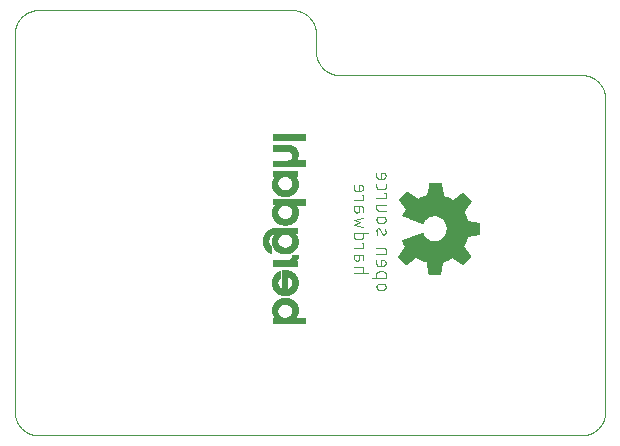
<source format=gbo>
G75*
%MOIN*%
%OFA0B0*%
%FSLAX25Y25*%
%IPPOS*%
%LPD*%
%AMOC8*
5,1,8,0,0,1.08239X$1,22.5*
%
%ADD10C,0.00000*%
%ADD11C,0.00039*%
%ADD12C,0.00200*%
%ADD13C,0.00400*%
D10*
X0010226Y0002294D02*
X0191329Y0002294D01*
X0191329Y0002295D02*
X0191519Y0002297D01*
X0191709Y0002304D01*
X0191899Y0002316D01*
X0192089Y0002332D01*
X0192278Y0002352D01*
X0192467Y0002378D01*
X0192655Y0002407D01*
X0192842Y0002442D01*
X0193028Y0002481D01*
X0193213Y0002524D01*
X0193398Y0002572D01*
X0193581Y0002624D01*
X0193762Y0002680D01*
X0193942Y0002741D01*
X0194121Y0002807D01*
X0194298Y0002876D01*
X0194474Y0002950D01*
X0194647Y0003028D01*
X0194819Y0003111D01*
X0194988Y0003197D01*
X0195156Y0003287D01*
X0195321Y0003382D01*
X0195484Y0003480D01*
X0195644Y0003583D01*
X0195802Y0003689D01*
X0195957Y0003799D01*
X0196110Y0003912D01*
X0196260Y0004030D01*
X0196406Y0004151D01*
X0196550Y0004275D01*
X0196691Y0004403D01*
X0196829Y0004534D01*
X0196964Y0004669D01*
X0197095Y0004807D01*
X0197223Y0004948D01*
X0197347Y0005092D01*
X0197468Y0005238D01*
X0197586Y0005388D01*
X0197699Y0005541D01*
X0197809Y0005696D01*
X0197915Y0005854D01*
X0198018Y0006014D01*
X0198116Y0006177D01*
X0198211Y0006342D01*
X0198301Y0006510D01*
X0198387Y0006679D01*
X0198470Y0006851D01*
X0198548Y0007024D01*
X0198622Y0007200D01*
X0198691Y0007377D01*
X0198757Y0007556D01*
X0198818Y0007736D01*
X0198874Y0007917D01*
X0198926Y0008100D01*
X0198974Y0008285D01*
X0199017Y0008470D01*
X0199056Y0008656D01*
X0199091Y0008843D01*
X0199120Y0009031D01*
X0199146Y0009220D01*
X0199166Y0009409D01*
X0199182Y0009599D01*
X0199194Y0009789D01*
X0199201Y0009979D01*
X0199203Y0010169D01*
X0199203Y0114499D01*
X0199201Y0114689D01*
X0199194Y0114879D01*
X0199182Y0115069D01*
X0199166Y0115259D01*
X0199146Y0115448D01*
X0199120Y0115637D01*
X0199091Y0115825D01*
X0199056Y0116012D01*
X0199017Y0116198D01*
X0198974Y0116383D01*
X0198926Y0116568D01*
X0198874Y0116751D01*
X0198818Y0116932D01*
X0198757Y0117112D01*
X0198691Y0117291D01*
X0198622Y0117468D01*
X0198548Y0117644D01*
X0198470Y0117817D01*
X0198387Y0117989D01*
X0198301Y0118158D01*
X0198211Y0118326D01*
X0198116Y0118491D01*
X0198018Y0118654D01*
X0197915Y0118814D01*
X0197809Y0118972D01*
X0197699Y0119127D01*
X0197586Y0119280D01*
X0197468Y0119430D01*
X0197347Y0119576D01*
X0197223Y0119720D01*
X0197095Y0119861D01*
X0196964Y0119999D01*
X0196829Y0120134D01*
X0196691Y0120265D01*
X0196550Y0120393D01*
X0196406Y0120517D01*
X0196260Y0120638D01*
X0196110Y0120756D01*
X0195957Y0120869D01*
X0195802Y0120979D01*
X0195644Y0121085D01*
X0195484Y0121188D01*
X0195321Y0121286D01*
X0195156Y0121381D01*
X0194988Y0121471D01*
X0194819Y0121557D01*
X0194647Y0121640D01*
X0194474Y0121718D01*
X0194298Y0121792D01*
X0194121Y0121861D01*
X0193942Y0121927D01*
X0193762Y0121988D01*
X0193581Y0122044D01*
X0193398Y0122096D01*
X0193213Y0122144D01*
X0193028Y0122187D01*
X0192842Y0122226D01*
X0192655Y0122261D01*
X0192467Y0122290D01*
X0192278Y0122316D01*
X0192089Y0122336D01*
X0191899Y0122352D01*
X0191709Y0122364D01*
X0191519Y0122371D01*
X0191329Y0122373D01*
X0110620Y0122373D01*
X0110430Y0122375D01*
X0110240Y0122382D01*
X0110050Y0122394D01*
X0109860Y0122410D01*
X0109671Y0122430D01*
X0109482Y0122456D01*
X0109294Y0122485D01*
X0109107Y0122520D01*
X0108921Y0122559D01*
X0108736Y0122602D01*
X0108551Y0122650D01*
X0108368Y0122702D01*
X0108187Y0122758D01*
X0108007Y0122819D01*
X0107828Y0122885D01*
X0107651Y0122954D01*
X0107475Y0123028D01*
X0107302Y0123106D01*
X0107130Y0123189D01*
X0106961Y0123275D01*
X0106793Y0123365D01*
X0106628Y0123460D01*
X0106465Y0123558D01*
X0106305Y0123661D01*
X0106147Y0123767D01*
X0105992Y0123877D01*
X0105839Y0123990D01*
X0105689Y0124108D01*
X0105543Y0124229D01*
X0105399Y0124353D01*
X0105258Y0124481D01*
X0105120Y0124612D01*
X0104985Y0124747D01*
X0104854Y0124885D01*
X0104726Y0125026D01*
X0104602Y0125170D01*
X0104481Y0125316D01*
X0104363Y0125466D01*
X0104250Y0125619D01*
X0104140Y0125774D01*
X0104034Y0125932D01*
X0103931Y0126092D01*
X0103833Y0126255D01*
X0103738Y0126420D01*
X0103648Y0126588D01*
X0103562Y0126757D01*
X0103479Y0126929D01*
X0103401Y0127102D01*
X0103327Y0127278D01*
X0103258Y0127455D01*
X0103192Y0127634D01*
X0103131Y0127814D01*
X0103075Y0127995D01*
X0103023Y0128178D01*
X0102975Y0128363D01*
X0102932Y0128548D01*
X0102893Y0128734D01*
X0102858Y0128921D01*
X0102829Y0129109D01*
X0102803Y0129298D01*
X0102783Y0129487D01*
X0102767Y0129677D01*
X0102755Y0129867D01*
X0102748Y0130057D01*
X0102746Y0130247D01*
X0102746Y0136153D01*
X0102744Y0136343D01*
X0102737Y0136533D01*
X0102725Y0136723D01*
X0102709Y0136913D01*
X0102689Y0137102D01*
X0102663Y0137291D01*
X0102634Y0137479D01*
X0102599Y0137666D01*
X0102560Y0137852D01*
X0102517Y0138037D01*
X0102469Y0138222D01*
X0102417Y0138405D01*
X0102361Y0138586D01*
X0102300Y0138766D01*
X0102234Y0138945D01*
X0102165Y0139122D01*
X0102091Y0139298D01*
X0102013Y0139471D01*
X0101930Y0139643D01*
X0101844Y0139812D01*
X0101754Y0139980D01*
X0101659Y0140145D01*
X0101561Y0140308D01*
X0101458Y0140468D01*
X0101352Y0140626D01*
X0101242Y0140781D01*
X0101129Y0140934D01*
X0101011Y0141084D01*
X0100890Y0141230D01*
X0100766Y0141374D01*
X0100638Y0141515D01*
X0100507Y0141653D01*
X0100372Y0141788D01*
X0100234Y0141919D01*
X0100093Y0142047D01*
X0099949Y0142171D01*
X0099803Y0142292D01*
X0099653Y0142410D01*
X0099500Y0142523D01*
X0099345Y0142633D01*
X0099187Y0142739D01*
X0099027Y0142842D01*
X0098864Y0142940D01*
X0098699Y0143035D01*
X0098531Y0143125D01*
X0098362Y0143211D01*
X0098190Y0143294D01*
X0098017Y0143372D01*
X0097841Y0143446D01*
X0097664Y0143515D01*
X0097485Y0143581D01*
X0097305Y0143642D01*
X0097124Y0143698D01*
X0096941Y0143750D01*
X0096756Y0143798D01*
X0096571Y0143841D01*
X0096385Y0143880D01*
X0096198Y0143915D01*
X0096010Y0143944D01*
X0095821Y0143970D01*
X0095632Y0143990D01*
X0095442Y0144006D01*
X0095252Y0144018D01*
X0095062Y0144025D01*
X0094872Y0144027D01*
X0010226Y0144027D01*
X0010036Y0144025D01*
X0009846Y0144018D01*
X0009656Y0144006D01*
X0009466Y0143990D01*
X0009277Y0143970D01*
X0009088Y0143944D01*
X0008900Y0143915D01*
X0008713Y0143880D01*
X0008527Y0143841D01*
X0008342Y0143798D01*
X0008157Y0143750D01*
X0007974Y0143698D01*
X0007793Y0143642D01*
X0007613Y0143581D01*
X0007434Y0143515D01*
X0007257Y0143446D01*
X0007081Y0143372D01*
X0006908Y0143294D01*
X0006736Y0143211D01*
X0006567Y0143125D01*
X0006399Y0143035D01*
X0006234Y0142940D01*
X0006071Y0142842D01*
X0005911Y0142739D01*
X0005753Y0142633D01*
X0005598Y0142523D01*
X0005445Y0142410D01*
X0005295Y0142292D01*
X0005149Y0142171D01*
X0005005Y0142047D01*
X0004864Y0141919D01*
X0004726Y0141788D01*
X0004591Y0141653D01*
X0004460Y0141515D01*
X0004332Y0141374D01*
X0004208Y0141230D01*
X0004087Y0141084D01*
X0003969Y0140934D01*
X0003856Y0140781D01*
X0003746Y0140626D01*
X0003640Y0140468D01*
X0003537Y0140308D01*
X0003439Y0140145D01*
X0003344Y0139980D01*
X0003254Y0139812D01*
X0003168Y0139643D01*
X0003085Y0139471D01*
X0003007Y0139298D01*
X0002933Y0139122D01*
X0002864Y0138945D01*
X0002798Y0138766D01*
X0002737Y0138586D01*
X0002681Y0138405D01*
X0002629Y0138222D01*
X0002581Y0138037D01*
X0002538Y0137852D01*
X0002499Y0137666D01*
X0002464Y0137479D01*
X0002435Y0137291D01*
X0002409Y0137102D01*
X0002389Y0136913D01*
X0002373Y0136723D01*
X0002361Y0136533D01*
X0002354Y0136343D01*
X0002352Y0136153D01*
X0002352Y0010169D01*
X0002354Y0009979D01*
X0002361Y0009789D01*
X0002373Y0009599D01*
X0002389Y0009409D01*
X0002409Y0009220D01*
X0002435Y0009031D01*
X0002464Y0008843D01*
X0002499Y0008656D01*
X0002538Y0008470D01*
X0002581Y0008285D01*
X0002629Y0008100D01*
X0002681Y0007917D01*
X0002737Y0007736D01*
X0002798Y0007556D01*
X0002864Y0007377D01*
X0002933Y0007200D01*
X0003007Y0007024D01*
X0003085Y0006851D01*
X0003168Y0006679D01*
X0003254Y0006510D01*
X0003344Y0006342D01*
X0003439Y0006177D01*
X0003537Y0006014D01*
X0003640Y0005854D01*
X0003746Y0005696D01*
X0003856Y0005541D01*
X0003969Y0005388D01*
X0004087Y0005238D01*
X0004208Y0005092D01*
X0004332Y0004948D01*
X0004460Y0004807D01*
X0004591Y0004669D01*
X0004726Y0004534D01*
X0004864Y0004403D01*
X0005005Y0004275D01*
X0005149Y0004151D01*
X0005295Y0004030D01*
X0005445Y0003912D01*
X0005598Y0003799D01*
X0005753Y0003689D01*
X0005911Y0003583D01*
X0006071Y0003480D01*
X0006234Y0003382D01*
X0006399Y0003287D01*
X0006567Y0003197D01*
X0006736Y0003111D01*
X0006908Y0003028D01*
X0007081Y0002950D01*
X0007257Y0002876D01*
X0007434Y0002807D01*
X0007613Y0002741D01*
X0007793Y0002680D01*
X0007974Y0002624D01*
X0008157Y0002572D01*
X0008342Y0002524D01*
X0008527Y0002481D01*
X0008713Y0002442D01*
X0008900Y0002407D01*
X0009088Y0002378D01*
X0009277Y0002352D01*
X0009466Y0002332D01*
X0009656Y0002316D01*
X0009846Y0002304D01*
X0010036Y0002297D01*
X0010226Y0002295D01*
D11*
X0088420Y0039733D02*
X0088518Y0039609D01*
X0098953Y0039620D01*
X0099101Y0039620D01*
X0099101Y0041397D01*
X0099037Y0041555D01*
X0095929Y0041555D01*
X0095806Y0041599D01*
X0095948Y0041770D01*
X0096079Y0041949D01*
X0096200Y0042135D01*
X0096309Y0042329D01*
X0096407Y0042528D01*
X0096493Y0042732D01*
X0096567Y0042942D01*
X0096628Y0043155D01*
X0096676Y0043372D01*
X0096712Y0043591D01*
X0096735Y0043812D01*
X0096745Y0044033D01*
X0096744Y0044255D01*
X0096731Y0044477D01*
X0096705Y0044698D01*
X0096666Y0044916D01*
X0096613Y0045132D01*
X0096549Y0045344D01*
X0096471Y0045552D01*
X0096381Y0045755D01*
X0096279Y0045952D01*
X0096166Y0046143D01*
X0096041Y0046327D01*
X0095906Y0046503D01*
X0095760Y0046670D01*
X0095605Y0046829D01*
X0095441Y0046978D01*
X0095271Y0047121D01*
X0095094Y0047255D01*
X0094911Y0047380D01*
X0094722Y0047497D01*
X0094527Y0047604D01*
X0094328Y0047701D01*
X0094123Y0047788D01*
X0093915Y0047865D01*
X0093704Y0047932D01*
X0093489Y0047989D01*
X0093272Y0048034D01*
X0093053Y0048070D01*
X0092832Y0048094D01*
X0092610Y0048108D01*
X0092388Y0048111D01*
X0092167Y0048103D01*
X0091945Y0048085D01*
X0091725Y0048055D01*
X0091507Y0048015D01*
X0091291Y0047965D01*
X0091077Y0047904D01*
X0093794Y0047904D01*
X0093914Y0047866D02*
X0090966Y0047866D01*
X0090867Y0047832D02*
X0090661Y0047750D01*
X0090459Y0047659D01*
X0090261Y0047557D01*
X0090069Y0047446D01*
X0089883Y0047326D01*
X0089702Y0047196D01*
X0089528Y0047058D01*
X0089362Y0046912D01*
X0089204Y0046755D01*
X0089056Y0046590D01*
X0088918Y0046416D01*
X0088790Y0046235D01*
X0088673Y0046046D01*
X0088567Y0045851D01*
X0088472Y0045651D01*
X0088389Y0045445D01*
X0088317Y0045235D01*
X0088258Y0045021D01*
X0088212Y0044804D01*
X0088177Y0044584D01*
X0088156Y0044363D01*
X0088148Y0044141D01*
X0088152Y0043920D01*
X0088169Y0043698D01*
X0088198Y0043478D01*
X0088240Y0043260D01*
X0088295Y0043045D01*
X0088362Y0042833D01*
X0088441Y0042626D01*
X0088532Y0042424D01*
X0088634Y0042227D01*
X0088748Y0042036D01*
X0088872Y0041852D01*
X0089007Y0041675D01*
X0089148Y0041511D01*
X0090364Y0042374D01*
X0090233Y0042547D01*
X0090116Y0042736D01*
X0090020Y0042936D01*
X0089943Y0043144D01*
X0089888Y0043359D01*
X0089854Y0043578D01*
X0089842Y0043800D01*
X0089842Y0043873D01*
X0089857Y0044095D01*
X0089893Y0044313D01*
X0089952Y0044528D01*
X0090031Y0044735D01*
X0090130Y0044933D01*
X0090249Y0045121D01*
X0090386Y0045295D01*
X0090540Y0045456D01*
X0090709Y0045598D01*
X0090891Y0045727D01*
X0091082Y0045840D01*
X0091281Y0045937D01*
X0091488Y0046018D01*
X0091700Y0046081D01*
X0091917Y0046128D01*
X0092137Y0046157D01*
X0092359Y0046168D01*
X0092581Y0046162D01*
X0092801Y0046137D01*
X0093019Y0046095D01*
X0093233Y0046036D01*
X0093442Y0045959D01*
X0093643Y0045866D01*
X0093836Y0045757D01*
X0094020Y0045633D01*
X0094194Y0045494D01*
X0094348Y0045335D01*
X0094485Y0045161D01*
X0094606Y0044974D01*
X0094707Y0044777D01*
X0094790Y0044571D01*
X0094852Y0044358D01*
X0094893Y0044140D01*
X0094913Y0043919D01*
X0094911Y0043697D01*
X0094889Y0043476D01*
X0094845Y0043258D01*
X0094780Y0043046D01*
X0094695Y0042841D01*
X0094591Y0042645D01*
X0094468Y0042460D01*
X0094329Y0042288D01*
X0094172Y0042131D01*
X0093997Y0041994D01*
X0093812Y0041872D01*
X0093617Y0041765D01*
X0093415Y0041674D01*
X0093206Y0041600D01*
X0092991Y0041542D01*
X0092773Y0041503D01*
X0092552Y0041481D01*
X0092330Y0041476D01*
X0092109Y0041490D01*
X0091889Y0041521D01*
X0091673Y0041570D01*
X0091461Y0041636D01*
X0091255Y0041719D01*
X0091056Y0041818D01*
X0090867Y0041933D01*
X0090687Y0042063D01*
X0090519Y0042208D01*
X0090371Y0042367D01*
X0089153Y0041503D01*
X0089207Y0041388D01*
X0088541Y0041388D01*
X0088420Y0041287D01*
X0088420Y0039733D01*
X0088429Y0039721D02*
X0099101Y0039721D01*
X0099101Y0039683D02*
X0088459Y0039683D01*
X0088489Y0039646D02*
X0099101Y0039646D01*
X0099101Y0039759D02*
X0088420Y0039759D01*
X0088420Y0039797D02*
X0099101Y0039797D01*
X0099101Y0039835D02*
X0088420Y0039835D01*
X0088420Y0039873D02*
X0099101Y0039873D01*
X0099101Y0039911D02*
X0088420Y0039911D01*
X0088420Y0039949D02*
X0099101Y0039949D01*
X0099101Y0039986D02*
X0088420Y0039986D01*
X0088420Y0040024D02*
X0099101Y0040024D01*
X0099101Y0040062D02*
X0088420Y0040062D01*
X0088420Y0040100D02*
X0099101Y0040100D01*
X0099101Y0040138D02*
X0088420Y0040138D01*
X0088420Y0040176D02*
X0099101Y0040176D01*
X0099101Y0040214D02*
X0088420Y0040214D01*
X0088420Y0040252D02*
X0099101Y0040252D01*
X0099101Y0040290D02*
X0088420Y0040290D01*
X0088420Y0040327D02*
X0099101Y0040327D01*
X0099101Y0040365D02*
X0088420Y0040365D01*
X0088420Y0040403D02*
X0099101Y0040403D01*
X0099101Y0040441D02*
X0088420Y0040441D01*
X0088420Y0040479D02*
X0099101Y0040479D01*
X0099101Y0040517D02*
X0088420Y0040517D01*
X0088420Y0040555D02*
X0099101Y0040555D01*
X0099101Y0040593D02*
X0088420Y0040593D01*
X0088420Y0040630D02*
X0099101Y0040630D01*
X0099101Y0040668D02*
X0088420Y0040668D01*
X0088420Y0040706D02*
X0099101Y0040706D01*
X0099101Y0040744D02*
X0088420Y0040744D01*
X0088420Y0040782D02*
X0099101Y0040782D01*
X0099101Y0040820D02*
X0088420Y0040820D01*
X0088420Y0040858D02*
X0099101Y0040858D01*
X0099101Y0040896D02*
X0088420Y0040896D01*
X0088420Y0040934D02*
X0099101Y0040934D01*
X0099101Y0040971D02*
X0088420Y0040971D01*
X0088420Y0041009D02*
X0099101Y0041009D01*
X0099101Y0041047D02*
X0088420Y0041047D01*
X0088420Y0041085D02*
X0099101Y0041085D01*
X0099101Y0041123D02*
X0088420Y0041123D01*
X0088420Y0041161D02*
X0099101Y0041161D01*
X0099101Y0041199D02*
X0088420Y0041199D01*
X0088420Y0041237D02*
X0099101Y0041237D01*
X0099101Y0041274D02*
X0088420Y0041274D01*
X0088450Y0041312D02*
X0099101Y0041312D01*
X0099101Y0041350D02*
X0088496Y0041350D01*
X0088966Y0041729D02*
X0089455Y0041729D01*
X0089472Y0041729D02*
X0091235Y0041729D01*
X0091159Y0041767D02*
X0089526Y0041767D01*
X0089509Y0041767D02*
X0088937Y0041767D01*
X0088908Y0041805D02*
X0089562Y0041805D01*
X0089579Y0041805D02*
X0091083Y0041805D01*
X0091016Y0041843D02*
X0089632Y0041843D01*
X0089616Y0041843D02*
X0088879Y0041843D01*
X0088853Y0041881D02*
X0089669Y0041881D01*
X0089686Y0041881D02*
X0090954Y0041881D01*
X0090891Y0041918D02*
X0089739Y0041918D01*
X0089722Y0041918D02*
X0088827Y0041918D01*
X0088801Y0041956D02*
X0089776Y0041956D01*
X0089792Y0041956D02*
X0090835Y0041956D01*
X0090782Y0041994D02*
X0089846Y0041994D01*
X0089829Y0041994D02*
X0088776Y0041994D01*
X0088750Y0042032D02*
X0089882Y0042032D01*
X0089899Y0042032D02*
X0090730Y0042032D01*
X0090679Y0042070D02*
X0089952Y0042070D01*
X0089936Y0042070D02*
X0088727Y0042070D01*
X0088705Y0042108D02*
X0089989Y0042108D01*
X0090006Y0042108D02*
X0090635Y0042108D01*
X0090591Y0042146D02*
X0090059Y0042146D01*
X0090042Y0042146D02*
X0088682Y0042146D01*
X0088660Y0042184D02*
X0090096Y0042184D01*
X0090112Y0042184D02*
X0090547Y0042184D01*
X0090506Y0042221D02*
X0090166Y0042221D01*
X0090149Y0042221D02*
X0088637Y0042221D01*
X0088617Y0042259D02*
X0090202Y0042259D01*
X0090219Y0042259D02*
X0090471Y0042259D01*
X0090436Y0042297D02*
X0090272Y0042297D01*
X0090256Y0042297D02*
X0088598Y0042297D01*
X0088578Y0042335D02*
X0090309Y0042335D01*
X0090326Y0042335D02*
X0090400Y0042335D01*
X0090362Y0042373D02*
X0088558Y0042373D01*
X0088539Y0042411D02*
X0090336Y0042411D01*
X0090308Y0042449D02*
X0088521Y0042449D01*
X0088504Y0042487D02*
X0090279Y0042487D01*
X0090250Y0042525D02*
X0088487Y0042525D01*
X0088470Y0042562D02*
X0090223Y0042562D01*
X0090200Y0042600D02*
X0088453Y0042600D01*
X0088436Y0042638D02*
X0090177Y0042638D01*
X0090153Y0042676D02*
X0088422Y0042676D01*
X0088408Y0042714D02*
X0090130Y0042714D01*
X0090109Y0042752D02*
X0088393Y0042752D01*
X0088379Y0042790D02*
X0090090Y0042790D01*
X0090072Y0042828D02*
X0088364Y0042828D01*
X0088352Y0042865D02*
X0090054Y0042865D01*
X0090035Y0042903D02*
X0088340Y0042903D01*
X0088328Y0042941D02*
X0090017Y0042941D01*
X0090004Y0042979D02*
X0088316Y0042979D01*
X0088304Y0043017D02*
X0089990Y0043017D01*
X0089976Y0043055D02*
X0088293Y0043055D01*
X0088283Y0043093D02*
X0089962Y0043093D01*
X0089948Y0043131D02*
X0088273Y0043131D01*
X0088264Y0043169D02*
X0089937Y0043169D01*
X0089927Y0043206D02*
X0088254Y0043206D01*
X0088245Y0043244D02*
X0089917Y0043244D01*
X0089907Y0043282D02*
X0088236Y0043282D01*
X0088229Y0043320D02*
X0089898Y0043320D01*
X0089888Y0043358D02*
X0088222Y0043358D01*
X0088214Y0043396D02*
X0089882Y0043396D01*
X0089876Y0043434D02*
X0088207Y0043434D01*
X0088200Y0043472D02*
X0089870Y0043472D01*
X0089865Y0043509D02*
X0088194Y0043509D01*
X0088189Y0043547D02*
X0089859Y0043547D01*
X0089854Y0043585D02*
X0088184Y0043585D01*
X0088179Y0043623D02*
X0089852Y0043623D01*
X0089850Y0043661D02*
X0088174Y0043661D01*
X0088169Y0043699D02*
X0089848Y0043699D01*
X0089846Y0043737D02*
X0088166Y0043737D01*
X0088163Y0043775D02*
X0089844Y0043775D01*
X0089842Y0043812D02*
X0088160Y0043812D01*
X0088157Y0043850D02*
X0089842Y0043850D01*
X0089843Y0043888D02*
X0088154Y0043888D01*
X0088152Y0043926D02*
X0089846Y0043926D01*
X0089848Y0043964D02*
X0088151Y0043964D01*
X0088150Y0044002D02*
X0089851Y0044002D01*
X0089853Y0044040D02*
X0088149Y0044040D01*
X0088149Y0044078D02*
X0089856Y0044078D01*
X0089860Y0044116D02*
X0088148Y0044116D01*
X0088148Y0044153D02*
X0089867Y0044153D01*
X0089873Y0044191D02*
X0088150Y0044191D01*
X0088151Y0044229D02*
X0089879Y0044229D01*
X0089886Y0044267D02*
X0088152Y0044267D01*
X0088154Y0044305D02*
X0089892Y0044305D01*
X0089901Y0044343D02*
X0088155Y0044343D01*
X0088158Y0044381D02*
X0089912Y0044381D01*
X0089922Y0044419D02*
X0088162Y0044419D01*
X0088165Y0044456D02*
X0089932Y0044456D01*
X0089942Y0044494D02*
X0088169Y0044494D01*
X0088173Y0044532D02*
X0089953Y0044532D01*
X0089968Y0044570D02*
X0088176Y0044570D01*
X0088181Y0044608D02*
X0089982Y0044608D01*
X0089997Y0044646D02*
X0088187Y0044646D01*
X0088193Y0044684D02*
X0090011Y0044684D01*
X0090026Y0044722D02*
X0088199Y0044722D01*
X0088205Y0044760D02*
X0090043Y0044760D01*
X0090062Y0044797D02*
X0088211Y0044797D01*
X0088218Y0044835D02*
X0090081Y0044835D01*
X0090100Y0044873D02*
X0088227Y0044873D01*
X0088235Y0044911D02*
X0090119Y0044911D01*
X0090140Y0044949D02*
X0088243Y0044949D01*
X0088251Y0044987D02*
X0090164Y0044987D01*
X0090188Y0045025D02*
X0088259Y0045025D01*
X0088270Y0045063D02*
X0090212Y0045063D01*
X0090236Y0045100D02*
X0088280Y0045100D01*
X0088291Y0045138D02*
X0090263Y0045138D01*
X0090292Y0045176D02*
X0088301Y0045176D01*
X0088312Y0045214D02*
X0090322Y0045214D01*
X0090352Y0045252D02*
X0088323Y0045252D01*
X0088336Y0045290D02*
X0090381Y0045290D01*
X0090417Y0045328D02*
X0088349Y0045328D01*
X0088362Y0045366D02*
X0090453Y0045366D01*
X0090490Y0045404D02*
X0088375Y0045404D01*
X0088387Y0045441D02*
X0090526Y0045441D01*
X0090568Y0045479D02*
X0088402Y0045479D01*
X0088418Y0045517D02*
X0090613Y0045517D01*
X0090658Y0045555D02*
X0088433Y0045555D01*
X0088448Y0045593D02*
X0090703Y0045593D01*
X0090755Y0045631D02*
X0088464Y0045631D01*
X0088480Y0045669D02*
X0090809Y0045669D01*
X0090862Y0045707D02*
X0088498Y0045707D01*
X0088516Y0045744D02*
X0090921Y0045744D01*
X0090985Y0045782D02*
X0088534Y0045782D01*
X0088552Y0045820D02*
X0091049Y0045820D01*
X0091120Y0045858D02*
X0088570Y0045858D01*
X0088591Y0045896D02*
X0091197Y0045896D01*
X0091275Y0045934D02*
X0088612Y0045934D01*
X0088632Y0045972D02*
X0091370Y0045972D01*
X0091467Y0046010D02*
X0088653Y0046010D01*
X0088674Y0046048D02*
X0091587Y0046048D01*
X0091719Y0046085D02*
X0088697Y0046085D01*
X0088721Y0046123D02*
X0091895Y0046123D01*
X0092221Y0046161D02*
X0088745Y0046161D01*
X0088768Y0046199D02*
X0096128Y0046199D01*
X0096154Y0046161D02*
X0092584Y0046161D01*
X0092874Y0046123D02*
X0096178Y0046123D01*
X0096200Y0046085D02*
X0093054Y0046085D01*
X0093191Y0046048D02*
X0096223Y0046048D01*
X0096245Y0046010D02*
X0093305Y0046010D01*
X0093408Y0045972D02*
X0096268Y0045972D01*
X0096289Y0045934D02*
X0093497Y0045934D01*
X0093579Y0045896D02*
X0096308Y0045896D01*
X0096328Y0045858D02*
X0093658Y0045858D01*
X0093725Y0045820D02*
X0096347Y0045820D01*
X0096367Y0045782D02*
X0093792Y0045782D01*
X0093855Y0045744D02*
X0096386Y0045744D01*
X0096403Y0045707D02*
X0093911Y0045707D01*
X0093967Y0045669D02*
X0096419Y0045669D01*
X0096436Y0045631D02*
X0094023Y0045631D01*
X0094070Y0045593D02*
X0096453Y0045593D01*
X0096470Y0045555D02*
X0094118Y0045555D01*
X0094165Y0045517D02*
X0096484Y0045517D01*
X0096498Y0045479D02*
X0094208Y0045479D01*
X0094245Y0045441D02*
X0096512Y0045441D01*
X0096526Y0045404D02*
X0094281Y0045404D01*
X0094318Y0045366D02*
X0096541Y0045366D01*
X0096554Y0045328D02*
X0094353Y0045328D01*
X0094383Y0045290D02*
X0096565Y0045290D01*
X0096577Y0045252D02*
X0094413Y0045252D01*
X0094443Y0045214D02*
X0096588Y0045214D01*
X0096600Y0045176D02*
X0094473Y0045176D01*
X0094500Y0045138D02*
X0096611Y0045138D01*
X0096621Y0045100D02*
X0094524Y0045100D01*
X0094549Y0045063D02*
X0096630Y0045063D01*
X0096639Y0045025D02*
X0094573Y0045025D01*
X0094597Y0044987D02*
X0096649Y0044987D01*
X0096658Y0044949D02*
X0094619Y0044949D01*
X0094638Y0044911D02*
X0096667Y0044911D01*
X0096673Y0044873D02*
X0094658Y0044873D01*
X0094677Y0044835D02*
X0096680Y0044835D01*
X0096687Y0044797D02*
X0094697Y0044797D01*
X0094714Y0044760D02*
X0096694Y0044760D01*
X0096700Y0044722D02*
X0094729Y0044722D01*
X0094745Y0044684D02*
X0096706Y0044684D01*
X0096711Y0044646D02*
X0094760Y0044646D01*
X0094775Y0044608D02*
X0096715Y0044608D01*
X0096720Y0044570D02*
X0094790Y0044570D01*
X0094801Y0044532D02*
X0096724Y0044532D01*
X0096729Y0044494D02*
X0094812Y0044494D01*
X0094823Y0044456D02*
X0096732Y0044456D01*
X0096734Y0044419D02*
X0094834Y0044419D01*
X0094845Y0044381D02*
X0096736Y0044381D01*
X0096739Y0044343D02*
X0094854Y0044343D01*
X0094862Y0044305D02*
X0096741Y0044305D01*
X0096743Y0044267D02*
X0094869Y0044267D01*
X0094876Y0044229D02*
X0096744Y0044229D01*
X0096744Y0044191D02*
X0094883Y0044191D01*
X0094890Y0044153D02*
X0096744Y0044153D01*
X0096744Y0044116D02*
X0094895Y0044116D01*
X0094898Y0044078D02*
X0096744Y0044078D01*
X0096745Y0044040D02*
X0094902Y0044040D01*
X0094905Y0044002D02*
X0096743Y0044002D01*
X0096742Y0043964D02*
X0094909Y0043964D01*
X0094912Y0043926D02*
X0096740Y0043926D01*
X0096738Y0043888D02*
X0094913Y0043888D01*
X0094912Y0043850D02*
X0096737Y0043850D01*
X0096735Y0043812D02*
X0094912Y0043812D01*
X0094912Y0043775D02*
X0096731Y0043775D01*
X0096727Y0043737D02*
X0094912Y0043737D01*
X0094911Y0043699D02*
X0096723Y0043699D01*
X0096719Y0043661D02*
X0094908Y0043661D01*
X0094904Y0043623D02*
X0096715Y0043623D01*
X0096711Y0043585D02*
X0094900Y0043585D01*
X0094896Y0043547D02*
X0096705Y0043547D01*
X0096699Y0043509D02*
X0094892Y0043509D01*
X0094888Y0043472D02*
X0096693Y0043472D01*
X0096687Y0043434D02*
X0094880Y0043434D01*
X0094872Y0043396D02*
X0096680Y0043396D01*
X0096673Y0043358D02*
X0094865Y0043358D01*
X0094857Y0043320D02*
X0096665Y0043320D01*
X0096656Y0043282D02*
X0094849Y0043282D01*
X0094840Y0043244D02*
X0096648Y0043244D01*
X0096639Y0043206D02*
X0094829Y0043206D01*
X0094817Y0043169D02*
X0096631Y0043169D01*
X0096621Y0043131D02*
X0094806Y0043131D01*
X0094794Y0043093D02*
X0096610Y0043093D01*
X0096599Y0043055D02*
X0094783Y0043055D01*
X0094768Y0043017D02*
X0096588Y0043017D01*
X0096577Y0042979D02*
X0094752Y0042979D01*
X0094737Y0042941D02*
X0096566Y0042941D01*
X0096553Y0042903D02*
X0094721Y0042903D01*
X0094705Y0042865D02*
X0096540Y0042865D01*
X0096526Y0042828D02*
X0094688Y0042828D01*
X0094668Y0042790D02*
X0096513Y0042790D01*
X0096500Y0042752D02*
X0094648Y0042752D01*
X0094628Y0042714D02*
X0096485Y0042714D01*
X0096469Y0042676D02*
X0094607Y0042676D01*
X0094586Y0042638D02*
X0096453Y0042638D01*
X0096438Y0042600D02*
X0094561Y0042600D01*
X0094536Y0042562D02*
X0096422Y0042562D01*
X0096405Y0042525D02*
X0094511Y0042525D01*
X0094486Y0042487D02*
X0096387Y0042487D01*
X0096368Y0042449D02*
X0094459Y0042449D01*
X0094428Y0042411D02*
X0096350Y0042411D01*
X0096331Y0042373D02*
X0094398Y0042373D01*
X0094367Y0042335D02*
X0096313Y0042335D01*
X0096292Y0042297D02*
X0094336Y0042297D01*
X0094300Y0042259D02*
X0096270Y0042259D01*
X0096249Y0042221D02*
X0094262Y0042221D01*
X0094224Y0042184D02*
X0096227Y0042184D01*
X0096206Y0042146D02*
X0094186Y0042146D01*
X0094142Y0042108D02*
X0096182Y0042108D01*
X0096158Y0042070D02*
X0094094Y0042070D01*
X0094046Y0042032D02*
X0096133Y0042032D01*
X0096109Y0041994D02*
X0093997Y0041994D01*
X0093940Y0041956D02*
X0096084Y0041956D01*
X0096057Y0041918D02*
X0093882Y0041918D01*
X0093825Y0041881D02*
X0096029Y0041881D01*
X0096001Y0041843D02*
X0093759Y0041843D01*
X0093690Y0041805D02*
X0095974Y0041805D01*
X0095946Y0041767D02*
X0093621Y0041767D01*
X0093538Y0041729D02*
X0095914Y0041729D01*
X0095883Y0041691D02*
X0093453Y0041691D01*
X0093357Y0041653D02*
X0095851Y0041653D01*
X0095820Y0041615D02*
X0093250Y0041615D01*
X0093123Y0041577D02*
X0095866Y0041577D01*
X0092976Y0041540D02*
X0099043Y0041540D01*
X0099059Y0041502D02*
X0092762Y0041502D01*
X0092026Y0041502D02*
X0089154Y0041502D01*
X0089171Y0041464D02*
X0099074Y0041464D01*
X0099089Y0041426D02*
X0089189Y0041426D01*
X0089207Y0041388D02*
X0099101Y0041388D01*
X0096102Y0046237D02*
X0088792Y0046237D01*
X0088819Y0046275D02*
X0096077Y0046275D01*
X0096051Y0046313D02*
X0088845Y0046313D01*
X0088872Y0046351D02*
X0096023Y0046351D01*
X0095994Y0046388D02*
X0088899Y0046388D01*
X0088926Y0046426D02*
X0095965Y0046426D01*
X0095936Y0046464D02*
X0088957Y0046464D01*
X0088987Y0046502D02*
X0095906Y0046502D01*
X0095874Y0046540D02*
X0089017Y0046540D01*
X0089047Y0046578D02*
X0095841Y0046578D01*
X0095808Y0046616D02*
X0089080Y0046616D01*
X0089114Y0046654D02*
X0095775Y0046654D01*
X0095739Y0046691D02*
X0089148Y0046691D01*
X0089181Y0046729D02*
X0095702Y0046729D01*
X0095665Y0046767D02*
X0089217Y0046767D01*
X0089255Y0046805D02*
X0095628Y0046805D01*
X0095589Y0046843D02*
X0089293Y0046843D01*
X0089331Y0046881D02*
X0095548Y0046881D01*
X0095506Y0046919D02*
X0089370Y0046919D01*
X0089413Y0046957D02*
X0095465Y0046957D01*
X0095421Y0046995D02*
X0089456Y0046995D01*
X0089499Y0047032D02*
X0095376Y0047032D01*
X0095331Y0047070D02*
X0089543Y0047070D01*
X0089591Y0047108D02*
X0095286Y0047108D01*
X0095237Y0047146D02*
X0089639Y0047146D01*
X0089687Y0047184D02*
X0095188Y0047184D01*
X0095138Y0047222D02*
X0089738Y0047222D01*
X0089791Y0047260D02*
X0095087Y0047260D01*
X0095032Y0047298D02*
X0089843Y0047298D01*
X0089898Y0047335D02*
X0094976Y0047335D01*
X0094921Y0047373D02*
X0089956Y0047373D01*
X0090015Y0047411D02*
X0094861Y0047411D01*
X0094799Y0047449D02*
X0090074Y0047449D01*
X0090140Y0047487D02*
X0094737Y0047487D01*
X0094670Y0047525D02*
X0090205Y0047525D01*
X0090272Y0047563D02*
X0094601Y0047563D01*
X0094532Y0047601D02*
X0090346Y0047601D01*
X0090419Y0047639D02*
X0094455Y0047639D01*
X0094378Y0047676D02*
X0090498Y0047676D01*
X0090581Y0047714D02*
X0094296Y0047714D01*
X0094207Y0047752D02*
X0090665Y0047752D01*
X0090761Y0047790D02*
X0094118Y0047790D01*
X0094016Y0047828D02*
X0090856Y0047828D01*
X0090867Y0047832D02*
X0091077Y0047904D01*
X0091210Y0047942D02*
X0093668Y0047942D01*
X0093524Y0047979D02*
X0091354Y0047979D01*
X0091518Y0048017D02*
X0093353Y0048017D01*
X0093143Y0048055D02*
X0091725Y0048055D01*
X0092046Y0048093D02*
X0092842Y0048093D01*
X0092820Y0049011D02*
X0093041Y0049038D01*
X0093260Y0049076D01*
X0093476Y0049126D01*
X0093690Y0049185D01*
X0093901Y0049256D01*
X0094108Y0049337D01*
X0094310Y0049428D01*
X0094508Y0049529D01*
X0094700Y0049641D01*
X0094887Y0049761D01*
X0095067Y0049891D01*
X0095240Y0050030D01*
X0095407Y0050177D01*
X0095564Y0050334D01*
X0095712Y0050500D01*
X0095851Y0050673D01*
X0095980Y0050854D01*
X0096099Y0051041D01*
X0096208Y0051235D01*
X0096307Y0051434D01*
X0096395Y0051638D01*
X0096472Y0051846D01*
X0096537Y0052058D01*
X0096591Y0052274D01*
X0096633Y0052492D01*
X0096664Y0052712D01*
X0096683Y0052933D01*
X0096689Y0053155D01*
X0096684Y0053377D01*
X0096667Y0053599D01*
X0096638Y0053819D01*
X0096597Y0054037D01*
X0096545Y0054253D01*
X0096481Y0054466D01*
X0096406Y0054675D01*
X0096320Y0054880D01*
X0096222Y0055079D01*
X0096114Y0055273D01*
X0095996Y0055462D01*
X0095868Y0055643D01*
X0095731Y0055817D01*
X0095584Y0055984D01*
X0095428Y0056143D01*
X0095268Y0056297D01*
X0095100Y0056442D01*
X0094924Y0056578D01*
X0094742Y0056704D01*
X0094553Y0056821D01*
X0094358Y0056927D01*
X0094157Y0057023D01*
X0093952Y0057108D01*
X0093743Y0057182D01*
X0093529Y0057244D01*
X0093313Y0057295D01*
X0093095Y0057335D01*
X0092874Y0057363D01*
X0092653Y0057379D01*
X0092431Y0057383D01*
X0092209Y0057378D01*
X0091987Y0057363D01*
X0091766Y0057340D01*
X0091546Y0057307D01*
X0091532Y0057097D01*
X0091532Y0051104D01*
X0093077Y0051177D01*
X0093077Y0055393D01*
X0093222Y0055356D01*
X0093432Y0055285D01*
X0093635Y0055195D01*
X0093829Y0055087D01*
X0094012Y0054961D01*
X0094183Y0054820D01*
X0094345Y0054668D01*
X0094490Y0054500D01*
X0094617Y0054317D01*
X0094723Y0054122D01*
X0094807Y0053916D01*
X0094869Y0053703D01*
X0094907Y0053484D01*
X0094922Y0053263D01*
X0094918Y0053041D01*
X0094892Y0052820D01*
X0094843Y0052604D01*
X0094771Y0052394D01*
X0094678Y0052192D01*
X0094564Y0052002D01*
X0094430Y0051824D01*
X0094278Y0051662D01*
X0094111Y0051516D01*
X0093932Y0051385D01*
X0093743Y0051268D01*
X0093545Y0051168D01*
X0093339Y0051083D01*
X0093128Y0051016D01*
X0093078Y0051167D01*
X0091527Y0051098D01*
X0091392Y0051073D01*
X0091189Y0051161D01*
X0090993Y0051267D01*
X0090808Y0051389D01*
X0090634Y0051528D01*
X0090471Y0051678D01*
X0090323Y0051844D01*
X0090193Y0052024D01*
X0090083Y0052217D01*
X0089993Y0052420D01*
X0089925Y0052631D01*
X0089879Y0052848D01*
X0089856Y0053069D01*
X0089855Y0053291D01*
X0089873Y0053513D01*
X0089913Y0053731D01*
X0089974Y0053945D01*
X0090055Y0054151D01*
X0090155Y0054349D01*
X0090275Y0054536D01*
X0090417Y0054707D01*
X0090579Y0054859D01*
X0090758Y0054990D01*
X0090898Y0055131D01*
X0090898Y0056908D01*
X0090884Y0057112D01*
X0090674Y0057041D01*
X0090467Y0056959D01*
X0090266Y0056864D01*
X0090071Y0056759D01*
X0089882Y0056642D01*
X0089700Y0056515D01*
X0089526Y0056377D01*
X0089359Y0056230D01*
X0089202Y0056073D01*
X0089054Y0055908D01*
X0088915Y0055734D01*
X0088789Y0055552D01*
X0088672Y0055363D01*
X0088566Y0055167D01*
X0088470Y0054967D01*
X0088385Y0054762D01*
X0088310Y0054553D01*
X0088246Y0054340D01*
X0088194Y0054124D01*
X0088152Y0053906D01*
X0088123Y0053686D01*
X0088104Y0053465D01*
X0088097Y0053243D01*
X0088097Y0053170D01*
X0088100Y0052948D01*
X0088114Y0052726D01*
X0088141Y0052506D01*
X0088180Y0052287D01*
X0088231Y0052071D01*
X0088294Y0051858D01*
X0088368Y0051648D01*
X0088454Y0051444D01*
X0088551Y0051244D01*
X0088659Y0051050D01*
X0088778Y0050862D01*
X0088907Y0050681D01*
X0089045Y0050507D01*
X0089193Y0050341D01*
X0089350Y0050184D01*
X0089516Y0050037D01*
X0089689Y0049898D01*
X0089869Y0049767D01*
X0090055Y0049646D01*
X0094709Y0049646D01*
X0094767Y0049684D02*
X0089997Y0049684D01*
X0090055Y0049646D02*
X0090247Y0049535D01*
X0090445Y0049433D01*
X0090647Y0049341D01*
X0090854Y0049260D01*
X0091064Y0049189D01*
X0091278Y0049128D01*
X0091494Y0049079D01*
X0091713Y0049040D01*
X0091933Y0049012D01*
X0092155Y0048995D01*
X0092377Y0048989D01*
X0092599Y0048995D01*
X0092820Y0049011D01*
X0092702Y0049002D02*
X0092062Y0049002D01*
X0091711Y0049040D02*
X0093052Y0049040D01*
X0093267Y0049078D02*
X0091498Y0049078D01*
X0091332Y0049116D02*
X0093434Y0049116D01*
X0093577Y0049154D02*
X0091187Y0049154D01*
X0091055Y0049192D02*
X0093709Y0049192D01*
X0093822Y0049230D02*
X0090943Y0049230D01*
X0090834Y0049267D02*
X0093930Y0049267D01*
X0094027Y0049305D02*
X0090738Y0049305D01*
X0090642Y0049343D02*
X0094122Y0049343D01*
X0094206Y0049381D02*
X0090559Y0049381D01*
X0090475Y0049419D02*
X0094290Y0049419D01*
X0094366Y0049457D02*
X0090398Y0049457D01*
X0090325Y0049495D02*
X0094440Y0049495D01*
X0094513Y0049533D02*
X0090251Y0049533D01*
X0090185Y0049570D02*
X0094579Y0049570D01*
X0094644Y0049608D02*
X0090120Y0049608D01*
X0089939Y0049722D02*
X0094826Y0049722D01*
X0094885Y0049760D02*
X0089880Y0049760D01*
X0089827Y0049798D02*
X0094937Y0049798D01*
X0094990Y0049836D02*
X0089775Y0049836D01*
X0089722Y0049874D02*
X0095042Y0049874D01*
X0095092Y0049911D02*
X0089672Y0049911D01*
X0089625Y0049949D02*
X0095140Y0049949D01*
X0095187Y0049987D02*
X0089577Y0049987D01*
X0089530Y0050025D02*
X0095234Y0050025D01*
X0095278Y0050063D02*
X0089486Y0050063D01*
X0089444Y0050101D02*
X0095321Y0050101D01*
X0095364Y0050139D02*
X0089401Y0050139D01*
X0089358Y0050177D02*
X0095407Y0050177D01*
X0095444Y0050214D02*
X0089319Y0050214D01*
X0089282Y0050252D02*
X0095482Y0050252D01*
X0095520Y0050290D02*
X0089244Y0050290D01*
X0089206Y0050328D02*
X0095558Y0050328D01*
X0095592Y0050366D02*
X0089171Y0050366D01*
X0089137Y0050404D02*
X0095626Y0050404D01*
X0095660Y0050442D02*
X0089103Y0050442D01*
X0089070Y0050480D02*
X0095694Y0050480D01*
X0095726Y0050518D02*
X0089037Y0050518D01*
X0089007Y0050555D02*
X0095756Y0050555D01*
X0095786Y0050593D02*
X0088976Y0050593D01*
X0088946Y0050631D02*
X0095817Y0050631D01*
X0095847Y0050669D02*
X0088916Y0050669D01*
X0088888Y0050707D02*
X0095875Y0050707D01*
X0095902Y0050745D02*
X0088861Y0050745D01*
X0088834Y0050783D02*
X0095929Y0050783D01*
X0095956Y0050821D02*
X0088807Y0050821D01*
X0088780Y0050858D02*
X0095983Y0050858D01*
X0096007Y0050896D02*
X0088756Y0050896D01*
X0088732Y0050934D02*
X0096031Y0050934D01*
X0096055Y0050972D02*
X0088708Y0050972D01*
X0088684Y0051010D02*
X0096079Y0051010D01*
X0096103Y0051048D02*
X0093228Y0051048D01*
X0093117Y0051048D02*
X0088660Y0051048D01*
X0088639Y0051086D02*
X0091364Y0051086D01*
X0091459Y0051086D02*
X0093105Y0051086D01*
X0093093Y0051124D02*
X0092096Y0051124D01*
X0091945Y0051124D02*
X0091532Y0051124D01*
X0091532Y0051161D02*
X0092748Y0051161D01*
X0092946Y0051161D02*
X0093080Y0051161D01*
X0093077Y0051199D02*
X0091532Y0051199D01*
X0091532Y0051237D02*
X0093077Y0051237D01*
X0093077Y0051275D02*
X0091532Y0051275D01*
X0091532Y0051313D02*
X0093077Y0051313D01*
X0093077Y0051351D02*
X0091532Y0051351D01*
X0091532Y0051389D02*
X0093077Y0051389D01*
X0093077Y0051427D02*
X0091532Y0051427D01*
X0091532Y0051465D02*
X0093077Y0051465D01*
X0093077Y0051502D02*
X0091532Y0051502D01*
X0091532Y0051540D02*
X0093077Y0051540D01*
X0093077Y0051578D02*
X0091532Y0051578D01*
X0091532Y0051616D02*
X0093077Y0051616D01*
X0093077Y0051654D02*
X0091532Y0051654D01*
X0091532Y0051692D02*
X0093077Y0051692D01*
X0093077Y0051730D02*
X0091532Y0051730D01*
X0091532Y0051768D02*
X0093077Y0051768D01*
X0093077Y0051805D02*
X0091532Y0051805D01*
X0091532Y0051843D02*
X0093077Y0051843D01*
X0093077Y0051881D02*
X0091532Y0051881D01*
X0091532Y0051919D02*
X0093077Y0051919D01*
X0093077Y0051957D02*
X0091532Y0051957D01*
X0091532Y0051995D02*
X0093077Y0051995D01*
X0093077Y0052033D02*
X0091532Y0052033D01*
X0091532Y0052071D02*
X0093077Y0052071D01*
X0093077Y0052109D02*
X0091532Y0052109D01*
X0091532Y0052146D02*
X0093077Y0052146D01*
X0093077Y0052184D02*
X0091532Y0052184D01*
X0091532Y0052222D02*
X0093077Y0052222D01*
X0093077Y0052260D02*
X0091532Y0052260D01*
X0091532Y0052298D02*
X0093077Y0052298D01*
X0093077Y0052336D02*
X0091532Y0052336D01*
X0091532Y0052374D02*
X0093077Y0052374D01*
X0093077Y0052412D02*
X0091532Y0052412D01*
X0091532Y0052449D02*
X0093077Y0052449D01*
X0093077Y0052487D02*
X0091532Y0052487D01*
X0091532Y0052525D02*
X0093077Y0052525D01*
X0093077Y0052563D02*
X0091532Y0052563D01*
X0091532Y0052601D02*
X0093077Y0052601D01*
X0093077Y0052639D02*
X0091532Y0052639D01*
X0091532Y0052677D02*
X0093077Y0052677D01*
X0093077Y0052715D02*
X0091532Y0052715D01*
X0091532Y0052753D02*
X0093077Y0052753D01*
X0093077Y0052790D02*
X0091532Y0052790D01*
X0091532Y0052828D02*
X0093077Y0052828D01*
X0093077Y0052866D02*
X0091532Y0052866D01*
X0091532Y0052904D02*
X0093077Y0052904D01*
X0093077Y0052942D02*
X0091532Y0052942D01*
X0091532Y0052980D02*
X0093077Y0052980D01*
X0093077Y0053018D02*
X0091532Y0053018D01*
X0091532Y0053056D02*
X0093077Y0053056D01*
X0093077Y0053093D02*
X0091532Y0053093D01*
X0091532Y0053131D02*
X0093077Y0053131D01*
X0093077Y0053169D02*
X0091532Y0053169D01*
X0091532Y0053207D02*
X0093077Y0053207D01*
X0093077Y0053245D02*
X0091532Y0053245D01*
X0091532Y0053283D02*
X0093077Y0053283D01*
X0093077Y0053321D02*
X0091532Y0053321D01*
X0091532Y0053359D02*
X0093077Y0053359D01*
X0093077Y0053396D02*
X0091532Y0053396D01*
X0091532Y0053434D02*
X0093077Y0053434D01*
X0093077Y0053472D02*
X0091532Y0053472D01*
X0091532Y0053510D02*
X0093077Y0053510D01*
X0093077Y0053548D02*
X0091532Y0053548D01*
X0091532Y0053586D02*
X0093077Y0053586D01*
X0093077Y0053624D02*
X0091532Y0053624D01*
X0091532Y0053662D02*
X0093077Y0053662D01*
X0093077Y0053700D02*
X0091532Y0053700D01*
X0091532Y0053737D02*
X0093077Y0053737D01*
X0093077Y0053775D02*
X0091532Y0053775D01*
X0091532Y0053813D02*
X0093077Y0053813D01*
X0093077Y0053851D02*
X0091532Y0053851D01*
X0091532Y0053889D02*
X0093077Y0053889D01*
X0093077Y0053927D02*
X0091532Y0053927D01*
X0091532Y0053965D02*
X0093077Y0053965D01*
X0093077Y0054003D02*
X0091532Y0054003D01*
X0091532Y0054040D02*
X0093077Y0054040D01*
X0093077Y0054078D02*
X0091532Y0054078D01*
X0091532Y0054116D02*
X0093077Y0054116D01*
X0093077Y0054154D02*
X0091532Y0054154D01*
X0091532Y0054192D02*
X0093077Y0054192D01*
X0093077Y0054230D02*
X0091532Y0054230D01*
X0091532Y0054268D02*
X0093077Y0054268D01*
X0093077Y0054306D02*
X0091532Y0054306D01*
X0091532Y0054344D02*
X0093077Y0054344D01*
X0093077Y0054381D02*
X0091532Y0054381D01*
X0091532Y0054419D02*
X0093077Y0054419D01*
X0093077Y0054457D02*
X0091532Y0054457D01*
X0091532Y0054495D02*
X0093077Y0054495D01*
X0093077Y0054533D02*
X0091532Y0054533D01*
X0091532Y0054571D02*
X0093077Y0054571D01*
X0093077Y0054609D02*
X0091532Y0054609D01*
X0091532Y0054647D02*
X0093077Y0054647D01*
X0093077Y0054684D02*
X0091532Y0054684D01*
X0091532Y0054722D02*
X0093077Y0054722D01*
X0093077Y0054760D02*
X0091532Y0054760D01*
X0091532Y0054798D02*
X0093077Y0054798D01*
X0093077Y0054836D02*
X0091532Y0054836D01*
X0091532Y0054874D02*
X0093077Y0054874D01*
X0093077Y0054912D02*
X0091532Y0054912D01*
X0091532Y0054950D02*
X0093077Y0054950D01*
X0093077Y0054988D02*
X0091532Y0054988D01*
X0091532Y0055025D02*
X0093077Y0055025D01*
X0093077Y0055063D02*
X0091532Y0055063D01*
X0091532Y0055101D02*
X0093077Y0055101D01*
X0093077Y0055139D02*
X0091532Y0055139D01*
X0091532Y0055177D02*
X0093077Y0055177D01*
X0093077Y0055215D02*
X0091532Y0055215D01*
X0091532Y0055253D02*
X0093077Y0055253D01*
X0093077Y0055291D02*
X0091532Y0055291D01*
X0091532Y0055328D02*
X0093077Y0055328D01*
X0093077Y0055366D02*
X0091532Y0055366D01*
X0091532Y0055404D02*
X0096032Y0055404D01*
X0096056Y0055366D02*
X0093181Y0055366D01*
X0093303Y0055328D02*
X0096080Y0055328D01*
X0096104Y0055291D02*
X0093415Y0055291D01*
X0093505Y0055253D02*
X0096126Y0055253D01*
X0096147Y0055215D02*
X0093590Y0055215D01*
X0093667Y0055177D02*
X0096168Y0055177D01*
X0096189Y0055139D02*
X0093735Y0055139D01*
X0093803Y0055101D02*
X0096210Y0055101D01*
X0096230Y0055063D02*
X0093863Y0055063D01*
X0093918Y0055025D02*
X0096248Y0055025D01*
X0096267Y0054988D02*
X0093974Y0054988D01*
X0094026Y0054950D02*
X0096285Y0054950D01*
X0096304Y0054912D02*
X0094072Y0054912D01*
X0094118Y0054874D02*
X0096322Y0054874D01*
X0096338Y0054836D02*
X0094164Y0054836D01*
X0094206Y0054798D02*
X0096354Y0054798D01*
X0096370Y0054760D02*
X0094247Y0054760D01*
X0094287Y0054722D02*
X0096386Y0054722D01*
X0096402Y0054684D02*
X0094328Y0054684D01*
X0094364Y0054647D02*
X0096416Y0054647D01*
X0096430Y0054609D02*
X0094396Y0054609D01*
X0094429Y0054571D02*
X0096443Y0054571D01*
X0096457Y0054533D02*
X0094462Y0054533D01*
X0094494Y0054495D02*
X0096471Y0054495D01*
X0096484Y0054457D02*
X0094520Y0054457D01*
X0094546Y0054419D02*
X0096495Y0054419D01*
X0096507Y0054381D02*
X0094572Y0054381D01*
X0094598Y0054344D02*
X0096518Y0054344D01*
X0096529Y0054306D02*
X0094623Y0054306D01*
X0094643Y0054268D02*
X0096541Y0054268D01*
X0096551Y0054230D02*
X0094664Y0054230D01*
X0094684Y0054192D02*
X0096560Y0054192D01*
X0096569Y0054154D02*
X0094705Y0054154D01*
X0094725Y0054116D02*
X0096578Y0054116D01*
X0096587Y0054078D02*
X0094740Y0054078D01*
X0094756Y0054040D02*
X0096597Y0054040D01*
X0096604Y0054003D02*
X0094771Y0054003D01*
X0094787Y0053965D02*
X0096611Y0053965D01*
X0096618Y0053927D02*
X0094802Y0053927D01*
X0094815Y0053889D02*
X0096625Y0053889D01*
X0096632Y0053851D02*
X0094826Y0053851D01*
X0094837Y0053813D02*
X0096639Y0053813D01*
X0096644Y0053775D02*
X0094848Y0053775D01*
X0094859Y0053737D02*
X0096649Y0053737D01*
X0096654Y0053700D02*
X0094869Y0053700D01*
X0094876Y0053662D02*
X0096659Y0053662D01*
X0096664Y0053624D02*
X0094883Y0053624D01*
X0094889Y0053586D02*
X0096668Y0053586D01*
X0096671Y0053548D02*
X0094896Y0053548D01*
X0094903Y0053510D02*
X0096674Y0053510D01*
X0096677Y0053472D02*
X0094908Y0053472D01*
X0094911Y0053434D02*
X0096680Y0053434D01*
X0096683Y0053396D02*
X0094913Y0053396D01*
X0094916Y0053359D02*
X0096685Y0053359D01*
X0096686Y0053321D02*
X0094918Y0053321D01*
X0094921Y0053283D02*
X0096686Y0053283D01*
X0096687Y0053245D02*
X0094922Y0053245D01*
X0094921Y0053207D02*
X0096688Y0053207D01*
X0096689Y0053169D02*
X0094920Y0053169D01*
X0094920Y0053131D02*
X0096689Y0053131D01*
X0096687Y0053093D02*
X0094919Y0053093D01*
X0094918Y0053056D02*
X0096686Y0053056D01*
X0096685Y0053018D02*
X0094915Y0053018D01*
X0094911Y0052980D02*
X0096684Y0052980D01*
X0096683Y0052942D02*
X0094906Y0052942D01*
X0094902Y0052904D02*
X0096680Y0052904D01*
X0096677Y0052866D02*
X0094897Y0052866D01*
X0094893Y0052828D02*
X0096674Y0052828D01*
X0096671Y0052790D02*
X0094885Y0052790D01*
X0094877Y0052753D02*
X0096667Y0052753D01*
X0096664Y0052715D02*
X0094868Y0052715D01*
X0094859Y0052677D02*
X0096659Y0052677D01*
X0096654Y0052639D02*
X0094851Y0052639D01*
X0094842Y0052601D02*
X0096649Y0052601D01*
X0096643Y0052563D02*
X0094829Y0052563D01*
X0094816Y0052525D02*
X0096638Y0052525D01*
X0096633Y0052487D02*
X0094803Y0052487D01*
X0094790Y0052449D02*
X0096625Y0052449D01*
X0096618Y0052412D02*
X0094777Y0052412D01*
X0094762Y0052374D02*
X0096611Y0052374D01*
X0096603Y0052336D02*
X0094744Y0052336D01*
X0094727Y0052298D02*
X0096596Y0052298D01*
X0096588Y0052260D02*
X0094709Y0052260D01*
X0094692Y0052222D02*
X0096578Y0052222D01*
X0096569Y0052184D02*
X0094673Y0052184D01*
X0094650Y0052146D02*
X0096559Y0052146D01*
X0096550Y0052109D02*
X0094628Y0052109D01*
X0094605Y0052071D02*
X0096540Y0052071D01*
X0096529Y0052033D02*
X0094582Y0052033D01*
X0094558Y0051995D02*
X0096518Y0051995D01*
X0096506Y0051957D02*
X0094530Y0051957D01*
X0094501Y0051919D02*
X0096494Y0051919D01*
X0096483Y0051881D02*
X0094473Y0051881D01*
X0094444Y0051843D02*
X0096471Y0051843D01*
X0096457Y0051805D02*
X0094412Y0051805D01*
X0094377Y0051768D02*
X0096443Y0051768D01*
X0096429Y0051730D02*
X0094341Y0051730D01*
X0094306Y0051692D02*
X0096415Y0051692D01*
X0096401Y0051654D02*
X0094269Y0051654D01*
X0094225Y0051616D02*
X0096386Y0051616D01*
X0096369Y0051578D02*
X0094182Y0051578D01*
X0094138Y0051540D02*
X0096353Y0051540D01*
X0096337Y0051502D02*
X0094092Y0051502D01*
X0094040Y0051465D02*
X0096320Y0051465D01*
X0096304Y0051427D02*
X0093989Y0051427D01*
X0093937Y0051389D02*
X0096285Y0051389D01*
X0096266Y0051351D02*
X0093877Y0051351D01*
X0093815Y0051313D02*
X0096247Y0051313D01*
X0096229Y0051275D02*
X0093754Y0051275D01*
X0093682Y0051237D02*
X0096210Y0051237D01*
X0096189Y0051199D02*
X0093607Y0051199D01*
X0093530Y0051161D02*
X0096167Y0051161D01*
X0096146Y0051124D02*
X0093438Y0051124D01*
X0093345Y0051086D02*
X0096124Y0051086D01*
X0096009Y0055442D02*
X0091532Y0055442D01*
X0091532Y0055480D02*
X0095983Y0055480D01*
X0095957Y0055518D02*
X0091532Y0055518D01*
X0091532Y0055556D02*
X0095930Y0055556D01*
X0095903Y0055594D02*
X0091532Y0055594D01*
X0091532Y0055631D02*
X0095876Y0055631D01*
X0095848Y0055669D02*
X0091532Y0055669D01*
X0091532Y0055707D02*
X0095818Y0055707D01*
X0095788Y0055745D02*
X0091532Y0055745D01*
X0091532Y0055783D02*
X0095758Y0055783D01*
X0095728Y0055821D02*
X0091532Y0055821D01*
X0091532Y0055859D02*
X0095694Y0055859D01*
X0095661Y0055897D02*
X0091532Y0055897D01*
X0091532Y0055935D02*
X0095628Y0055935D01*
X0095594Y0055972D02*
X0091532Y0055972D01*
X0091532Y0056010D02*
X0095558Y0056010D01*
X0095521Y0056048D02*
X0091532Y0056048D01*
X0091532Y0056086D02*
X0095484Y0056086D01*
X0095447Y0056124D02*
X0091532Y0056124D01*
X0091532Y0056162D02*
X0095409Y0056162D01*
X0095369Y0056200D02*
X0091532Y0056200D01*
X0091532Y0056238D02*
X0095330Y0056238D01*
X0095290Y0056275D02*
X0091532Y0056275D01*
X0091532Y0056313D02*
X0095249Y0056313D01*
X0095205Y0056351D02*
X0091532Y0056351D01*
X0091532Y0056389D02*
X0095161Y0056389D01*
X0095117Y0056427D02*
X0091532Y0056427D01*
X0091532Y0056465D02*
X0095070Y0056465D01*
X0095021Y0056503D02*
X0091532Y0056503D01*
X0091532Y0056541D02*
X0094972Y0056541D01*
X0094923Y0056579D02*
X0091532Y0056579D01*
X0091532Y0056616D02*
X0094868Y0056616D01*
X0094814Y0056654D02*
X0091532Y0056654D01*
X0091532Y0056692D02*
X0094759Y0056692D01*
X0094700Y0056730D02*
X0091532Y0056730D01*
X0091532Y0056768D02*
X0094638Y0056768D01*
X0094577Y0056806D02*
X0091532Y0056806D01*
X0091532Y0056844D02*
X0094510Y0056844D01*
X0094441Y0056882D02*
X0091532Y0056882D01*
X0091532Y0056919D02*
X0094372Y0056919D01*
X0094294Y0056957D02*
X0091532Y0056957D01*
X0091532Y0056995D02*
X0094215Y0056995D01*
X0094132Y0057033D02*
X0091532Y0057033D01*
X0091532Y0057071D02*
X0094041Y0057071D01*
X0093949Y0057109D02*
X0091533Y0057109D01*
X0091535Y0057147D02*
X0093841Y0057147D01*
X0093732Y0057185D02*
X0091538Y0057185D01*
X0091541Y0057223D02*
X0093603Y0057223D01*
X0093461Y0057260D02*
X0091543Y0057260D01*
X0091546Y0057298D02*
X0093298Y0057298D01*
X0093085Y0057336D02*
X0091742Y0057336D01*
X0092152Y0057374D02*
X0092721Y0057374D01*
X0090885Y0057109D02*
X0090876Y0057109D01*
X0090887Y0057071D02*
X0090763Y0057071D01*
X0090653Y0057033D02*
X0090890Y0057033D01*
X0090892Y0056995D02*
X0090559Y0056995D01*
X0090464Y0056957D02*
X0090895Y0056957D01*
X0090898Y0056919D02*
X0090384Y0056919D01*
X0090303Y0056882D02*
X0090898Y0056882D01*
X0090898Y0056844D02*
X0090228Y0056844D01*
X0090158Y0056806D02*
X0090898Y0056806D01*
X0090898Y0056768D02*
X0090088Y0056768D01*
X0090024Y0056730D02*
X0090898Y0056730D01*
X0090898Y0056692D02*
X0089963Y0056692D01*
X0089901Y0056654D02*
X0090898Y0056654D01*
X0090898Y0056616D02*
X0089845Y0056616D01*
X0089790Y0056579D02*
X0090898Y0056579D01*
X0090898Y0056541D02*
X0089736Y0056541D01*
X0089684Y0056503D02*
X0090898Y0056503D01*
X0090898Y0056465D02*
X0089636Y0056465D01*
X0089588Y0056427D02*
X0090898Y0056427D01*
X0090898Y0056389D02*
X0089540Y0056389D01*
X0089496Y0056351D02*
X0090898Y0056351D01*
X0090898Y0056313D02*
X0089453Y0056313D01*
X0089411Y0056275D02*
X0090898Y0056275D01*
X0090898Y0056238D02*
X0089368Y0056238D01*
X0089329Y0056200D02*
X0090898Y0056200D01*
X0090898Y0056162D02*
X0089291Y0056162D01*
X0089253Y0056124D02*
X0090898Y0056124D01*
X0090898Y0056086D02*
X0089215Y0056086D01*
X0089179Y0056048D02*
X0090898Y0056048D01*
X0090898Y0056010D02*
X0089145Y0056010D01*
X0089112Y0055972D02*
X0090898Y0055972D01*
X0090898Y0055935D02*
X0089078Y0055935D01*
X0089045Y0055897D02*
X0090898Y0055897D01*
X0090898Y0055859D02*
X0089015Y0055859D01*
X0088985Y0055821D02*
X0090898Y0055821D01*
X0090898Y0055783D02*
X0088954Y0055783D01*
X0088924Y0055745D02*
X0090898Y0055745D01*
X0090898Y0055707D02*
X0088897Y0055707D01*
X0088870Y0055669D02*
X0090898Y0055669D01*
X0090898Y0055631D02*
X0088844Y0055631D01*
X0088818Y0055594D02*
X0090898Y0055594D01*
X0090898Y0055556D02*
X0088791Y0055556D01*
X0088768Y0055518D02*
X0090898Y0055518D01*
X0090898Y0055480D02*
X0088744Y0055480D01*
X0088721Y0055442D02*
X0090898Y0055442D01*
X0090898Y0055404D02*
X0088698Y0055404D01*
X0088675Y0055366D02*
X0090898Y0055366D01*
X0090898Y0055328D02*
X0088654Y0055328D01*
X0088633Y0055291D02*
X0090898Y0055291D01*
X0090898Y0055253D02*
X0088613Y0055253D01*
X0088592Y0055215D02*
X0090898Y0055215D01*
X0090898Y0055177D02*
X0088571Y0055177D01*
X0088553Y0055139D02*
X0090898Y0055139D01*
X0090869Y0055101D02*
X0088534Y0055101D01*
X0088516Y0055063D02*
X0090831Y0055063D01*
X0090794Y0055025D02*
X0088498Y0055025D01*
X0088480Y0054988D02*
X0090755Y0054988D01*
X0090703Y0054950D02*
X0088463Y0054950D01*
X0088447Y0054912D02*
X0090652Y0054912D01*
X0090600Y0054874D02*
X0088431Y0054874D01*
X0088416Y0054836D02*
X0090555Y0054836D01*
X0090514Y0054798D02*
X0088400Y0054798D01*
X0088384Y0054760D02*
X0090474Y0054760D01*
X0090434Y0054722D02*
X0088371Y0054722D01*
X0088357Y0054684D02*
X0090398Y0054684D01*
X0090367Y0054647D02*
X0088344Y0054647D01*
X0088330Y0054609D02*
X0090335Y0054609D01*
X0090304Y0054571D02*
X0088316Y0054571D01*
X0088304Y0054533D02*
X0090273Y0054533D01*
X0090249Y0054495D02*
X0088293Y0054495D01*
X0088281Y0054457D02*
X0090225Y0054457D01*
X0090200Y0054419D02*
X0088270Y0054419D01*
X0088259Y0054381D02*
X0090176Y0054381D01*
X0090152Y0054344D02*
X0088248Y0054344D01*
X0088238Y0054306D02*
X0090133Y0054306D01*
X0090114Y0054268D02*
X0088229Y0054268D01*
X0088220Y0054230D02*
X0090095Y0054230D01*
X0090075Y0054192D02*
X0088210Y0054192D01*
X0088201Y0054154D02*
X0090056Y0054154D01*
X0090041Y0054116D02*
X0088192Y0054116D01*
X0088185Y0054078D02*
X0090026Y0054078D01*
X0090011Y0054040D02*
X0088178Y0054040D01*
X0088171Y0054003D02*
X0089996Y0054003D01*
X0089981Y0053965D02*
X0088164Y0053965D01*
X0088156Y0053927D02*
X0089968Y0053927D01*
X0089958Y0053889D02*
X0088150Y0053889D01*
X0088145Y0053851D02*
X0089947Y0053851D01*
X0089936Y0053813D02*
X0088140Y0053813D01*
X0088135Y0053775D02*
X0089925Y0053775D01*
X0089915Y0053737D02*
X0088130Y0053737D01*
X0088124Y0053700D02*
X0089907Y0053700D01*
X0089900Y0053662D02*
X0088121Y0053662D01*
X0088117Y0053624D02*
X0089893Y0053624D01*
X0089886Y0053586D02*
X0088114Y0053586D01*
X0088111Y0053548D02*
X0089879Y0053548D01*
X0089873Y0053510D02*
X0088108Y0053510D01*
X0088105Y0053472D02*
X0089870Y0053472D01*
X0089867Y0053434D02*
X0088103Y0053434D01*
X0088102Y0053396D02*
X0089863Y0053396D01*
X0089860Y0053359D02*
X0088101Y0053359D01*
X0088100Y0053321D02*
X0089857Y0053321D01*
X0089855Y0053283D02*
X0088098Y0053283D01*
X0088097Y0053245D02*
X0089855Y0053245D01*
X0089855Y0053207D02*
X0088097Y0053207D01*
X0088097Y0053169D02*
X0089856Y0053169D01*
X0089856Y0053131D02*
X0088098Y0053131D01*
X0088098Y0053093D02*
X0089856Y0053093D01*
X0089858Y0053056D02*
X0088099Y0053056D01*
X0088099Y0053018D02*
X0089861Y0053018D01*
X0089865Y0052980D02*
X0088099Y0052980D01*
X0088100Y0052942D02*
X0089869Y0052942D01*
X0089873Y0052904D02*
X0088103Y0052904D01*
X0088105Y0052866D02*
X0089877Y0052866D01*
X0089883Y0052828D02*
X0088108Y0052828D01*
X0088110Y0052790D02*
X0089891Y0052790D01*
X0089899Y0052753D02*
X0088113Y0052753D01*
X0088116Y0052715D02*
X0089907Y0052715D01*
X0089915Y0052677D02*
X0088120Y0052677D01*
X0088125Y0052639D02*
X0089923Y0052639D01*
X0089935Y0052601D02*
X0088130Y0052601D01*
X0088134Y0052563D02*
X0089947Y0052563D01*
X0089959Y0052525D02*
X0088139Y0052525D01*
X0088144Y0052487D02*
X0089971Y0052487D01*
X0089984Y0052449D02*
X0088151Y0052449D01*
X0088158Y0052412D02*
X0089997Y0052412D01*
X0090014Y0052374D02*
X0088165Y0052374D01*
X0088171Y0052336D02*
X0090030Y0052336D01*
X0090047Y0052298D02*
X0088178Y0052298D01*
X0088186Y0052260D02*
X0090064Y0052260D01*
X0090081Y0052222D02*
X0088195Y0052222D01*
X0088204Y0052184D02*
X0090102Y0052184D01*
X0090123Y0052146D02*
X0088213Y0052146D01*
X0088222Y0052109D02*
X0090145Y0052109D01*
X0090167Y0052071D02*
X0088231Y0052071D01*
X0088242Y0052033D02*
X0090188Y0052033D01*
X0090214Y0051995D02*
X0088253Y0051995D01*
X0088265Y0051957D02*
X0090242Y0051957D01*
X0090269Y0051919D02*
X0088276Y0051919D01*
X0088287Y0051881D02*
X0090296Y0051881D01*
X0090324Y0051843D02*
X0088299Y0051843D01*
X0088313Y0051805D02*
X0090357Y0051805D01*
X0090391Y0051768D02*
X0088326Y0051768D01*
X0088339Y0051730D02*
X0090425Y0051730D01*
X0090459Y0051692D02*
X0088353Y0051692D01*
X0088366Y0051654D02*
X0090497Y0051654D01*
X0090538Y0051616D02*
X0088382Y0051616D01*
X0088398Y0051578D02*
X0090579Y0051578D01*
X0090620Y0051540D02*
X0088414Y0051540D01*
X0088430Y0051502D02*
X0090666Y0051502D01*
X0090713Y0051465D02*
X0088446Y0051465D01*
X0088463Y0051427D02*
X0090761Y0051427D01*
X0090809Y0051389D02*
X0088481Y0051389D01*
X0088499Y0051351D02*
X0090866Y0051351D01*
X0090924Y0051313D02*
X0088518Y0051313D01*
X0088536Y0051275D02*
X0090981Y0051275D01*
X0091049Y0051237D02*
X0088555Y0051237D01*
X0088576Y0051199D02*
X0091119Y0051199D01*
X0091189Y0051161D02*
X0088597Y0051161D01*
X0088618Y0051124D02*
X0091276Y0051124D01*
X0088427Y0058728D02*
X0096412Y0058728D01*
X0096412Y0060502D01*
X0096216Y0060528D01*
X0095994Y0060528D01*
X0095823Y0060544D01*
X0096003Y0060672D01*
X0096166Y0060824D01*
X0096309Y0060993D01*
X0096432Y0061177D01*
X0096533Y0061374D01*
X0096610Y0061582D01*
X0096663Y0061797D01*
X0096690Y0062017D01*
X0096692Y0062239D01*
X0096635Y0062407D01*
X0094861Y0062407D01*
X0094795Y0061983D01*
X0094736Y0061770D01*
X0094654Y0061564D01*
X0094551Y0061368D01*
X0094427Y0061184D01*
X0094266Y0061033D01*
X0094083Y0060906D01*
X0093887Y0060804D01*
X0093679Y0060728D01*
X0093463Y0060678D01*
X0093242Y0060656D01*
X0093021Y0060662D01*
X0088364Y0060661D01*
X0088364Y0058886D01*
X0088427Y0058728D01*
X0088423Y0058738D02*
X0096412Y0058738D01*
X0096412Y0058776D02*
X0088408Y0058776D01*
X0088393Y0058814D02*
X0096412Y0058814D01*
X0096412Y0058851D02*
X0088378Y0058851D01*
X0088364Y0058889D02*
X0096412Y0058889D01*
X0096412Y0058927D02*
X0088364Y0058927D01*
X0088364Y0058965D02*
X0096412Y0058965D01*
X0096412Y0059003D02*
X0088364Y0059003D01*
X0088364Y0059041D02*
X0096412Y0059041D01*
X0096412Y0059079D02*
X0088364Y0059079D01*
X0088364Y0059117D02*
X0096412Y0059117D01*
X0096412Y0059154D02*
X0088364Y0059154D01*
X0088364Y0059192D02*
X0096412Y0059192D01*
X0096412Y0059230D02*
X0088364Y0059230D01*
X0088364Y0059268D02*
X0096412Y0059268D01*
X0096412Y0059306D02*
X0088364Y0059306D01*
X0088364Y0059344D02*
X0096412Y0059344D01*
X0096412Y0059382D02*
X0088364Y0059382D01*
X0088364Y0059420D02*
X0096412Y0059420D01*
X0096412Y0059458D02*
X0088364Y0059458D01*
X0088364Y0059495D02*
X0096412Y0059495D01*
X0096412Y0059533D02*
X0088364Y0059533D01*
X0088364Y0059571D02*
X0096412Y0059571D01*
X0096412Y0059609D02*
X0088364Y0059609D01*
X0088364Y0059647D02*
X0096412Y0059647D01*
X0096412Y0059685D02*
X0088364Y0059685D01*
X0088364Y0059723D02*
X0096412Y0059723D01*
X0096412Y0059761D02*
X0088364Y0059761D01*
X0088364Y0059798D02*
X0096412Y0059798D01*
X0096412Y0059836D02*
X0088364Y0059836D01*
X0088364Y0059874D02*
X0096412Y0059874D01*
X0096412Y0059912D02*
X0088364Y0059912D01*
X0088364Y0059950D02*
X0096412Y0059950D01*
X0096412Y0059988D02*
X0088364Y0059988D01*
X0088364Y0060026D02*
X0096412Y0060026D01*
X0096412Y0060064D02*
X0088364Y0060064D01*
X0088364Y0060102D02*
X0096412Y0060102D01*
X0096412Y0060139D02*
X0088364Y0060139D01*
X0088364Y0060177D02*
X0096412Y0060177D01*
X0096412Y0060215D02*
X0088364Y0060215D01*
X0088364Y0060253D02*
X0096412Y0060253D01*
X0096412Y0060291D02*
X0088364Y0060291D01*
X0088364Y0060329D02*
X0096412Y0060329D01*
X0096412Y0060367D02*
X0088364Y0060367D01*
X0088364Y0060405D02*
X0096412Y0060405D01*
X0096412Y0060442D02*
X0088364Y0060442D01*
X0088364Y0060480D02*
X0096412Y0060480D01*
X0096290Y0060518D02*
X0088364Y0060518D01*
X0088364Y0060556D02*
X0095841Y0060556D01*
X0095894Y0060594D02*
X0088364Y0060594D01*
X0088364Y0060632D02*
X0095947Y0060632D01*
X0096000Y0060670D02*
X0093379Y0060670D01*
X0093592Y0060708D02*
X0096041Y0060708D01*
X0096082Y0060745D02*
X0093727Y0060745D01*
X0093830Y0060783D02*
X0096122Y0060783D01*
X0096163Y0060821D02*
X0093919Y0060821D01*
X0093992Y0060859D02*
X0096196Y0060859D01*
X0096228Y0060897D02*
X0094065Y0060897D01*
X0094124Y0060935D02*
X0096260Y0060935D01*
X0096292Y0060973D02*
X0094179Y0060973D01*
X0094234Y0061011D02*
X0096321Y0061011D01*
X0096346Y0061049D02*
X0094282Y0061049D01*
X0094323Y0061086D02*
X0096372Y0061086D01*
X0096397Y0061124D02*
X0094364Y0061124D01*
X0094404Y0061162D02*
X0096422Y0061162D01*
X0096444Y0061200D02*
X0094438Y0061200D01*
X0094464Y0061238D02*
X0096463Y0061238D01*
X0096483Y0061276D02*
X0094489Y0061276D01*
X0094515Y0061314D02*
X0096502Y0061314D01*
X0096521Y0061352D02*
X0094540Y0061352D01*
X0094562Y0061389D02*
X0096539Y0061389D01*
X0096553Y0061427D02*
X0094582Y0061427D01*
X0094602Y0061465D02*
X0096567Y0061465D01*
X0096581Y0061503D02*
X0094622Y0061503D01*
X0094642Y0061541D02*
X0096595Y0061541D01*
X0096609Y0061579D02*
X0094660Y0061579D01*
X0094675Y0061617D02*
X0096619Y0061617D01*
X0096628Y0061655D02*
X0094690Y0061655D01*
X0094705Y0061693D02*
X0096637Y0061693D01*
X0096647Y0061730D02*
X0094720Y0061730D01*
X0094735Y0061768D02*
X0096656Y0061768D01*
X0096664Y0061806D02*
X0094746Y0061806D01*
X0094756Y0061844D02*
X0096669Y0061844D01*
X0096673Y0061882D02*
X0094767Y0061882D01*
X0094778Y0061920D02*
X0096678Y0061920D01*
X0096683Y0061958D02*
X0094788Y0061958D01*
X0094797Y0061996D02*
X0096688Y0061996D01*
X0096690Y0062033D02*
X0094803Y0062033D01*
X0094809Y0062071D02*
X0096691Y0062071D01*
X0096691Y0062109D02*
X0094815Y0062109D01*
X0094821Y0062147D02*
X0096691Y0062147D01*
X0096692Y0062185D02*
X0094827Y0062185D01*
X0094832Y0062223D02*
X0096692Y0062223D01*
X0096685Y0062261D02*
X0094838Y0062261D01*
X0094844Y0062299D02*
X0096672Y0062299D01*
X0096659Y0062337D02*
X0094850Y0062337D01*
X0094856Y0062374D02*
X0096646Y0062374D01*
X0095282Y0063965D02*
X0089481Y0063965D01*
X0089471Y0063974D02*
X0089645Y0063835D01*
X0089826Y0063705D01*
X0090013Y0063585D01*
X0090206Y0063473D01*
X0094555Y0063473D01*
X0094487Y0063435D02*
X0090280Y0063435D01*
X0090354Y0063397D02*
X0094410Y0063397D01*
X0094483Y0063433D02*
X0094678Y0063541D01*
X0094867Y0063658D01*
X0095050Y0063784D01*
X0095227Y0063919D01*
X0095397Y0064063D01*
X0095562Y0064213D01*
X0095718Y0064372D01*
X0095864Y0064540D01*
X0095999Y0064717D01*
X0096124Y0064901D01*
X0096237Y0065093D01*
X0096338Y0065291D01*
X0093875Y0065291D01*
X0093877Y0065292D02*
X0093684Y0065181D01*
X0093483Y0065085D01*
X0093275Y0065006D01*
X0093061Y0064944D01*
X0092843Y0064899D01*
X0092622Y0064872D01*
X0092400Y0064862D01*
X0092177Y0064870D01*
X0091956Y0064895D01*
X0091738Y0064938D01*
X0091523Y0064999D01*
X0091315Y0065076D01*
X0091113Y0065170D01*
X0090919Y0065279D01*
X0090735Y0065404D01*
X0090561Y0065543D01*
X0090403Y0065700D01*
X0090262Y0065872D01*
X0090138Y0066057D01*
X0090034Y0066254D01*
X0089949Y0066459D01*
X0089886Y0066673D01*
X0089845Y0066891D01*
X0089825Y0067113D01*
X0089828Y0067336D01*
X0089853Y0067557D01*
X0089900Y0067774D01*
X0089968Y0067986D01*
X0090058Y0068190D01*
X0090167Y0068384D01*
X0090295Y0068566D01*
X0090440Y0068734D01*
X0090602Y0068887D01*
X0090777Y0069024D01*
X0090963Y0069147D01*
X0091158Y0069255D01*
X0091361Y0069346D01*
X0091571Y0069420D01*
X0091786Y0069477D01*
X0092005Y0069517D01*
X0092227Y0069539D01*
X0092449Y0069543D01*
X0092671Y0069529D01*
X0092892Y0069497D01*
X0093109Y0069448D01*
X0093321Y0069381D01*
X0093527Y0069297D01*
X0093726Y0069197D01*
X0093916Y0069081D01*
X0094096Y0068951D01*
X0094265Y0068805D01*
X0094414Y0068647D01*
X0095546Y0069594D01*
X0095693Y0069620D01*
X0096361Y0069620D01*
X0096412Y0069793D01*
X0096412Y0071352D01*
X0096336Y0071499D01*
X0090102Y0071499D01*
X0089657Y0071504D01*
X0089434Y0071498D01*
X0089212Y0071482D01*
X0088991Y0071456D01*
X0088771Y0071420D01*
X0088553Y0071374D01*
X0088338Y0071319D01*
X0088125Y0071254D01*
X0087915Y0071179D01*
X0087709Y0071095D01*
X0087507Y0071002D01*
X0087309Y0070899D01*
X0087116Y0070788D01*
X0086928Y0070669D01*
X0086746Y0070541D01*
X0086570Y0070405D01*
X0086401Y0070260D01*
X0086244Y0070102D01*
X0086096Y0069935D01*
X0085957Y0069762D01*
X0085827Y0069581D01*
X0085708Y0069393D01*
X0085598Y0069199D01*
X0085499Y0068999D01*
X0085411Y0068795D01*
X0085334Y0068586D01*
X0085268Y0068373D01*
X0085214Y0068158D01*
X0085172Y0067939D01*
X0085141Y0067719D01*
X0085122Y0067497D01*
X0085115Y0067274D01*
X0085120Y0066829D01*
X0085132Y0066607D01*
X0085156Y0066385D01*
X0085191Y0066166D01*
X0085237Y0065948D01*
X0085294Y0065732D01*
X0085361Y0065520D01*
X0085439Y0065312D01*
X0085527Y0065107D01*
X0085626Y0064908D01*
X0085734Y0064713D01*
X0085852Y0064524D01*
X0085981Y0064343D01*
X0086121Y0064170D01*
X0086271Y0064006D01*
X0086432Y0063851D01*
X0086601Y0063707D01*
X0086780Y0063574D01*
X0086966Y0063451D01*
X0087159Y0063341D01*
X0087359Y0063243D01*
X0087564Y0063157D01*
X0087775Y0063085D01*
X0087772Y0065309D01*
X0087584Y0065429D01*
X0087416Y0065575D01*
X0087271Y0065743D01*
X0087152Y0065931D01*
X0087056Y0066132D01*
X0086976Y0066340D01*
X0086915Y0066554D01*
X0086871Y0066772D01*
X0086847Y0066993D01*
X0086841Y0067153D01*
X0086845Y0067375D01*
X0085118Y0067375D01*
X0085119Y0067413D02*
X0086849Y0067413D01*
X0086854Y0067450D02*
X0085120Y0067450D01*
X0085122Y0067488D02*
X0086858Y0067488D01*
X0086862Y0067526D02*
X0085124Y0067526D01*
X0085128Y0067564D02*
X0086866Y0067564D01*
X0086870Y0067597D02*
X0086914Y0067815D01*
X0086978Y0068028D01*
X0087061Y0068234D01*
X0087163Y0068433D01*
X0087282Y0068621D01*
X0087417Y0068797D01*
X0087569Y0068960D01*
X0087736Y0069107D01*
X0087915Y0069239D01*
X0088105Y0069356D01*
X0088303Y0069457D01*
X0088509Y0069542D01*
X0088721Y0069610D01*
X0088937Y0069662D01*
X0089157Y0069695D01*
X0089296Y0069677D01*
X0089138Y0069520D01*
X0088989Y0069354D01*
X0088851Y0069180D01*
X0088722Y0068998D01*
X0088605Y0068809D01*
X0088500Y0068613D01*
X0088406Y0068411D01*
X0088324Y0068204D01*
X0088254Y0067992D01*
X0088197Y0067777D01*
X0088152Y0067559D01*
X0088121Y0067339D01*
X0088103Y0067117D01*
X0088097Y0066894D01*
X0088101Y0066672D01*
X0088118Y0066450D01*
X0088149Y0066229D01*
X0088193Y0066011D01*
X0088250Y0065796D01*
X0088319Y0065584D01*
X0088402Y0065378D01*
X0088497Y0065176D01*
X0088604Y0064981D01*
X0088722Y0064792D01*
X0088852Y0064612D01*
X0088992Y0064439D01*
X0089143Y0064275D01*
X0089303Y0064120D01*
X0089471Y0063974D01*
X0089437Y0064003D02*
X0095327Y0064003D01*
X0095372Y0064041D02*
X0089394Y0064041D01*
X0089350Y0064079D02*
X0095415Y0064079D01*
X0095457Y0064117D02*
X0089307Y0064117D01*
X0089267Y0064155D02*
X0095498Y0064155D01*
X0095540Y0064193D02*
X0089228Y0064193D01*
X0089189Y0064231D02*
X0095580Y0064231D01*
X0095617Y0064268D02*
X0089149Y0064268D01*
X0089114Y0064306D02*
X0095654Y0064306D01*
X0095691Y0064344D02*
X0089079Y0064344D01*
X0089044Y0064382D02*
X0095727Y0064382D01*
X0095760Y0064420D02*
X0089009Y0064420D01*
X0088977Y0064458D02*
X0095793Y0064458D01*
X0095826Y0064496D02*
X0088946Y0064496D01*
X0088915Y0064534D02*
X0095858Y0064534D01*
X0095888Y0064572D02*
X0088884Y0064572D01*
X0088854Y0064609D02*
X0095917Y0064609D01*
X0095946Y0064647D02*
X0088826Y0064647D01*
X0088799Y0064685D02*
X0095975Y0064685D01*
X0096004Y0064723D02*
X0088772Y0064723D01*
X0088745Y0064761D02*
X0096029Y0064761D01*
X0096055Y0064799D02*
X0088718Y0064799D01*
X0088694Y0064837D02*
X0096080Y0064837D01*
X0096106Y0064875D02*
X0092646Y0064875D01*
X0092908Y0064912D02*
X0096130Y0064912D01*
X0096153Y0064950D02*
X0093083Y0064950D01*
X0093213Y0064988D02*
X0096175Y0064988D01*
X0096197Y0065026D02*
X0093327Y0065026D01*
X0093427Y0065064D02*
X0096220Y0065064D01*
X0096241Y0065102D02*
X0093518Y0065102D01*
X0093598Y0065140D02*
X0096261Y0065140D01*
X0096280Y0065178D02*
X0093677Y0065178D01*
X0093744Y0065215D02*
X0096299Y0065215D01*
X0096319Y0065253D02*
X0093810Y0065253D01*
X0093877Y0065292D02*
X0094060Y0065418D01*
X0094232Y0065560D01*
X0094386Y0065720D01*
X0094524Y0065895D01*
X0094643Y0066083D01*
X0094743Y0066281D01*
X0094823Y0066489D01*
X0094882Y0066704D01*
X0094918Y0066923D01*
X0094933Y0067145D01*
X0094933Y0067208D01*
X0094925Y0067431D01*
X0094895Y0067651D01*
X0094841Y0067867D01*
X0096572Y0067867D01*
X0096564Y0067900D02*
X0096499Y0068113D01*
X0096421Y0068321D01*
X0096330Y0068525D01*
X0096227Y0068722D01*
X0096112Y0068912D01*
X0095985Y0069096D01*
X0095848Y0069270D01*
X0095699Y0069436D01*
X0095544Y0069590D01*
X0094421Y0068640D01*
X0094553Y0068467D01*
X0094670Y0068277D01*
X0094766Y0068077D01*
X0094841Y0067867D01*
X0094851Y0067829D02*
X0096581Y0067829D01*
X0096590Y0067791D02*
X0094860Y0067791D01*
X0094869Y0067754D02*
X0096599Y0067754D01*
X0096608Y0067716D02*
X0094879Y0067716D01*
X0094888Y0067678D02*
X0096617Y0067678D01*
X0096616Y0067683D02*
X0096564Y0067900D01*
X0096562Y0067905D02*
X0094828Y0067905D01*
X0094814Y0067943D02*
X0096551Y0067943D01*
X0096539Y0067981D02*
X0094801Y0067981D01*
X0094787Y0068019D02*
X0096528Y0068019D01*
X0096516Y0068057D02*
X0094773Y0068057D01*
X0094758Y0068094D02*
X0096505Y0068094D01*
X0096492Y0068132D02*
X0094739Y0068132D01*
X0094721Y0068170D02*
X0096477Y0068170D01*
X0096463Y0068208D02*
X0094703Y0068208D01*
X0094685Y0068246D02*
X0096449Y0068246D01*
X0096435Y0068284D02*
X0094666Y0068284D01*
X0094642Y0068322D02*
X0096421Y0068322D01*
X0096404Y0068360D02*
X0094619Y0068360D01*
X0094596Y0068398D02*
X0096387Y0068398D01*
X0096370Y0068435D02*
X0094572Y0068435D01*
X0094548Y0068473D02*
X0096353Y0068473D01*
X0096336Y0068511D02*
X0094519Y0068511D01*
X0094490Y0068549D02*
X0096317Y0068549D01*
X0096298Y0068587D02*
X0094461Y0068587D01*
X0094432Y0068625D02*
X0096278Y0068625D01*
X0096258Y0068663D02*
X0094448Y0068663D01*
X0094433Y0068663D02*
X0094399Y0068663D01*
X0094363Y0068701D02*
X0094478Y0068701D01*
X0094493Y0068701D02*
X0096238Y0068701D01*
X0096217Y0068738D02*
X0094538Y0068738D01*
X0094523Y0068738D02*
X0094328Y0068738D01*
X0094292Y0068776D02*
X0094569Y0068776D01*
X0094582Y0068776D02*
X0096194Y0068776D01*
X0096171Y0068814D02*
X0094627Y0068814D01*
X0094614Y0068814D02*
X0094254Y0068814D01*
X0094210Y0068852D02*
X0094659Y0068852D01*
X0094672Y0068852D02*
X0096148Y0068852D01*
X0096126Y0068890D02*
X0094717Y0068890D01*
X0094704Y0068890D02*
X0094166Y0068890D01*
X0094122Y0068928D02*
X0094750Y0068928D01*
X0094762Y0068928D02*
X0096101Y0068928D01*
X0096075Y0068966D02*
X0094806Y0068966D01*
X0094795Y0068966D02*
X0094075Y0068966D01*
X0094023Y0069004D02*
X0094840Y0069004D01*
X0094851Y0069004D02*
X0096049Y0069004D01*
X0096023Y0069042D02*
X0094896Y0069042D01*
X0094886Y0069042D02*
X0093971Y0069042D01*
X0093919Y0069079D02*
X0094931Y0069079D01*
X0094941Y0069079D02*
X0095996Y0069079D01*
X0095968Y0069117D02*
X0094986Y0069117D01*
X0094976Y0069117D02*
X0093857Y0069117D01*
X0093795Y0069155D02*
X0095021Y0069155D01*
X0095030Y0069155D02*
X0095938Y0069155D01*
X0095909Y0069193D02*
X0095075Y0069193D01*
X0095067Y0069193D02*
X0093733Y0069193D01*
X0093659Y0069231D02*
X0095112Y0069231D01*
X0095120Y0069231D02*
X0095879Y0069231D01*
X0095849Y0069269D02*
X0095165Y0069269D01*
X0095157Y0069269D02*
X0093584Y0069269D01*
X0093504Y0069307D02*
X0095203Y0069307D01*
X0095210Y0069307D02*
X0095815Y0069307D01*
X0095781Y0069345D02*
X0095255Y0069345D01*
X0095248Y0069345D02*
X0093411Y0069345D01*
X0093317Y0069382D02*
X0095293Y0069382D01*
X0095299Y0069382D02*
X0095748Y0069382D01*
X0095714Y0069420D02*
X0095344Y0069420D01*
X0095338Y0069420D02*
X0093196Y0069420D01*
X0093064Y0069458D02*
X0095384Y0069458D01*
X0095389Y0069458D02*
X0095677Y0069458D01*
X0095639Y0069496D02*
X0095434Y0069496D01*
X0095429Y0069496D02*
X0092896Y0069496D01*
X0092591Y0069534D02*
X0095474Y0069534D01*
X0095479Y0069534D02*
X0095601Y0069534D01*
X0095562Y0069572D02*
X0095523Y0069572D01*
X0095519Y0069572D02*
X0089190Y0069572D01*
X0089228Y0069610D02*
X0095634Y0069610D01*
X0096369Y0069648D02*
X0089266Y0069648D01*
X0089230Y0069685D02*
X0096380Y0069685D01*
X0096391Y0069723D02*
X0085929Y0069723D01*
X0085902Y0069685D02*
X0089093Y0069685D01*
X0089152Y0069534D02*
X0092178Y0069534D01*
X0091890Y0069496D02*
X0089116Y0069496D01*
X0089082Y0069458D02*
X0091714Y0069458D01*
X0091572Y0069420D02*
X0089048Y0069420D01*
X0089014Y0069382D02*
X0091465Y0069382D01*
X0091359Y0069345D02*
X0088981Y0069345D01*
X0088951Y0069307D02*
X0091274Y0069307D01*
X0091190Y0069269D02*
X0088921Y0069269D01*
X0088891Y0069231D02*
X0091115Y0069231D01*
X0091046Y0069193D02*
X0088861Y0069193D01*
X0088833Y0069155D02*
X0090978Y0069155D01*
X0090918Y0069117D02*
X0088806Y0069117D01*
X0088780Y0069079D02*
X0090861Y0069079D01*
X0090803Y0069042D02*
X0088753Y0069042D01*
X0088727Y0069004D02*
X0090751Y0069004D01*
X0090703Y0068966D02*
X0088703Y0068966D01*
X0088679Y0068928D02*
X0090654Y0068928D01*
X0090606Y0068890D02*
X0088656Y0068890D01*
X0088632Y0068852D02*
X0090565Y0068852D01*
X0090525Y0068814D02*
X0088609Y0068814D01*
X0088588Y0068776D02*
X0090485Y0068776D01*
X0090445Y0068738D02*
X0088568Y0068738D01*
X0088547Y0068701D02*
X0090411Y0068701D01*
X0090378Y0068663D02*
X0088527Y0068663D01*
X0088506Y0068625D02*
X0090346Y0068625D01*
X0090313Y0068587D02*
X0088488Y0068587D01*
X0088470Y0068549D02*
X0090283Y0068549D01*
X0090256Y0068511D02*
X0088452Y0068511D01*
X0088435Y0068473D02*
X0090229Y0068473D01*
X0090203Y0068435D02*
X0088417Y0068435D01*
X0088400Y0068398D02*
X0090176Y0068398D01*
X0090153Y0068360D02*
X0088385Y0068360D01*
X0088370Y0068322D02*
X0090132Y0068322D01*
X0090110Y0068284D02*
X0088355Y0068284D01*
X0088340Y0068246D02*
X0090089Y0068246D01*
X0090068Y0068208D02*
X0088325Y0068208D01*
X0088312Y0068170D02*
X0090049Y0068170D01*
X0090032Y0068132D02*
X0088300Y0068132D01*
X0088288Y0068094D02*
X0090016Y0068094D01*
X0089999Y0068057D02*
X0088275Y0068057D01*
X0088263Y0068019D02*
X0089982Y0068019D01*
X0089966Y0067981D02*
X0088251Y0067981D01*
X0088241Y0067943D02*
X0089954Y0067943D01*
X0089942Y0067905D02*
X0088231Y0067905D01*
X0088221Y0067867D02*
X0089930Y0067867D01*
X0089917Y0067829D02*
X0088211Y0067829D01*
X0088201Y0067791D02*
X0089905Y0067791D01*
X0089895Y0067754D02*
X0088192Y0067754D01*
X0088184Y0067716D02*
X0089887Y0067716D01*
X0089879Y0067678D02*
X0088177Y0067678D01*
X0088169Y0067640D02*
X0089871Y0067640D01*
X0089862Y0067602D02*
X0088161Y0067602D01*
X0088153Y0067564D02*
X0089854Y0067564D01*
X0089849Y0067526D02*
X0088148Y0067526D01*
X0088142Y0067488D02*
X0089845Y0067488D01*
X0089841Y0067450D02*
X0088137Y0067450D01*
X0088132Y0067413D02*
X0089836Y0067413D01*
X0089832Y0067375D02*
X0088126Y0067375D01*
X0088121Y0067337D02*
X0089828Y0067337D01*
X0089827Y0067299D02*
X0088118Y0067299D01*
X0088115Y0067261D02*
X0089827Y0067261D01*
X0089826Y0067223D02*
X0088111Y0067223D01*
X0088108Y0067185D02*
X0089826Y0067185D01*
X0089825Y0067147D02*
X0088105Y0067147D01*
X0088102Y0067110D02*
X0089825Y0067110D01*
X0089829Y0067072D02*
X0088102Y0067072D01*
X0088101Y0067034D02*
X0089832Y0067034D01*
X0089835Y0066996D02*
X0088100Y0066996D01*
X0088099Y0066958D02*
X0089839Y0066958D01*
X0089842Y0066920D02*
X0088098Y0066920D01*
X0088098Y0066882D02*
X0089846Y0066882D01*
X0089853Y0066844D02*
X0088098Y0066844D01*
X0088099Y0066807D02*
X0089861Y0066807D01*
X0089868Y0066769D02*
X0088100Y0066769D01*
X0088100Y0066731D02*
X0089875Y0066731D01*
X0089882Y0066693D02*
X0088101Y0066693D01*
X0088102Y0066655D02*
X0089891Y0066655D01*
X0089903Y0066617D02*
X0088105Y0066617D01*
X0088108Y0066579D02*
X0089914Y0066579D01*
X0089925Y0066541D02*
X0088111Y0066541D01*
X0088114Y0066503D02*
X0089936Y0066503D01*
X0089948Y0066466D02*
X0088117Y0066466D01*
X0088121Y0066428D02*
X0089962Y0066428D01*
X0089978Y0066390D02*
X0088127Y0066390D01*
X0088132Y0066352D02*
X0089993Y0066352D01*
X0090009Y0066314D02*
X0088137Y0066314D01*
X0088142Y0066276D02*
X0090024Y0066276D01*
X0090042Y0066238D02*
X0088148Y0066238D01*
X0088155Y0066200D02*
X0090062Y0066200D01*
X0090082Y0066163D02*
X0088162Y0066163D01*
X0088170Y0066125D02*
X0090102Y0066125D01*
X0090122Y0066087D02*
X0088177Y0066087D01*
X0088185Y0066049D02*
X0090144Y0066049D01*
X0090169Y0066011D02*
X0088193Y0066011D01*
X0088203Y0065973D02*
X0090194Y0065973D01*
X0090219Y0065935D02*
X0088213Y0065935D01*
X0088223Y0065897D02*
X0090245Y0065897D01*
X0090272Y0065859D02*
X0088233Y0065859D01*
X0088243Y0065822D02*
X0090303Y0065822D01*
X0090334Y0065784D02*
X0088254Y0065784D01*
X0088266Y0065746D02*
X0090365Y0065746D01*
X0090397Y0065708D02*
X0088279Y0065708D01*
X0088291Y0065670D02*
X0090433Y0065670D01*
X0090472Y0065632D02*
X0088304Y0065632D01*
X0088316Y0065594D02*
X0090510Y0065594D01*
X0090548Y0065556D02*
X0088331Y0065556D01*
X0088346Y0065519D02*
X0090592Y0065519D01*
X0090639Y0065481D02*
X0088361Y0065481D01*
X0088376Y0065443D02*
X0090687Y0065443D01*
X0090734Y0065405D02*
X0088391Y0065405D01*
X0088407Y0065367D02*
X0090790Y0065367D01*
X0090846Y0065329D02*
X0088425Y0065329D01*
X0088443Y0065291D02*
X0090902Y0065291D01*
X0090965Y0065253D02*
X0088460Y0065253D01*
X0088478Y0065215D02*
X0091032Y0065215D01*
X0091099Y0065178D02*
X0088496Y0065178D01*
X0088517Y0065140D02*
X0091178Y0065140D01*
X0091259Y0065102D02*
X0088538Y0065102D01*
X0088558Y0065064D02*
X0091347Y0065064D01*
X0091450Y0065026D02*
X0088579Y0065026D01*
X0088600Y0064988D02*
X0091561Y0064988D01*
X0091695Y0064950D02*
X0088623Y0064950D01*
X0088647Y0064912D02*
X0091869Y0064912D01*
X0092135Y0064875D02*
X0088671Y0064875D01*
X0087773Y0064875D02*
X0085644Y0064875D01*
X0085623Y0064912D02*
X0087772Y0064912D01*
X0087772Y0064950D02*
X0085605Y0064950D01*
X0085586Y0064988D02*
X0087772Y0064988D01*
X0087772Y0065026D02*
X0085567Y0065026D01*
X0085549Y0065064D02*
X0087772Y0065064D01*
X0087772Y0065102D02*
X0085530Y0065102D01*
X0085513Y0065140D02*
X0087772Y0065140D01*
X0087772Y0065178D02*
X0085497Y0065178D01*
X0085481Y0065215D02*
X0087772Y0065215D01*
X0087772Y0065253D02*
X0085464Y0065253D01*
X0085448Y0065291D02*
X0087772Y0065291D01*
X0087741Y0065329D02*
X0085433Y0065329D01*
X0085418Y0065367D02*
X0087682Y0065367D01*
X0087622Y0065405D02*
X0085404Y0065405D01*
X0085390Y0065443D02*
X0087569Y0065443D01*
X0087525Y0065481D02*
X0085376Y0065481D01*
X0085362Y0065519D02*
X0087481Y0065519D01*
X0087437Y0065556D02*
X0085350Y0065556D01*
X0085338Y0065594D02*
X0087399Y0065594D01*
X0087367Y0065632D02*
X0085326Y0065632D01*
X0085314Y0065670D02*
X0087334Y0065670D01*
X0087302Y0065708D02*
X0085302Y0065708D01*
X0085290Y0065746D02*
X0087270Y0065746D01*
X0087246Y0065784D02*
X0085280Y0065784D01*
X0085270Y0065822D02*
X0087222Y0065822D01*
X0087198Y0065859D02*
X0085260Y0065859D01*
X0085250Y0065897D02*
X0087174Y0065897D01*
X0087150Y0065935D02*
X0085240Y0065935D01*
X0085232Y0065973D02*
X0087132Y0065973D01*
X0087114Y0066011D02*
X0085224Y0066011D01*
X0085216Y0066049D02*
X0087096Y0066049D01*
X0087078Y0066087D02*
X0085208Y0066087D01*
X0085200Y0066125D02*
X0087059Y0066125D01*
X0087044Y0066163D02*
X0085192Y0066163D01*
X0085186Y0066200D02*
X0087030Y0066200D01*
X0087015Y0066238D02*
X0085180Y0066238D01*
X0085174Y0066276D02*
X0087001Y0066276D01*
X0086986Y0066314D02*
X0085168Y0066314D01*
X0085162Y0066352D02*
X0086973Y0066352D01*
X0086962Y0066390D02*
X0085156Y0066390D01*
X0085152Y0066428D02*
X0086951Y0066428D01*
X0086940Y0066466D02*
X0085148Y0066466D01*
X0085144Y0066503D02*
X0086929Y0066503D01*
X0086918Y0066541D02*
X0085140Y0066541D01*
X0085135Y0066579D02*
X0086910Y0066579D01*
X0086902Y0066617D02*
X0085132Y0066617D01*
X0085130Y0066655D02*
X0086895Y0066655D01*
X0086887Y0066693D02*
X0085128Y0066693D01*
X0085125Y0066731D02*
X0086880Y0066731D01*
X0086872Y0066769D02*
X0085123Y0066769D01*
X0085121Y0066807D02*
X0086868Y0066807D01*
X0086863Y0066844D02*
X0085119Y0066844D01*
X0085119Y0066882D02*
X0086859Y0066882D01*
X0086855Y0066920D02*
X0085119Y0066920D01*
X0085118Y0066958D02*
X0086851Y0066958D01*
X0086847Y0066996D02*
X0085118Y0066996D01*
X0085117Y0067034D02*
X0086846Y0067034D01*
X0086844Y0067072D02*
X0085117Y0067072D01*
X0085117Y0067110D02*
X0086843Y0067110D01*
X0086841Y0067147D02*
X0085116Y0067147D01*
X0085116Y0067185D02*
X0086842Y0067185D01*
X0086843Y0067223D02*
X0085115Y0067223D01*
X0085115Y0067261D02*
X0086843Y0067261D01*
X0086844Y0067299D02*
X0085116Y0067299D01*
X0085117Y0067337D02*
X0086845Y0067337D01*
X0086845Y0067375D02*
X0086870Y0067597D01*
X0086871Y0067602D02*
X0085131Y0067602D01*
X0085134Y0067640D02*
X0086878Y0067640D01*
X0086886Y0067678D02*
X0085137Y0067678D01*
X0085141Y0067716D02*
X0086894Y0067716D01*
X0086902Y0067754D02*
X0085146Y0067754D01*
X0085151Y0067791D02*
X0086909Y0067791D01*
X0086918Y0067829D02*
X0085156Y0067829D01*
X0085162Y0067867D02*
X0086930Y0067867D01*
X0086941Y0067905D02*
X0085167Y0067905D01*
X0085172Y0067943D02*
X0086952Y0067943D01*
X0086964Y0067981D02*
X0085180Y0067981D01*
X0085187Y0068019D02*
X0086975Y0068019D01*
X0086989Y0068057D02*
X0085195Y0068057D01*
X0085202Y0068094D02*
X0087005Y0068094D01*
X0087020Y0068132D02*
X0085209Y0068132D01*
X0085217Y0068170D02*
X0087035Y0068170D01*
X0087050Y0068208D02*
X0085227Y0068208D01*
X0085236Y0068246D02*
X0087067Y0068246D01*
X0087086Y0068284D02*
X0085246Y0068284D01*
X0085255Y0068322D02*
X0087106Y0068322D01*
X0087125Y0068360D02*
X0085265Y0068360D01*
X0085276Y0068398D02*
X0087145Y0068398D01*
X0087164Y0068435D02*
X0085288Y0068435D01*
X0085299Y0068473D02*
X0087188Y0068473D01*
X0087212Y0068511D02*
X0085311Y0068511D01*
X0085323Y0068549D02*
X0087236Y0068549D01*
X0087260Y0068587D02*
X0085335Y0068587D01*
X0085348Y0068625D02*
X0087285Y0068625D01*
X0087314Y0068663D02*
X0085362Y0068663D01*
X0085376Y0068701D02*
X0087343Y0068701D01*
X0087372Y0068738D02*
X0085390Y0068738D01*
X0085404Y0068776D02*
X0087401Y0068776D01*
X0087433Y0068814D02*
X0085420Y0068814D01*
X0085436Y0068852D02*
X0087468Y0068852D01*
X0087503Y0068890D02*
X0085452Y0068890D01*
X0085468Y0068928D02*
X0087538Y0068928D01*
X0087575Y0068966D02*
X0085485Y0068966D01*
X0085501Y0069004D02*
X0087618Y0069004D01*
X0087661Y0069042D02*
X0085520Y0069042D01*
X0085539Y0069079D02*
X0087704Y0069079D01*
X0087750Y0069117D02*
X0085558Y0069117D01*
X0085577Y0069155D02*
X0087801Y0069155D01*
X0087853Y0069193D02*
X0085595Y0069193D01*
X0085616Y0069231D02*
X0087905Y0069231D01*
X0087964Y0069269D02*
X0085638Y0069269D01*
X0085659Y0069307D02*
X0088026Y0069307D01*
X0088087Y0069345D02*
X0085680Y0069345D01*
X0085702Y0069382D02*
X0088157Y0069382D01*
X0088231Y0069420D02*
X0085725Y0069420D01*
X0085749Y0069458D02*
X0088306Y0069458D01*
X0088398Y0069496D02*
X0085773Y0069496D01*
X0085798Y0069534D02*
X0088489Y0069534D01*
X0088601Y0069572D02*
X0085822Y0069572D01*
X0085848Y0069610D02*
X0088719Y0069610D01*
X0088878Y0069648D02*
X0085875Y0069648D01*
X0085957Y0069761D02*
X0096402Y0069761D01*
X0096412Y0069799D02*
X0085987Y0069799D01*
X0086017Y0069837D02*
X0096412Y0069837D01*
X0096412Y0069875D02*
X0086047Y0069875D01*
X0086078Y0069913D02*
X0096412Y0069913D01*
X0096412Y0069951D02*
X0086109Y0069951D01*
X0086143Y0069989D02*
X0096412Y0069989D01*
X0096412Y0070026D02*
X0086177Y0070026D01*
X0086211Y0070064D02*
X0096412Y0070064D01*
X0096412Y0070102D02*
X0086245Y0070102D01*
X0086282Y0070140D02*
X0096412Y0070140D01*
X0096412Y0070178D02*
X0086320Y0070178D01*
X0086357Y0070216D02*
X0096412Y0070216D01*
X0096412Y0070254D02*
X0086395Y0070254D01*
X0086438Y0070292D02*
X0096412Y0070292D01*
X0096412Y0070329D02*
X0086482Y0070329D01*
X0086526Y0070367D02*
X0096412Y0070367D01*
X0096412Y0070405D02*
X0086571Y0070405D01*
X0086620Y0070443D02*
X0096412Y0070443D01*
X0096412Y0070481D02*
X0086669Y0070481D01*
X0086718Y0070519D02*
X0096412Y0070519D01*
X0096412Y0070557D02*
X0086769Y0070557D01*
X0086823Y0070595D02*
X0096412Y0070595D01*
X0096412Y0070633D02*
X0086877Y0070633D01*
X0086931Y0070670D02*
X0096412Y0070670D01*
X0096412Y0070708D02*
X0086991Y0070708D01*
X0087050Y0070746D02*
X0096412Y0070746D01*
X0096412Y0070784D02*
X0087109Y0070784D01*
X0087175Y0070822D02*
X0096412Y0070822D01*
X0096412Y0070860D02*
X0087240Y0070860D01*
X0087306Y0070898D02*
X0096412Y0070898D01*
X0096412Y0070936D02*
X0087379Y0070936D01*
X0087452Y0070973D02*
X0096412Y0070973D01*
X0096412Y0071011D02*
X0087528Y0071011D01*
X0087610Y0071049D02*
X0096412Y0071049D01*
X0096412Y0071087D02*
X0087692Y0071087D01*
X0087783Y0071125D02*
X0096412Y0071125D01*
X0096412Y0071163D02*
X0087876Y0071163D01*
X0087976Y0071201D02*
X0096412Y0071201D01*
X0096412Y0071239D02*
X0088083Y0071239D01*
X0088200Y0071277D02*
X0096412Y0071277D01*
X0096412Y0071314D02*
X0088323Y0071314D01*
X0088467Y0071352D02*
X0096411Y0071352D01*
X0096392Y0071390D02*
X0088628Y0071390D01*
X0088819Y0071428D02*
X0096372Y0071428D01*
X0096353Y0071466D02*
X0089075Y0071466D01*
X0089643Y0071504D02*
X0089688Y0071504D01*
X0090384Y0072976D02*
X0090586Y0072882D01*
X0090792Y0072800D01*
X0091003Y0072728D01*
X0091216Y0072667D01*
X0091433Y0072617D01*
X0091652Y0072579D01*
X0091872Y0072552D01*
X0092094Y0072536D01*
X0092539Y0072530D01*
X0092761Y0072535D01*
X0092982Y0072553D01*
X0093202Y0072582D01*
X0093421Y0072623D01*
X0093637Y0072676D01*
X0093850Y0072740D01*
X0094059Y0072815D01*
X0094264Y0072901D01*
X0094464Y0072998D01*
X0094658Y0073105D01*
X0094847Y0073223D01*
X0095029Y0073350D01*
X0095204Y0073487D01*
X0095372Y0073633D01*
X0095690Y0073943D01*
X0095837Y0074110D01*
X0095974Y0074285D01*
X0096101Y0074467D01*
X0096217Y0074657D01*
X0096322Y0074852D01*
X0096416Y0075054D01*
X0096498Y0075260D01*
X0096568Y0075471D01*
X0096626Y0075686D01*
X0096672Y0075903D01*
X0096705Y0076123D01*
X0096726Y0076344D01*
X0096734Y0076566D01*
X0096732Y0076788D01*
X0096717Y0077010D01*
X0096688Y0077231D01*
X0096646Y0077449D01*
X0096590Y0077664D01*
X0096520Y0077875D01*
X0096438Y0078081D01*
X0096342Y0078282D01*
X0096235Y0078476D01*
X0096115Y0078663D01*
X0095983Y0078842D01*
X0095841Y0079013D01*
X0095989Y0079046D01*
X0099101Y0079046D01*
X0099146Y0079223D01*
X0099146Y0080779D01*
X0099125Y0080980D01*
X0088456Y0080980D01*
X0088409Y0080805D01*
X0088409Y0079472D01*
X0088439Y0079280D01*
X0089105Y0079280D01*
X0089233Y0079245D01*
X0090455Y0078356D01*
X0090610Y0078509D01*
X0090785Y0078645D01*
X0090970Y0078768D01*
X0091165Y0078875D01*
X0091368Y0078966D01*
X0091577Y0079040D01*
X0091792Y0079097D01*
X0092011Y0079136D01*
X0092232Y0079157D01*
X0092454Y0079161D01*
X0092676Y0079147D01*
X0092895Y0079115D01*
X0093112Y0079065D01*
X0093324Y0078998D01*
X0093529Y0078914D01*
X0093728Y0078813D01*
X0093917Y0078697D01*
X0094096Y0078566D01*
X0094263Y0078419D01*
X0094414Y0078256D01*
X0094548Y0078079D01*
X0094664Y0077889D01*
X0094760Y0077689D01*
X0094836Y0077480D01*
X0094890Y0077265D01*
X0094923Y0077045D01*
X0094933Y0076823D01*
X0094933Y0076758D01*
X0094918Y0076536D01*
X0094881Y0076317D01*
X0094823Y0076103D01*
X0094743Y0075896D01*
X0094643Y0075697D01*
X0094524Y0075510D01*
X0094387Y0075335D01*
X0094233Y0075175D01*
X0094062Y0075032D01*
X0093881Y0074905D01*
X0093689Y0074792D01*
X0093489Y0074695D01*
X0093282Y0074614D01*
X0093069Y0074551D01*
X0092852Y0074505D01*
X0092631Y0074476D01*
X0092410Y0074466D01*
X0092187Y0074473D01*
X0091967Y0074498D01*
X0091749Y0074541D01*
X0091535Y0074601D01*
X0091326Y0074678D01*
X0091125Y0074772D01*
X0090932Y0074881D01*
X0090748Y0075006D01*
X0090575Y0075146D01*
X0090421Y0075306D01*
X0090283Y0075480D01*
X0090163Y0075667D01*
X0090061Y0075864D01*
X0089979Y0076071D01*
X0089917Y0076284D01*
X0089877Y0076503D01*
X0089857Y0076724D01*
X0089860Y0076946D01*
X0089883Y0077167D01*
X0089928Y0077385D01*
X0089994Y0077597D01*
X0090081Y0077802D01*
X0090186Y0077997D01*
X0090310Y0078181D01*
X0090448Y0078349D01*
X0089234Y0079240D01*
X0089081Y0079086D01*
X0088935Y0078919D01*
X0088799Y0078743D01*
X0088674Y0078559D01*
X0088560Y0078368D01*
X0088458Y0078171D01*
X0090303Y0078171D01*
X0090278Y0078133D02*
X0088442Y0078133D01*
X0088458Y0078171D02*
X0088368Y0077968D01*
X0088291Y0077759D01*
X0088226Y0077547D01*
X0088174Y0077331D01*
X0088135Y0077112D01*
X0088110Y0076891D01*
X0088098Y0076669D01*
X0088097Y0076512D01*
X0088101Y0076290D01*
X0088119Y0076068D01*
X0088150Y0075848D01*
X0088193Y0075630D01*
X0088250Y0075415D01*
X0088320Y0075204D01*
X0088402Y0074998D01*
X0088496Y0074797D01*
X0088603Y0074602D01*
X0088720Y0074413D01*
X0088849Y0074232D01*
X0088989Y0074059D01*
X0089139Y0073895D01*
X0089462Y0073591D01*
X0089634Y0073449D01*
X0089812Y0073316D01*
X0089997Y0073193D01*
X0090188Y0073079D01*
X0090384Y0072976D01*
X0090374Y0072981D02*
X0094429Y0072981D01*
X0094502Y0073019D02*
X0090302Y0073019D01*
X0090230Y0073057D02*
X0094571Y0073057D01*
X0094640Y0073095D02*
X0090161Y0073095D01*
X0090098Y0073133D02*
X0094703Y0073133D01*
X0094764Y0073171D02*
X0090034Y0073171D01*
X0089973Y0073208D02*
X0094824Y0073208D01*
X0094881Y0073246D02*
X0089916Y0073246D01*
X0089860Y0073284D02*
X0094935Y0073284D01*
X0094990Y0073322D02*
X0089804Y0073322D01*
X0089753Y0073360D02*
X0095042Y0073360D01*
X0095091Y0073398D02*
X0089702Y0073398D01*
X0089651Y0073436D02*
X0095139Y0073436D01*
X0095188Y0073474D02*
X0089604Y0073474D01*
X0089558Y0073512D02*
X0095233Y0073512D01*
X0095276Y0073549D02*
X0089512Y0073549D01*
X0089466Y0073587D02*
X0095320Y0073587D01*
X0095364Y0073625D02*
X0089426Y0073625D01*
X0089385Y0073663D02*
X0095403Y0073663D01*
X0095442Y0073701D02*
X0089345Y0073701D01*
X0089305Y0073739D02*
X0095481Y0073739D01*
X0095520Y0073777D02*
X0089264Y0073777D01*
X0089224Y0073815D02*
X0095558Y0073815D01*
X0095597Y0073852D02*
X0089184Y0073852D01*
X0089143Y0073890D02*
X0095636Y0073890D01*
X0095675Y0073928D02*
X0089108Y0073928D01*
X0089074Y0073966D02*
X0095710Y0073966D01*
X0095744Y0074004D02*
X0089039Y0074004D01*
X0089004Y0074042D02*
X0095777Y0074042D01*
X0095810Y0074080D02*
X0088972Y0074080D01*
X0088942Y0074118D02*
X0095843Y0074118D01*
X0095872Y0074155D02*
X0088911Y0074155D01*
X0088881Y0074193D02*
X0095902Y0074193D01*
X0095932Y0074231D02*
X0088850Y0074231D01*
X0088823Y0074269D02*
X0095962Y0074269D01*
X0095989Y0074307D02*
X0088796Y0074307D01*
X0088769Y0074345D02*
X0096016Y0074345D01*
X0096042Y0074383D02*
X0088742Y0074383D01*
X0088716Y0074421D02*
X0096068Y0074421D01*
X0096095Y0074459D02*
X0088692Y0074459D01*
X0088668Y0074496D02*
X0091980Y0074496D01*
X0091781Y0074534D02*
X0088645Y0074534D01*
X0088621Y0074572D02*
X0091636Y0074572D01*
X0091509Y0074610D02*
X0088598Y0074610D01*
X0088577Y0074648D02*
X0091407Y0074648D01*
X0091309Y0074686D02*
X0088557Y0074686D01*
X0088536Y0074724D02*
X0091228Y0074724D01*
X0091147Y0074762D02*
X0088515Y0074762D01*
X0088495Y0074799D02*
X0091076Y0074799D01*
X0091009Y0074837D02*
X0088477Y0074837D01*
X0088459Y0074875D02*
X0090942Y0074875D01*
X0090885Y0074913D02*
X0088442Y0074913D01*
X0088424Y0074951D02*
X0090829Y0074951D01*
X0090774Y0074989D02*
X0088406Y0074989D01*
X0088390Y0075027D02*
X0090723Y0075027D01*
X0090676Y0075065D02*
X0088375Y0075065D01*
X0088360Y0075103D02*
X0090629Y0075103D01*
X0090582Y0075140D02*
X0088345Y0075140D01*
X0088330Y0075178D02*
X0090544Y0075178D01*
X0090507Y0075216D02*
X0088316Y0075216D01*
X0088303Y0075254D02*
X0090471Y0075254D01*
X0090434Y0075292D02*
X0088291Y0075292D01*
X0088278Y0075330D02*
X0090402Y0075330D01*
X0090372Y0075368D02*
X0088266Y0075368D01*
X0088253Y0075406D02*
X0090342Y0075406D01*
X0090312Y0075443D02*
X0088243Y0075443D01*
X0088233Y0075481D02*
X0090282Y0075481D01*
X0090258Y0075519D02*
X0088223Y0075519D01*
X0088213Y0075557D02*
X0090233Y0075557D01*
X0090209Y0075595D02*
X0088203Y0075595D01*
X0088193Y0075633D02*
X0090185Y0075633D01*
X0090161Y0075671D02*
X0088185Y0075671D01*
X0088178Y0075709D02*
X0090141Y0075709D01*
X0090122Y0075747D02*
X0088170Y0075747D01*
X0088162Y0075784D02*
X0090102Y0075784D01*
X0090083Y0075822D02*
X0088155Y0075822D01*
X0088148Y0075860D02*
X0090063Y0075860D01*
X0090048Y0075898D02*
X0088143Y0075898D01*
X0088137Y0075936D02*
X0090033Y0075936D01*
X0090018Y0075974D02*
X0088132Y0075974D01*
X0088127Y0076012D02*
X0090002Y0076012D01*
X0089987Y0076050D02*
X0088121Y0076050D01*
X0088117Y0076087D02*
X0089974Y0076087D01*
X0089963Y0076125D02*
X0088114Y0076125D01*
X0088111Y0076163D02*
X0089952Y0076163D01*
X0089941Y0076201D02*
X0088108Y0076201D01*
X0088105Y0076239D02*
X0089930Y0076239D01*
X0089919Y0076277D02*
X0088102Y0076277D01*
X0088101Y0076315D02*
X0089912Y0076315D01*
X0089905Y0076353D02*
X0088100Y0076353D01*
X0088100Y0076391D02*
X0089898Y0076391D01*
X0089891Y0076428D02*
X0088099Y0076428D01*
X0088098Y0076466D02*
X0089883Y0076466D01*
X0089877Y0076504D02*
X0088097Y0076504D01*
X0088097Y0076542D02*
X0089873Y0076542D01*
X0089870Y0076580D02*
X0088098Y0076580D01*
X0088098Y0076618D02*
X0089867Y0076618D01*
X0089863Y0076656D02*
X0088098Y0076656D01*
X0088099Y0076694D02*
X0089860Y0076694D01*
X0089857Y0076731D02*
X0088101Y0076731D01*
X0088103Y0076769D02*
X0089858Y0076769D01*
X0089858Y0076807D02*
X0088105Y0076807D01*
X0088107Y0076845D02*
X0089859Y0076845D01*
X0089859Y0076883D02*
X0088109Y0076883D01*
X0088113Y0076921D02*
X0089859Y0076921D01*
X0089861Y0076959D02*
X0088118Y0076959D01*
X0088122Y0076997D02*
X0089865Y0076997D01*
X0089869Y0077034D02*
X0088126Y0077034D01*
X0088131Y0077072D02*
X0089873Y0077072D01*
X0089877Y0077110D02*
X0088135Y0077110D01*
X0088142Y0077148D02*
X0089881Y0077148D01*
X0089887Y0077186D02*
X0088148Y0077186D01*
X0088155Y0077224D02*
X0089895Y0077224D01*
X0089903Y0077262D02*
X0088162Y0077262D01*
X0088168Y0077300D02*
X0089911Y0077300D01*
X0089919Y0077338D02*
X0088176Y0077338D01*
X0088185Y0077375D02*
X0089926Y0077375D01*
X0089937Y0077413D02*
X0088194Y0077413D01*
X0088203Y0077451D02*
X0089949Y0077451D01*
X0089961Y0077489D02*
X0088212Y0077489D01*
X0088221Y0077527D02*
X0089973Y0077527D01*
X0089984Y0077565D02*
X0088231Y0077565D01*
X0088243Y0077603D02*
X0089997Y0077603D01*
X0090013Y0077641D02*
X0088255Y0077641D01*
X0088266Y0077678D02*
X0090029Y0077678D01*
X0090045Y0077716D02*
X0088278Y0077716D01*
X0088289Y0077754D02*
X0090061Y0077754D01*
X0090077Y0077792D02*
X0088303Y0077792D01*
X0088317Y0077830D02*
X0090096Y0077830D01*
X0090116Y0077868D02*
X0088331Y0077868D01*
X0088345Y0077906D02*
X0090137Y0077906D01*
X0090157Y0077944D02*
X0088359Y0077944D01*
X0088374Y0077982D02*
X0090178Y0077982D01*
X0090201Y0078019D02*
X0088391Y0078019D01*
X0088408Y0078057D02*
X0090227Y0078057D01*
X0090252Y0078095D02*
X0088425Y0078095D01*
X0088478Y0078209D02*
X0090333Y0078209D01*
X0090364Y0078247D02*
X0088497Y0078247D01*
X0088517Y0078285D02*
X0090395Y0078285D01*
X0090427Y0078322D02*
X0088537Y0078322D01*
X0088556Y0078360D02*
X0090433Y0078360D01*
X0090449Y0078360D02*
X0090459Y0078360D01*
X0090498Y0078398D02*
X0090397Y0078398D01*
X0090381Y0078398D02*
X0088578Y0078398D01*
X0088601Y0078436D02*
X0090330Y0078436D01*
X0090345Y0078436D02*
X0090536Y0078436D01*
X0090575Y0078474D02*
X0090293Y0078474D01*
X0090278Y0078474D02*
X0088623Y0078474D01*
X0088646Y0078512D02*
X0090226Y0078512D01*
X0090241Y0078512D02*
X0090614Y0078512D01*
X0090662Y0078550D02*
X0090189Y0078550D01*
X0090175Y0078550D02*
X0088668Y0078550D01*
X0088693Y0078588D02*
X0090123Y0078588D01*
X0090137Y0078588D02*
X0090711Y0078588D01*
X0090759Y0078626D02*
X0090085Y0078626D01*
X0090072Y0078626D02*
X0088719Y0078626D01*
X0088745Y0078663D02*
X0090020Y0078663D01*
X0090033Y0078663D02*
X0090812Y0078663D01*
X0090869Y0078701D02*
X0089981Y0078701D01*
X0089968Y0078701D02*
X0088771Y0078701D01*
X0088797Y0078739D02*
X0089917Y0078739D01*
X0089928Y0078739D02*
X0090927Y0078739D01*
X0090987Y0078777D02*
X0089876Y0078777D01*
X0089865Y0078777D02*
X0088826Y0078777D01*
X0088855Y0078815D02*
X0089814Y0078815D01*
X0089824Y0078815D02*
X0091056Y0078815D01*
X0091125Y0078853D02*
X0089772Y0078853D01*
X0089762Y0078853D02*
X0088884Y0078853D01*
X0088914Y0078891D02*
X0089710Y0078891D01*
X0089720Y0078891D02*
X0091200Y0078891D01*
X0091285Y0078929D02*
X0089668Y0078929D01*
X0089659Y0078929D02*
X0088944Y0078929D01*
X0088977Y0078966D02*
X0089607Y0078966D01*
X0089616Y0078966D02*
X0091369Y0078966D01*
X0091477Y0079004D02*
X0089564Y0079004D01*
X0089556Y0079004D02*
X0089010Y0079004D01*
X0089043Y0079042D02*
X0089504Y0079042D01*
X0089512Y0079042D02*
X0091586Y0079042D01*
X0091729Y0079080D02*
X0089460Y0079080D01*
X0089452Y0079080D02*
X0089077Y0079080D01*
X0089113Y0079118D02*
X0089401Y0079118D01*
X0089408Y0079118D02*
X0091910Y0079118D01*
X0092215Y0079156D02*
X0089356Y0079156D01*
X0089349Y0079156D02*
X0089151Y0079156D01*
X0089188Y0079194D02*
X0089298Y0079194D01*
X0089303Y0079194D02*
X0099138Y0079194D01*
X0099146Y0079232D02*
X0089251Y0079232D01*
X0089246Y0079232D02*
X0089225Y0079232D01*
X0089143Y0079269D02*
X0099146Y0079269D01*
X0099146Y0079307D02*
X0088434Y0079307D01*
X0088428Y0079345D02*
X0099146Y0079345D01*
X0099146Y0079383D02*
X0088422Y0079383D01*
X0088417Y0079421D02*
X0099146Y0079421D01*
X0099146Y0079459D02*
X0088411Y0079459D01*
X0088409Y0079497D02*
X0099146Y0079497D01*
X0099146Y0079535D02*
X0088409Y0079535D01*
X0088409Y0079573D02*
X0099146Y0079573D01*
X0099146Y0079610D02*
X0088409Y0079610D01*
X0088409Y0079648D02*
X0099146Y0079648D01*
X0099146Y0079686D02*
X0088409Y0079686D01*
X0088409Y0079724D02*
X0099146Y0079724D01*
X0099146Y0079762D02*
X0088409Y0079762D01*
X0088409Y0079800D02*
X0099146Y0079800D01*
X0099146Y0079838D02*
X0088409Y0079838D01*
X0088409Y0079876D02*
X0099146Y0079876D01*
X0099146Y0079913D02*
X0088409Y0079913D01*
X0088409Y0079951D02*
X0099146Y0079951D01*
X0099146Y0079989D02*
X0088409Y0079989D01*
X0088409Y0080027D02*
X0099146Y0080027D01*
X0099146Y0080065D02*
X0088409Y0080065D01*
X0088409Y0080103D02*
X0099146Y0080103D01*
X0099146Y0080141D02*
X0088409Y0080141D01*
X0088409Y0080179D02*
X0099146Y0080179D01*
X0099146Y0080217D02*
X0088409Y0080217D01*
X0088409Y0080254D02*
X0099146Y0080254D01*
X0099146Y0080292D02*
X0088409Y0080292D01*
X0088409Y0080330D02*
X0099146Y0080330D01*
X0099146Y0080368D02*
X0088409Y0080368D01*
X0088409Y0080406D02*
X0099146Y0080406D01*
X0099146Y0080444D02*
X0088409Y0080444D01*
X0088409Y0080482D02*
X0099146Y0080482D01*
X0099146Y0080520D02*
X0088409Y0080520D01*
X0088409Y0080557D02*
X0099146Y0080557D01*
X0099146Y0080595D02*
X0088409Y0080595D01*
X0088409Y0080633D02*
X0099146Y0080633D01*
X0099146Y0080671D02*
X0088409Y0080671D01*
X0088409Y0080709D02*
X0099146Y0080709D01*
X0099146Y0080747D02*
X0088409Y0080747D01*
X0088409Y0080785D02*
X0099145Y0080785D01*
X0099141Y0080823D02*
X0088413Y0080823D01*
X0088424Y0080861D02*
X0099137Y0080861D01*
X0099133Y0080898D02*
X0088434Y0080898D01*
X0088444Y0080936D02*
X0099129Y0080936D01*
X0099125Y0080974D02*
X0088454Y0080974D01*
X0089810Y0082808D02*
X0089995Y0082686D01*
X0090187Y0082573D01*
X0090384Y0082469D01*
X0090585Y0082376D01*
X0094176Y0082376D01*
X0094256Y0082410D02*
X0094456Y0082507D01*
X0094651Y0082614D01*
X0094840Y0082731D01*
X0095023Y0082857D01*
X0095200Y0082991D01*
X0095535Y0083284D01*
X0095691Y0083442D01*
X0095838Y0083609D01*
X0095975Y0083784D01*
X0096100Y0083968D01*
X0096215Y0084158D01*
X0096318Y0084355D01*
X0096409Y0084558D01*
X0096487Y0084766D01*
X0096553Y0084978D01*
X0096607Y0085194D01*
X0096647Y0085413D01*
X0096674Y0085634D01*
X0096688Y0085856D01*
X0096685Y0086300D01*
X0096667Y0086522D01*
X0096635Y0086742D01*
X0096590Y0086959D01*
X0096532Y0087174D01*
X0096461Y0087385D01*
X0096377Y0087591D01*
X0096281Y0087791D01*
X0096173Y0087985D01*
X0096054Y0088173D01*
X0095923Y0088353D01*
X0095781Y0088524D01*
X0095630Y0088687D01*
X0095727Y0088739D01*
X0096394Y0088739D01*
X0096456Y0088899D01*
X0096456Y0090455D01*
X0096295Y0090517D01*
X0088513Y0090517D01*
X0088409Y0090399D01*
X0088409Y0088842D01*
X0088527Y0088739D01*
X0089194Y0088739D01*
X0089193Y0088653D01*
X0090329Y0087744D01*
X0090470Y0087910D01*
X0090631Y0088063D01*
X0090808Y0088198D01*
X0090995Y0088318D01*
X0091191Y0088422D01*
X0091395Y0088511D01*
X0091606Y0088582D01*
X0091821Y0088636D01*
X0092040Y0088673D01*
X0092262Y0088692D01*
X0092484Y0088693D01*
X0092706Y0088677D01*
X0092925Y0088642D01*
X0093141Y0088590D01*
X0093353Y0088521D01*
X0093558Y0088435D01*
X0093755Y0088332D01*
X0093943Y0088215D01*
X0094121Y0088082D01*
X0094287Y0087933D01*
X0094435Y0087768D01*
X0094567Y0087589D01*
X0094680Y0087397D01*
X0094773Y0087195D01*
X0094845Y0086985D01*
X0094897Y0086769D01*
X0094926Y0086549D01*
X0094933Y0086327D01*
X0094930Y0086151D01*
X0094907Y0085930D01*
X0094861Y0085713D01*
X0094794Y0085501D01*
X0094706Y0085297D01*
X0094598Y0085102D01*
X0094471Y0084920D01*
X0094327Y0084751D01*
X0094166Y0084597D01*
X0093991Y0084461D01*
X0093805Y0084339D01*
X0093610Y0084232D01*
X0093407Y0084142D01*
X0093197Y0084068D01*
X0092982Y0084012D01*
X0092763Y0083973D01*
X0092542Y0083951D01*
X0092320Y0083948D01*
X0092098Y0083962D01*
X0091878Y0083994D01*
X0091661Y0084044D01*
X0091449Y0084111D01*
X0091244Y0084195D01*
X0091045Y0084296D01*
X0090856Y0084412D01*
X0090676Y0084543D01*
X0090510Y0084690D01*
X0090362Y0084856D01*
X0090230Y0085035D01*
X0090116Y0085226D01*
X0090021Y0085426D01*
X0089945Y0085635D01*
X0089890Y0085851D01*
X0089855Y0086070D01*
X0089842Y0086292D01*
X0089849Y0086514D01*
X0089879Y0086734D01*
X0089929Y0086951D01*
X0089999Y0087162D01*
X0090089Y0087365D01*
X0090198Y0087559D01*
X0090323Y0087737D01*
X0089190Y0088645D01*
X0089041Y0088487D01*
X0088898Y0088316D01*
X0088766Y0088138D01*
X0088644Y0087951D01*
X0088534Y0087758D01*
X0088436Y0087559D01*
X0088349Y0087354D01*
X0088275Y0087144D01*
X0088214Y0086931D01*
X0088165Y0086714D01*
X0088129Y0086494D01*
X0088107Y0086273D01*
X0088098Y0086051D01*
X0088097Y0086004D01*
X0088101Y0085782D01*
X0088119Y0085560D01*
X0088149Y0085340D01*
X0088192Y0085122D01*
X0088249Y0084907D01*
X0088318Y0084696D01*
X0088400Y0084489D01*
X0088494Y0084287D01*
X0088600Y0084092D01*
X0088717Y0083903D01*
X0088845Y0083721D01*
X0088984Y0083548D01*
X0089133Y0083383D01*
X0089292Y0083227D01*
X0089458Y0083079D01*
X0089630Y0082939D01*
X0089810Y0082808D01*
X0089833Y0082792D02*
X0094930Y0082792D01*
X0094875Y0082755D02*
X0089891Y0082755D01*
X0089948Y0082717D02*
X0094817Y0082717D01*
X0094756Y0082679D02*
X0090007Y0082679D01*
X0090071Y0082641D02*
X0094694Y0082641D01*
X0094630Y0082603D02*
X0090135Y0082603D01*
X0090201Y0082565D02*
X0094561Y0082565D01*
X0094493Y0082527D02*
X0090273Y0082527D01*
X0090345Y0082489D02*
X0094419Y0082489D01*
X0094342Y0082452D02*
X0090422Y0082452D01*
X0090503Y0082414D02*
X0094264Y0082414D01*
X0094256Y0082410D02*
X0094052Y0082323D01*
X0093843Y0082246D01*
X0093631Y0082179D01*
X0093416Y0082123D01*
X0093198Y0082077D01*
X0092978Y0082043D01*
X0092757Y0082019D01*
X0092535Y0082006D01*
X0092313Y0082004D01*
X0092091Y0082013D01*
X0091870Y0082032D01*
X0091649Y0082063D01*
X0091431Y0082104D01*
X0091215Y0082156D01*
X0091001Y0082219D01*
X0090791Y0082292D01*
X0090585Y0082376D01*
X0090679Y0082338D02*
X0094087Y0082338D01*
X0093990Y0082300D02*
X0090772Y0082300D01*
X0090878Y0082262D02*
X0093888Y0082262D01*
X0093775Y0082224D02*
X0090987Y0082224D01*
X0091113Y0082186D02*
X0093654Y0082186D01*
X0093514Y0082148D02*
X0091248Y0082148D01*
X0091405Y0082111D02*
X0093357Y0082111D01*
X0093168Y0082073D02*
X0091598Y0082073D01*
X0091852Y0082035D02*
X0092905Y0082035D01*
X0094985Y0082830D02*
X0089779Y0082830D01*
X0089727Y0082868D02*
X0095039Y0082868D01*
X0095088Y0082906D02*
X0089676Y0082906D01*
X0089625Y0082944D02*
X0095138Y0082944D01*
X0095188Y0082982D02*
X0089578Y0082982D01*
X0089531Y0083020D02*
X0095233Y0083020D01*
X0095276Y0083058D02*
X0089484Y0083058D01*
X0089439Y0083096D02*
X0095320Y0083096D01*
X0095363Y0083133D02*
X0089397Y0083133D01*
X0089354Y0083171D02*
X0095406Y0083171D01*
X0095450Y0083209D02*
X0089312Y0083209D01*
X0089271Y0083247D02*
X0095493Y0083247D01*
X0095536Y0083285D02*
X0089233Y0083285D01*
X0089194Y0083323D02*
X0095574Y0083323D01*
X0095611Y0083361D02*
X0089155Y0083361D01*
X0089119Y0083399D02*
X0095649Y0083399D01*
X0095686Y0083436D02*
X0089085Y0083436D01*
X0089050Y0083474D02*
X0095720Y0083474D01*
X0095753Y0083512D02*
X0089016Y0083512D01*
X0088982Y0083550D02*
X0095787Y0083550D01*
X0095820Y0083588D02*
X0088952Y0083588D01*
X0088921Y0083626D02*
X0095851Y0083626D01*
X0095881Y0083664D02*
X0088891Y0083664D01*
X0088861Y0083702D02*
X0095910Y0083702D01*
X0095940Y0083739D02*
X0088832Y0083739D01*
X0088805Y0083777D02*
X0095969Y0083777D01*
X0095996Y0083815D02*
X0088779Y0083815D01*
X0088752Y0083853D02*
X0096022Y0083853D01*
X0096048Y0083891D02*
X0088725Y0083891D01*
X0088701Y0083929D02*
X0096074Y0083929D01*
X0096100Y0083967D02*
X0092702Y0083967D01*
X0092943Y0084005D02*
X0096123Y0084005D01*
X0096145Y0084043D02*
X0093100Y0084043D01*
X0093232Y0084080D02*
X0096168Y0084080D01*
X0096191Y0084118D02*
X0093340Y0084118D01*
X0093439Y0084156D02*
X0096214Y0084156D01*
X0096234Y0084194D02*
X0093524Y0084194D01*
X0093609Y0084232D02*
X0096253Y0084232D01*
X0096273Y0084270D02*
X0093679Y0084270D01*
X0093748Y0084308D02*
X0096293Y0084308D01*
X0096313Y0084346D02*
X0093815Y0084346D01*
X0093873Y0084383D02*
X0096330Y0084383D01*
X0096347Y0084421D02*
X0093931Y0084421D01*
X0093988Y0084459D02*
X0096364Y0084459D01*
X0096381Y0084497D02*
X0094037Y0084497D01*
X0094086Y0084535D02*
X0096398Y0084535D01*
X0096414Y0084573D02*
X0094135Y0084573D01*
X0094180Y0084611D02*
X0096429Y0084611D01*
X0096443Y0084649D02*
X0094220Y0084649D01*
X0094260Y0084687D02*
X0096457Y0084687D01*
X0096472Y0084724D02*
X0094300Y0084724D01*
X0094337Y0084762D02*
X0096486Y0084762D01*
X0096498Y0084800D02*
X0094369Y0084800D01*
X0094402Y0084838D02*
X0096510Y0084838D01*
X0096522Y0084876D02*
X0094434Y0084876D01*
X0094466Y0084914D02*
X0096533Y0084914D01*
X0096545Y0084952D02*
X0094494Y0084952D01*
X0094520Y0084990D02*
X0096556Y0084990D01*
X0096566Y0085027D02*
X0094546Y0085027D01*
X0094572Y0085065D02*
X0096575Y0085065D01*
X0096584Y0085103D02*
X0094599Y0085103D01*
X0094620Y0085141D02*
X0096594Y0085141D01*
X0096603Y0085179D02*
X0094641Y0085179D01*
X0094662Y0085217D02*
X0096611Y0085217D01*
X0096618Y0085255D02*
X0094683Y0085255D01*
X0094704Y0085293D02*
X0096625Y0085293D01*
X0096632Y0085331D02*
X0094721Y0085331D01*
X0094737Y0085368D02*
X0096639Y0085368D01*
X0096646Y0085406D02*
X0094753Y0085406D01*
X0094770Y0085444D02*
X0096651Y0085444D01*
X0096655Y0085482D02*
X0094786Y0085482D01*
X0094800Y0085520D02*
X0096660Y0085520D01*
X0096665Y0085558D02*
X0094812Y0085558D01*
X0094824Y0085596D02*
X0096669Y0085596D01*
X0096674Y0085634D02*
X0094836Y0085634D01*
X0094848Y0085671D02*
X0096676Y0085671D01*
X0096679Y0085709D02*
X0094860Y0085709D01*
X0094868Y0085747D02*
X0096681Y0085747D01*
X0096683Y0085785D02*
X0094876Y0085785D01*
X0094884Y0085823D02*
X0096686Y0085823D01*
X0096688Y0085861D02*
X0094892Y0085861D01*
X0094900Y0085899D02*
X0096687Y0085899D01*
X0096687Y0085937D02*
X0094907Y0085937D01*
X0094911Y0085974D02*
X0096687Y0085974D01*
X0096687Y0086012D02*
X0094915Y0086012D01*
X0094919Y0086050D02*
X0096687Y0086050D01*
X0096687Y0086088D02*
X0094923Y0086088D01*
X0094927Y0086126D02*
X0096686Y0086126D01*
X0096686Y0086164D02*
X0094930Y0086164D01*
X0094931Y0086202D02*
X0096686Y0086202D01*
X0096686Y0086240D02*
X0094932Y0086240D01*
X0094932Y0086278D02*
X0096686Y0086278D01*
X0096684Y0086315D02*
X0094933Y0086315D01*
X0094932Y0086353D02*
X0096681Y0086353D01*
X0096678Y0086391D02*
X0094931Y0086391D01*
X0094930Y0086429D02*
X0096675Y0086429D01*
X0096672Y0086467D02*
X0094929Y0086467D01*
X0094927Y0086505D02*
X0096668Y0086505D01*
X0096664Y0086543D02*
X0094926Y0086543D01*
X0094922Y0086581D02*
X0096658Y0086581D01*
X0096653Y0086618D02*
X0094917Y0086618D01*
X0094912Y0086656D02*
X0096648Y0086656D01*
X0096642Y0086694D02*
X0094907Y0086694D01*
X0094902Y0086732D02*
X0096637Y0086732D01*
X0096629Y0086770D02*
X0094896Y0086770D01*
X0094887Y0086808D02*
X0096621Y0086808D01*
X0096614Y0086846D02*
X0094878Y0086846D01*
X0094869Y0086884D02*
X0096606Y0086884D01*
X0096598Y0086922D02*
X0094860Y0086922D01*
X0094852Y0086959D02*
X0096590Y0086959D01*
X0096580Y0086997D02*
X0094841Y0086997D01*
X0094828Y0087035D02*
X0096570Y0087035D01*
X0096559Y0087073D02*
X0094815Y0087073D01*
X0094802Y0087111D02*
X0096549Y0087111D01*
X0096539Y0087149D02*
X0094789Y0087149D01*
X0094776Y0087187D02*
X0096528Y0087187D01*
X0096515Y0087225D02*
X0094759Y0087225D01*
X0094742Y0087262D02*
X0096502Y0087262D01*
X0096489Y0087300D02*
X0094724Y0087300D01*
X0094707Y0087338D02*
X0096476Y0087338D01*
X0096464Y0087376D02*
X0094689Y0087376D01*
X0094670Y0087414D02*
X0096449Y0087414D01*
X0096434Y0087452D02*
X0094647Y0087452D01*
X0094625Y0087490D02*
X0096418Y0087490D01*
X0096403Y0087528D02*
X0094603Y0087528D01*
X0094580Y0087566D02*
X0096387Y0087566D01*
X0096371Y0087603D02*
X0094556Y0087603D01*
X0094528Y0087641D02*
X0096353Y0087641D01*
X0096335Y0087679D02*
X0094500Y0087679D01*
X0094473Y0087717D02*
X0096317Y0087717D01*
X0096299Y0087755D02*
X0094445Y0087755D01*
X0094413Y0087793D02*
X0096280Y0087793D01*
X0096259Y0087831D02*
X0094379Y0087831D01*
X0094345Y0087869D02*
X0096238Y0087869D01*
X0096217Y0087906D02*
X0094311Y0087906D01*
X0094274Y0087944D02*
X0096196Y0087944D01*
X0096175Y0087982D02*
X0094232Y0087982D01*
X0094190Y0088020D02*
X0096151Y0088020D01*
X0096127Y0088058D02*
X0094148Y0088058D01*
X0094102Y0088096D02*
X0096103Y0088096D01*
X0096078Y0088134D02*
X0094051Y0088134D01*
X0094001Y0088172D02*
X0096054Y0088172D01*
X0096027Y0088209D02*
X0093950Y0088209D01*
X0093891Y0088247D02*
X0095999Y0088247D01*
X0095972Y0088285D02*
X0093830Y0088285D01*
X0093770Y0088323D02*
X0095944Y0088323D01*
X0095916Y0088361D02*
X0093700Y0088361D01*
X0093627Y0088399D02*
X0095885Y0088399D01*
X0095854Y0088437D02*
X0093553Y0088437D01*
X0093463Y0088475D02*
X0095822Y0088475D01*
X0095791Y0088513D02*
X0093373Y0088513D01*
X0093263Y0088550D02*
X0095757Y0088550D01*
X0095722Y0088588D02*
X0093148Y0088588D01*
X0092993Y0088626D02*
X0095686Y0088626D01*
X0095651Y0088664D02*
X0092787Y0088664D01*
X0091986Y0088664D02*
X0089193Y0088664D01*
X0089194Y0088702D02*
X0095658Y0088702D01*
X0096394Y0088740D02*
X0088526Y0088740D01*
X0088482Y0088778D02*
X0096409Y0088778D01*
X0096424Y0088816D02*
X0088439Y0088816D01*
X0088409Y0088853D02*
X0096438Y0088853D01*
X0096453Y0088891D02*
X0088409Y0088891D01*
X0088409Y0088929D02*
X0096456Y0088929D01*
X0096456Y0088967D02*
X0088409Y0088967D01*
X0088409Y0089005D02*
X0096456Y0089005D01*
X0096456Y0089043D02*
X0088409Y0089043D01*
X0088409Y0089081D02*
X0096456Y0089081D01*
X0096456Y0089119D02*
X0088409Y0089119D01*
X0088409Y0089157D02*
X0096456Y0089157D01*
X0096456Y0089194D02*
X0088409Y0089194D01*
X0088409Y0089232D02*
X0096456Y0089232D01*
X0096456Y0089270D02*
X0088409Y0089270D01*
X0088409Y0089308D02*
X0096456Y0089308D01*
X0096456Y0089346D02*
X0088409Y0089346D01*
X0088409Y0089384D02*
X0096456Y0089384D01*
X0096456Y0089422D02*
X0088409Y0089422D01*
X0088409Y0089460D02*
X0096456Y0089460D01*
X0096456Y0089497D02*
X0088409Y0089497D01*
X0088409Y0089535D02*
X0096456Y0089535D01*
X0096456Y0089573D02*
X0088409Y0089573D01*
X0088409Y0089611D02*
X0096456Y0089611D01*
X0096456Y0089649D02*
X0088409Y0089649D01*
X0088409Y0089687D02*
X0096456Y0089687D01*
X0096456Y0089725D02*
X0088409Y0089725D01*
X0088409Y0089763D02*
X0096456Y0089763D01*
X0096456Y0089801D02*
X0088409Y0089801D01*
X0088409Y0089838D02*
X0096456Y0089838D01*
X0096456Y0089876D02*
X0088409Y0089876D01*
X0088409Y0089914D02*
X0096456Y0089914D01*
X0096456Y0089952D02*
X0088409Y0089952D01*
X0088409Y0089990D02*
X0096456Y0089990D01*
X0096456Y0090028D02*
X0088409Y0090028D01*
X0088409Y0090066D02*
X0096456Y0090066D01*
X0096456Y0090104D02*
X0088409Y0090104D01*
X0088409Y0090141D02*
X0096456Y0090141D01*
X0096456Y0090179D02*
X0088409Y0090179D01*
X0088409Y0090217D02*
X0096456Y0090217D01*
X0096456Y0090255D02*
X0088409Y0090255D01*
X0088409Y0090293D02*
X0096456Y0090293D01*
X0096456Y0090331D02*
X0088409Y0090331D01*
X0088409Y0090369D02*
X0096456Y0090369D01*
X0096456Y0090407D02*
X0088415Y0090407D01*
X0088449Y0090445D02*
X0096456Y0090445D01*
X0096386Y0090482D02*
X0088482Y0090482D01*
X0088443Y0091940D02*
X0099101Y0091984D01*
X0099101Y0093761D01*
X0099037Y0093918D01*
X0095928Y0093918D01*
X0095939Y0094019D01*
X0096081Y0094191D01*
X0096209Y0094372D01*
X0096323Y0094562D01*
X0096423Y0094760D01*
X0096507Y0094966D01*
X0096576Y0095177D01*
X0096629Y0095392D01*
X0096665Y0095611D01*
X0096685Y0095832D01*
X0096690Y0096054D01*
X0096684Y0096276D01*
X0096662Y0096497D01*
X0096622Y0096716D01*
X0096566Y0096930D01*
X0096493Y0097140D01*
X0096404Y0097343D01*
X0096299Y0097539D01*
X0096180Y0097726D01*
X0096047Y0097904D01*
X0095900Y0098071D01*
X0095741Y0098225D01*
X0095565Y0098361D01*
X0095381Y0098485D01*
X0095190Y0098598D01*
X0094993Y0098700D01*
X0094790Y0098790D01*
X0094583Y0098869D01*
X0094371Y0098936D01*
X0094155Y0098990D01*
X0093937Y0099032D01*
X0093717Y0099061D01*
X0093496Y0099077D01*
X0093274Y0099081D01*
X0093052Y0099076D01*
X0088389Y0099076D01*
X0088364Y0098879D01*
X0088364Y0097324D01*
X0088404Y0097142D01*
X0092623Y0097142D01*
X0092845Y0097148D01*
X0093066Y0097142D01*
X0093287Y0097119D01*
X0093506Y0097079D01*
X0093720Y0097023D01*
X0093930Y0096950D01*
X0094133Y0096861D01*
X0094329Y0096757D01*
X0094495Y0096610D01*
X0094636Y0096439D01*
X0094751Y0096249D01*
X0094839Y0096045D01*
X0094898Y0095832D01*
X0094926Y0095612D01*
X0094924Y0095390D01*
X0094890Y0095170D01*
X0094827Y0094958D01*
X0094734Y0094756D01*
X0094614Y0094570D01*
X0094470Y0094401D01*
X0094298Y0094263D01*
X0094101Y0094159D01*
X0093897Y0094071D01*
X0093688Y0093998D01*
X0093473Y0093941D01*
X0093255Y0093900D01*
X0093034Y0093876D01*
X0092813Y0093867D01*
X0092591Y0093874D01*
X0088375Y0093870D01*
X0088375Y0092094D01*
X0088443Y0091940D01*
X0088434Y0091960D02*
X0093192Y0091960D01*
X0093179Y0093892D02*
X0099048Y0093892D01*
X0099063Y0093854D02*
X0088375Y0093854D01*
X0088375Y0093816D02*
X0099079Y0093816D01*
X0099094Y0093778D02*
X0088375Y0093778D01*
X0088375Y0093740D02*
X0099101Y0093740D01*
X0099101Y0093702D02*
X0088375Y0093702D01*
X0088375Y0093664D02*
X0099101Y0093664D01*
X0099101Y0093627D02*
X0088375Y0093627D01*
X0088375Y0093589D02*
X0099101Y0093589D01*
X0099101Y0093551D02*
X0088375Y0093551D01*
X0088375Y0093513D02*
X0099101Y0093513D01*
X0099101Y0093475D02*
X0088375Y0093475D01*
X0088375Y0093437D02*
X0099101Y0093437D01*
X0099101Y0093399D02*
X0088375Y0093399D01*
X0088375Y0093361D02*
X0099101Y0093361D01*
X0099101Y0093323D02*
X0088375Y0093323D01*
X0088375Y0093286D02*
X0099101Y0093286D01*
X0099101Y0093248D02*
X0088375Y0093248D01*
X0088375Y0093210D02*
X0099101Y0093210D01*
X0099101Y0093172D02*
X0088375Y0093172D01*
X0088375Y0093134D02*
X0099101Y0093134D01*
X0099101Y0093096D02*
X0088375Y0093096D01*
X0088375Y0093058D02*
X0099101Y0093058D01*
X0099101Y0093020D02*
X0088375Y0093020D01*
X0088375Y0092983D02*
X0099101Y0092983D01*
X0099101Y0092945D02*
X0088375Y0092945D01*
X0088375Y0092907D02*
X0099101Y0092907D01*
X0099101Y0092869D02*
X0088375Y0092869D01*
X0088375Y0092831D02*
X0099101Y0092831D01*
X0099101Y0092793D02*
X0088375Y0092793D01*
X0088375Y0092755D02*
X0099101Y0092755D01*
X0099101Y0092717D02*
X0088375Y0092717D01*
X0088375Y0092680D02*
X0099101Y0092680D01*
X0099101Y0092642D02*
X0088375Y0092642D01*
X0088375Y0092604D02*
X0099101Y0092604D01*
X0099101Y0092566D02*
X0088375Y0092566D01*
X0088375Y0092528D02*
X0099101Y0092528D01*
X0099101Y0092490D02*
X0088375Y0092490D01*
X0088375Y0092452D02*
X0099101Y0092452D01*
X0099101Y0092414D02*
X0088375Y0092414D01*
X0088375Y0092376D02*
X0099101Y0092376D01*
X0099101Y0092339D02*
X0088375Y0092339D01*
X0088375Y0092301D02*
X0099101Y0092301D01*
X0099101Y0092263D02*
X0088375Y0092263D01*
X0088375Y0092225D02*
X0099101Y0092225D01*
X0099101Y0092187D02*
X0088375Y0092187D01*
X0088375Y0092149D02*
X0099101Y0092149D01*
X0099101Y0092111D02*
X0088375Y0092111D01*
X0088384Y0092073D02*
X0099101Y0092073D01*
X0099101Y0092036D02*
X0088401Y0092036D01*
X0088418Y0091998D02*
X0099101Y0091998D01*
X0095929Y0093930D02*
X0093411Y0093930D01*
X0093572Y0093967D02*
X0095934Y0093967D01*
X0095938Y0094005D02*
X0093708Y0094005D01*
X0093817Y0094043D02*
X0095959Y0094043D01*
X0095990Y0094081D02*
X0093920Y0094081D01*
X0094008Y0094119D02*
X0096021Y0094119D01*
X0096053Y0094157D02*
X0094095Y0094157D01*
X0094169Y0094195D02*
X0096084Y0094195D01*
X0096110Y0094233D02*
X0094241Y0094233D01*
X0094308Y0094271D02*
X0096137Y0094271D01*
X0096164Y0094308D02*
X0094354Y0094308D01*
X0094401Y0094346D02*
X0096191Y0094346D01*
X0096216Y0094384D02*
X0094448Y0094384D01*
X0094487Y0094422D02*
X0096239Y0094422D01*
X0096262Y0094460D02*
X0094520Y0094460D01*
X0094553Y0094498D02*
X0096285Y0094498D01*
X0096307Y0094536D02*
X0094585Y0094536D01*
X0094617Y0094574D02*
X0096329Y0094574D01*
X0096348Y0094611D02*
X0094641Y0094611D01*
X0094665Y0094649D02*
X0096367Y0094649D01*
X0096386Y0094687D02*
X0094690Y0094687D01*
X0094714Y0094725D02*
X0096405Y0094725D01*
X0096424Y0094763D02*
X0094737Y0094763D01*
X0094754Y0094801D02*
X0096439Y0094801D01*
X0096455Y0094839D02*
X0094772Y0094839D01*
X0094789Y0094877D02*
X0096471Y0094877D01*
X0096486Y0094915D02*
X0094807Y0094915D01*
X0094824Y0094952D02*
X0096502Y0094952D01*
X0096515Y0094990D02*
X0094836Y0094990D01*
X0094848Y0095028D02*
X0096528Y0095028D01*
X0096540Y0095066D02*
X0094859Y0095066D01*
X0094870Y0095104D02*
X0096552Y0095104D01*
X0096565Y0095142D02*
X0094882Y0095142D01*
X0094892Y0095180D02*
X0096577Y0095180D01*
X0096586Y0095218D02*
X0094898Y0095218D01*
X0094903Y0095255D02*
X0096595Y0095255D01*
X0096605Y0095293D02*
X0094909Y0095293D01*
X0094915Y0095331D02*
X0096614Y0095331D01*
X0096623Y0095369D02*
X0094921Y0095369D01*
X0094924Y0095407D02*
X0096631Y0095407D01*
X0096638Y0095445D02*
X0094924Y0095445D01*
X0094925Y0095483D02*
X0096644Y0095483D01*
X0096650Y0095521D02*
X0094925Y0095521D01*
X0094926Y0095558D02*
X0096657Y0095558D01*
X0096663Y0095596D02*
X0094926Y0095596D01*
X0094923Y0095634D02*
X0096668Y0095634D01*
X0096671Y0095672D02*
X0094919Y0095672D01*
X0094914Y0095710D02*
X0096674Y0095710D01*
X0096678Y0095748D02*
X0094909Y0095748D01*
X0094904Y0095786D02*
X0096681Y0095786D01*
X0096685Y0095824D02*
X0094899Y0095824D01*
X0094890Y0095862D02*
X0096686Y0095862D01*
X0096687Y0095899D02*
X0094879Y0095899D01*
X0094869Y0095937D02*
X0096688Y0095937D01*
X0096688Y0095975D02*
X0094858Y0095975D01*
X0094848Y0096013D02*
X0096689Y0096013D01*
X0096690Y0096051D02*
X0094837Y0096051D01*
X0094820Y0096089D02*
X0096689Y0096089D01*
X0096688Y0096127D02*
X0094804Y0096127D01*
X0094788Y0096165D02*
X0096687Y0096165D01*
X0096686Y0096202D02*
X0094771Y0096202D01*
X0094755Y0096240D02*
X0096685Y0096240D01*
X0096684Y0096278D02*
X0094734Y0096278D01*
X0094710Y0096316D02*
X0096680Y0096316D01*
X0096677Y0096354D02*
X0094687Y0096354D01*
X0094664Y0096392D02*
X0096673Y0096392D01*
X0096669Y0096430D02*
X0094641Y0096430D01*
X0094612Y0096468D02*
X0096665Y0096468D01*
X0096660Y0096506D02*
X0094581Y0096506D01*
X0094550Y0096543D02*
X0096653Y0096543D01*
X0096647Y0096581D02*
X0094519Y0096581D01*
X0094485Y0096619D02*
X0096640Y0096619D01*
X0096633Y0096657D02*
X0094442Y0096657D01*
X0094399Y0096695D02*
X0096626Y0096695D01*
X0096618Y0096733D02*
X0094356Y0096733D01*
X0094303Y0096771D02*
X0096608Y0096771D01*
X0096598Y0096809D02*
X0094232Y0096809D01*
X0094161Y0096846D02*
X0096588Y0096846D01*
X0096578Y0096884D02*
X0094080Y0096884D01*
X0093993Y0096922D02*
X0096568Y0096922D01*
X0096555Y0096960D02*
X0093900Y0096960D01*
X0093792Y0096998D02*
X0096542Y0096998D01*
X0096529Y0097036D02*
X0093671Y0097036D01*
X0093527Y0097074D02*
X0096516Y0097074D01*
X0096503Y0097112D02*
X0093329Y0097112D01*
X0093848Y0099044D02*
X0088385Y0099044D01*
X0088380Y0099006D02*
X0094073Y0099006D01*
X0094243Y0098968D02*
X0088375Y0098968D01*
X0088371Y0098930D02*
X0094389Y0098930D01*
X0094509Y0098892D02*
X0088366Y0098892D01*
X0088364Y0098854D02*
X0094622Y0098854D01*
X0094722Y0098816D02*
X0088364Y0098816D01*
X0088364Y0098778D02*
X0094817Y0098778D01*
X0094902Y0098741D02*
X0088364Y0098741D01*
X0088364Y0098703D02*
X0094987Y0098703D01*
X0095061Y0098665D02*
X0088364Y0098665D01*
X0088364Y0098627D02*
X0095134Y0098627D01*
X0095205Y0098589D02*
X0088364Y0098589D01*
X0088364Y0098551D02*
X0095269Y0098551D01*
X0095333Y0098513D02*
X0088364Y0098513D01*
X0088364Y0098475D02*
X0095395Y0098475D01*
X0095451Y0098437D02*
X0088364Y0098437D01*
X0088364Y0098400D02*
X0095508Y0098400D01*
X0095564Y0098362D02*
X0088364Y0098362D01*
X0088364Y0098324D02*
X0095613Y0098324D01*
X0095662Y0098286D02*
X0088364Y0098286D01*
X0088364Y0098248D02*
X0095712Y0098248D01*
X0095757Y0098210D02*
X0088364Y0098210D01*
X0088364Y0098172D02*
X0095796Y0098172D01*
X0095835Y0098134D02*
X0088364Y0098134D01*
X0088364Y0098097D02*
X0095874Y0098097D01*
X0095911Y0098059D02*
X0088364Y0098059D01*
X0088364Y0098021D02*
X0095944Y0098021D01*
X0095977Y0097983D02*
X0088364Y0097983D01*
X0088364Y0097945D02*
X0096011Y0097945D01*
X0096044Y0097907D02*
X0088364Y0097907D01*
X0088364Y0097869D02*
X0096073Y0097869D01*
X0096102Y0097831D02*
X0088364Y0097831D01*
X0088364Y0097793D02*
X0096130Y0097793D01*
X0096158Y0097756D02*
X0088364Y0097756D01*
X0088364Y0097718D02*
X0096186Y0097718D01*
X0096210Y0097680D02*
X0088364Y0097680D01*
X0088364Y0097642D02*
X0096234Y0097642D01*
X0096258Y0097604D02*
X0088364Y0097604D01*
X0088364Y0097566D02*
X0096282Y0097566D01*
X0096305Y0097528D02*
X0088364Y0097528D01*
X0088364Y0097490D02*
X0096326Y0097490D01*
X0096346Y0097453D02*
X0088364Y0097453D01*
X0088364Y0097415D02*
X0096366Y0097415D01*
X0096386Y0097377D02*
X0088364Y0097377D01*
X0088364Y0097339D02*
X0096406Y0097339D01*
X0096422Y0097301D02*
X0088369Y0097301D01*
X0088377Y0097263D02*
X0096439Y0097263D01*
X0096456Y0097225D02*
X0088386Y0097225D01*
X0088394Y0097187D02*
X0096472Y0097187D01*
X0096489Y0097150D02*
X0088402Y0097150D01*
X0088435Y0100688D02*
X0099101Y0100699D01*
X0099101Y0102476D01*
X0099024Y0102622D01*
X0088581Y0102622D01*
X0088364Y0102616D01*
X0088364Y0100838D01*
X0088435Y0100688D01*
X0088425Y0100710D02*
X0099101Y0100710D01*
X0099101Y0100748D02*
X0088407Y0100748D01*
X0088389Y0100786D02*
X0099101Y0100786D01*
X0099101Y0100824D02*
X0088371Y0100824D01*
X0088364Y0100862D02*
X0099101Y0100862D01*
X0099101Y0100900D02*
X0088364Y0100900D01*
X0088364Y0100938D02*
X0099101Y0100938D01*
X0099101Y0100976D02*
X0088364Y0100976D01*
X0088364Y0101013D02*
X0099101Y0101013D01*
X0099101Y0101051D02*
X0088364Y0101051D01*
X0088364Y0101089D02*
X0099101Y0101089D01*
X0099101Y0101127D02*
X0088364Y0101127D01*
X0088364Y0101165D02*
X0099101Y0101165D01*
X0099101Y0101203D02*
X0088364Y0101203D01*
X0088364Y0101241D02*
X0099101Y0101241D01*
X0099101Y0101279D02*
X0088364Y0101279D01*
X0088364Y0101316D02*
X0099101Y0101316D01*
X0099101Y0101354D02*
X0088364Y0101354D01*
X0088364Y0101392D02*
X0099101Y0101392D01*
X0099101Y0101430D02*
X0088364Y0101430D01*
X0088364Y0101468D02*
X0099101Y0101468D01*
X0099101Y0101506D02*
X0088364Y0101506D01*
X0088364Y0101544D02*
X0099101Y0101544D01*
X0099101Y0101582D02*
X0088364Y0101582D01*
X0088364Y0101620D02*
X0099101Y0101620D01*
X0099101Y0101657D02*
X0088364Y0101657D01*
X0088364Y0101695D02*
X0099101Y0101695D01*
X0099101Y0101733D02*
X0088364Y0101733D01*
X0088364Y0101771D02*
X0099101Y0101771D01*
X0099101Y0101809D02*
X0088364Y0101809D01*
X0088364Y0101847D02*
X0099101Y0101847D01*
X0099101Y0101885D02*
X0088364Y0101885D01*
X0088364Y0101923D02*
X0099101Y0101923D01*
X0099101Y0101960D02*
X0088364Y0101960D01*
X0088364Y0101998D02*
X0099101Y0101998D01*
X0099101Y0102036D02*
X0088364Y0102036D01*
X0088364Y0102074D02*
X0099101Y0102074D01*
X0099101Y0102112D02*
X0088364Y0102112D01*
X0088364Y0102150D02*
X0099101Y0102150D01*
X0099101Y0102188D02*
X0088364Y0102188D01*
X0088364Y0102226D02*
X0099101Y0102226D01*
X0099101Y0102263D02*
X0088364Y0102263D01*
X0088364Y0102301D02*
X0099101Y0102301D01*
X0099101Y0102339D02*
X0088364Y0102339D01*
X0088364Y0102377D02*
X0099101Y0102377D01*
X0099101Y0102415D02*
X0088364Y0102415D01*
X0088364Y0102453D02*
X0099101Y0102453D01*
X0099094Y0102491D02*
X0088364Y0102491D01*
X0088364Y0102529D02*
X0099074Y0102529D01*
X0099054Y0102567D02*
X0088364Y0102567D01*
X0088364Y0102604D02*
X0099033Y0102604D01*
X0091781Y0088626D02*
X0089227Y0088626D01*
X0089213Y0088626D02*
X0089172Y0088626D01*
X0089137Y0088588D02*
X0089260Y0088588D01*
X0089275Y0088588D02*
X0091630Y0088588D01*
X0091512Y0088550D02*
X0089322Y0088550D01*
X0089308Y0088550D02*
X0089101Y0088550D01*
X0089065Y0088513D02*
X0089355Y0088513D01*
X0089369Y0088513D02*
X0091401Y0088513D01*
X0091312Y0088475D02*
X0089417Y0088475D01*
X0089402Y0088475D02*
X0089031Y0088475D01*
X0088999Y0088437D02*
X0089449Y0088437D01*
X0089464Y0088437D02*
X0091225Y0088437D01*
X0091147Y0088399D02*
X0089511Y0088399D01*
X0089497Y0088399D02*
X0088967Y0088399D01*
X0088935Y0088361D02*
X0089544Y0088361D01*
X0089559Y0088361D02*
X0091076Y0088361D01*
X0091005Y0088323D02*
X0089606Y0088323D01*
X0089591Y0088323D02*
X0088904Y0088323D01*
X0088875Y0088285D02*
X0089639Y0088285D01*
X0089653Y0088285D02*
X0090944Y0088285D01*
X0090885Y0088247D02*
X0089701Y0088247D01*
X0089686Y0088247D02*
X0088847Y0088247D01*
X0088819Y0088209D02*
X0089733Y0088209D01*
X0089748Y0088209D02*
X0090826Y0088209D01*
X0090774Y0088172D02*
X0089795Y0088172D01*
X0089780Y0088172D02*
X0088791Y0088172D01*
X0088763Y0088134D02*
X0089828Y0088134D01*
X0089843Y0088134D02*
X0090724Y0088134D01*
X0090674Y0088096D02*
X0089890Y0088096D01*
X0089875Y0088096D02*
X0088738Y0088096D01*
X0088714Y0088058D02*
X0089922Y0088058D01*
X0089937Y0088058D02*
X0090626Y0088058D01*
X0090586Y0088020D02*
X0089985Y0088020D01*
X0089969Y0088020D02*
X0088689Y0088020D01*
X0088664Y0087982D02*
X0090017Y0087982D01*
X0090032Y0087982D02*
X0090546Y0087982D01*
X0090506Y0087944D02*
X0090079Y0087944D01*
X0090064Y0087944D02*
X0088640Y0087944D01*
X0088619Y0087906D02*
X0090111Y0087906D01*
X0090127Y0087906D02*
X0090467Y0087906D01*
X0090435Y0087869D02*
X0090174Y0087869D01*
X0090158Y0087869D02*
X0088597Y0087869D01*
X0088575Y0087831D02*
X0090206Y0087831D01*
X0090221Y0087831D02*
X0090402Y0087831D01*
X0090370Y0087793D02*
X0090269Y0087793D01*
X0090253Y0087793D02*
X0088554Y0087793D01*
X0088532Y0087755D02*
X0090300Y0087755D01*
X0090316Y0087755D02*
X0090338Y0087755D01*
X0090309Y0087717D02*
X0088514Y0087717D01*
X0088495Y0087679D02*
X0090283Y0087679D01*
X0090256Y0087641D02*
X0088476Y0087641D01*
X0088458Y0087603D02*
X0090230Y0087603D01*
X0090203Y0087566D02*
X0088439Y0087566D01*
X0088423Y0087528D02*
X0090181Y0087528D01*
X0090160Y0087490D02*
X0088407Y0087490D01*
X0088391Y0087452D02*
X0090138Y0087452D01*
X0090117Y0087414D02*
X0088375Y0087414D01*
X0088359Y0087376D02*
X0090095Y0087376D01*
X0090077Y0087338D02*
X0088344Y0087338D01*
X0088330Y0087300D02*
X0090060Y0087300D01*
X0090044Y0087262D02*
X0088317Y0087262D01*
X0088304Y0087225D02*
X0090027Y0087225D01*
X0090010Y0087187D02*
X0088290Y0087187D01*
X0088277Y0087149D02*
X0089995Y0087149D01*
X0089982Y0087111D02*
X0088266Y0087111D01*
X0088255Y0087073D02*
X0089969Y0087073D01*
X0089957Y0087035D02*
X0088244Y0087035D01*
X0088233Y0086997D02*
X0089944Y0086997D01*
X0089931Y0086959D02*
X0088222Y0086959D01*
X0088212Y0086922D02*
X0089922Y0086922D01*
X0089913Y0086884D02*
X0088203Y0086884D01*
X0088195Y0086846D02*
X0089904Y0086846D01*
X0089895Y0086808D02*
X0088186Y0086808D01*
X0088178Y0086770D02*
X0089887Y0086770D01*
X0089878Y0086732D02*
X0088169Y0086732D01*
X0088162Y0086694D02*
X0089873Y0086694D01*
X0089868Y0086656D02*
X0088156Y0086656D01*
X0088150Y0086618D02*
X0089863Y0086618D01*
X0089858Y0086581D02*
X0088143Y0086581D01*
X0088137Y0086543D02*
X0089853Y0086543D01*
X0089849Y0086505D02*
X0088131Y0086505D01*
X0088127Y0086467D02*
X0089848Y0086467D01*
X0089846Y0086429D02*
X0088123Y0086429D01*
X0088119Y0086391D02*
X0089845Y0086391D01*
X0089844Y0086353D02*
X0088115Y0086353D01*
X0088111Y0086315D02*
X0089842Y0086315D01*
X0089842Y0086278D02*
X0088107Y0086278D01*
X0088106Y0086240D02*
X0089845Y0086240D01*
X0089847Y0086202D02*
X0088104Y0086202D01*
X0088102Y0086164D02*
X0089849Y0086164D01*
X0089852Y0086126D02*
X0088101Y0086126D01*
X0088099Y0086088D02*
X0089854Y0086088D01*
X0089858Y0086050D02*
X0088098Y0086050D01*
X0088097Y0086012D02*
X0089864Y0086012D01*
X0089870Y0085974D02*
X0088098Y0085974D01*
X0088099Y0085937D02*
X0089876Y0085937D01*
X0089882Y0085899D02*
X0088099Y0085899D01*
X0088100Y0085861D02*
X0089888Y0085861D01*
X0089897Y0085823D02*
X0088101Y0085823D01*
X0088101Y0085785D02*
X0089906Y0085785D01*
X0089916Y0085747D02*
X0088104Y0085747D01*
X0088107Y0085709D02*
X0089926Y0085709D01*
X0089936Y0085671D02*
X0088110Y0085671D01*
X0088113Y0085634D02*
X0089946Y0085634D01*
X0089959Y0085596D02*
X0088116Y0085596D01*
X0088119Y0085558D02*
X0089973Y0085558D01*
X0089987Y0085520D02*
X0088124Y0085520D01*
X0088129Y0085482D02*
X0090001Y0085482D01*
X0090014Y0085444D02*
X0088135Y0085444D01*
X0088140Y0085406D02*
X0090030Y0085406D01*
X0090048Y0085368D02*
X0088145Y0085368D01*
X0088151Y0085331D02*
X0090066Y0085331D01*
X0090084Y0085293D02*
X0088158Y0085293D01*
X0088166Y0085255D02*
X0090102Y0085255D01*
X0090121Y0085217D02*
X0088174Y0085217D01*
X0088181Y0085179D02*
X0090144Y0085179D01*
X0090166Y0085141D02*
X0088189Y0085141D01*
X0088197Y0085103D02*
X0090189Y0085103D01*
X0090212Y0085065D02*
X0088207Y0085065D01*
X0088217Y0085027D02*
X0090235Y0085027D01*
X0090263Y0084990D02*
X0088227Y0084990D01*
X0088237Y0084952D02*
X0090291Y0084952D01*
X0090319Y0084914D02*
X0088247Y0084914D01*
X0088259Y0084876D02*
X0090347Y0084876D01*
X0090378Y0084838D02*
X0088272Y0084838D01*
X0088284Y0084800D02*
X0090412Y0084800D01*
X0090446Y0084762D02*
X0088296Y0084762D01*
X0088309Y0084724D02*
X0090480Y0084724D01*
X0090514Y0084687D02*
X0088322Y0084687D01*
X0088337Y0084649D02*
X0090557Y0084649D01*
X0090600Y0084611D02*
X0088352Y0084611D01*
X0088367Y0084573D02*
X0090642Y0084573D01*
X0090687Y0084535D02*
X0088382Y0084535D01*
X0088397Y0084497D02*
X0090739Y0084497D01*
X0090791Y0084459D02*
X0088414Y0084459D01*
X0088431Y0084421D02*
X0090843Y0084421D01*
X0090902Y0084383D02*
X0088449Y0084383D01*
X0088467Y0084346D02*
X0090964Y0084346D01*
X0091025Y0084308D02*
X0088484Y0084308D01*
X0088503Y0084270D02*
X0091096Y0084270D01*
X0091171Y0084232D02*
X0088524Y0084232D01*
X0088544Y0084194D02*
X0091247Y0084194D01*
X0091339Y0084156D02*
X0088565Y0084156D01*
X0088585Y0084118D02*
X0091432Y0084118D01*
X0091547Y0084080D02*
X0088607Y0084080D01*
X0088630Y0084043D02*
X0091668Y0084043D01*
X0091834Y0084005D02*
X0088654Y0084005D01*
X0088677Y0083967D02*
X0092067Y0083967D01*
X0092536Y0079156D02*
X0099129Y0079156D01*
X0099119Y0079118D02*
X0092873Y0079118D01*
X0093046Y0079080D02*
X0099109Y0079080D01*
X0096462Y0078019D02*
X0094585Y0078019D01*
X0094608Y0077982D02*
X0096478Y0077982D01*
X0096493Y0077944D02*
X0094631Y0077944D01*
X0094654Y0077906D02*
X0096508Y0077906D01*
X0096523Y0077868D02*
X0094674Y0077868D01*
X0094692Y0077830D02*
X0096535Y0077830D01*
X0096548Y0077792D02*
X0094711Y0077792D01*
X0094729Y0077754D02*
X0096560Y0077754D01*
X0096573Y0077716D02*
X0094747Y0077716D01*
X0094764Y0077678D02*
X0096585Y0077678D01*
X0096596Y0077641D02*
X0094778Y0077641D01*
X0094791Y0077603D02*
X0096606Y0077603D01*
X0096616Y0077565D02*
X0094805Y0077565D01*
X0094819Y0077527D02*
X0096626Y0077527D01*
X0096635Y0077489D02*
X0094832Y0077489D01*
X0094843Y0077451D02*
X0096645Y0077451D01*
X0096653Y0077413D02*
X0094852Y0077413D01*
X0094862Y0077375D02*
X0096660Y0077375D01*
X0096668Y0077338D02*
X0094872Y0077338D01*
X0094881Y0077300D02*
X0096675Y0077300D01*
X0096682Y0077262D02*
X0094890Y0077262D01*
X0094896Y0077224D02*
X0096689Y0077224D01*
X0096694Y0077186D02*
X0094902Y0077186D01*
X0094907Y0077148D02*
X0096699Y0077148D01*
X0096704Y0077110D02*
X0094913Y0077110D01*
X0094919Y0077072D02*
X0096709Y0077072D01*
X0096714Y0077034D02*
X0094923Y0077034D01*
X0094925Y0076997D02*
X0096718Y0076997D01*
X0096720Y0076959D02*
X0094927Y0076959D01*
X0094929Y0076921D02*
X0096723Y0076921D01*
X0096725Y0076883D02*
X0094930Y0076883D01*
X0094932Y0076845D02*
X0096728Y0076845D01*
X0096730Y0076807D02*
X0094933Y0076807D01*
X0094933Y0076769D02*
X0096732Y0076769D01*
X0096732Y0076731D02*
X0094931Y0076731D01*
X0094929Y0076694D02*
X0096733Y0076694D01*
X0096733Y0076656D02*
X0094926Y0076656D01*
X0094924Y0076618D02*
X0096734Y0076618D01*
X0096734Y0076580D02*
X0094921Y0076580D01*
X0094919Y0076542D02*
X0096733Y0076542D01*
X0096732Y0076504D02*
X0094913Y0076504D01*
X0094906Y0076466D02*
X0096731Y0076466D01*
X0096729Y0076428D02*
X0094900Y0076428D01*
X0094894Y0076391D02*
X0096728Y0076391D01*
X0096726Y0076353D02*
X0094887Y0076353D01*
X0094881Y0076315D02*
X0096723Y0076315D01*
X0096720Y0076277D02*
X0094870Y0076277D01*
X0094860Y0076239D02*
X0096716Y0076239D01*
X0096713Y0076201D02*
X0094850Y0076201D01*
X0094839Y0076163D02*
X0096709Y0076163D01*
X0096706Y0076125D02*
X0094829Y0076125D01*
X0094817Y0076087D02*
X0096700Y0076087D01*
X0096694Y0076050D02*
X0094802Y0076050D01*
X0094788Y0076012D02*
X0096689Y0076012D01*
X0096683Y0075974D02*
X0094773Y0075974D01*
X0094759Y0075936D02*
X0096677Y0075936D01*
X0096671Y0075898D02*
X0094744Y0075898D01*
X0094725Y0075860D02*
X0096663Y0075860D01*
X0096655Y0075822D02*
X0094706Y0075822D01*
X0094687Y0075784D02*
X0096647Y0075784D01*
X0096639Y0075747D02*
X0094668Y0075747D01*
X0094649Y0075709D02*
X0096631Y0075709D01*
X0096622Y0075671D02*
X0094626Y0075671D01*
X0094602Y0075633D02*
X0096612Y0075633D01*
X0096602Y0075595D02*
X0094578Y0075595D01*
X0094554Y0075557D02*
X0096592Y0075557D01*
X0096581Y0075519D02*
X0094530Y0075519D01*
X0094502Y0075481D02*
X0096571Y0075481D01*
X0096559Y0075443D02*
X0094472Y0075443D01*
X0094442Y0075406D02*
X0096546Y0075406D01*
X0096534Y0075368D02*
X0094412Y0075368D01*
X0094382Y0075330D02*
X0096521Y0075330D01*
X0096509Y0075292D02*
X0094345Y0075292D01*
X0094309Y0075254D02*
X0096495Y0075254D01*
X0096480Y0075216D02*
X0094272Y0075216D01*
X0094236Y0075178D02*
X0096465Y0075178D01*
X0096450Y0075140D02*
X0094191Y0075140D01*
X0094146Y0075103D02*
X0096435Y0075103D01*
X0096420Y0075065D02*
X0094101Y0075065D01*
X0094054Y0075027D02*
X0096403Y0075027D01*
X0096386Y0074989D02*
X0094000Y0074989D01*
X0093946Y0074951D02*
X0096368Y0074951D01*
X0096350Y0074913D02*
X0093893Y0074913D01*
X0093831Y0074875D02*
X0096333Y0074875D01*
X0096314Y0074837D02*
X0093766Y0074837D01*
X0093702Y0074799D02*
X0096294Y0074799D01*
X0096273Y0074762D02*
X0093627Y0074762D01*
X0093549Y0074724D02*
X0096253Y0074724D01*
X0096232Y0074686D02*
X0093466Y0074686D01*
X0093369Y0074648D02*
X0096211Y0074648D01*
X0096188Y0074610D02*
X0093268Y0074610D01*
X0093140Y0074572D02*
X0096165Y0074572D01*
X0096142Y0074534D02*
X0092990Y0074534D01*
X0092786Y0074496D02*
X0096119Y0074496D01*
X0094351Y0072943D02*
X0090454Y0072943D01*
X0090536Y0072905D02*
X0094273Y0072905D01*
X0094184Y0072868D02*
X0090623Y0072868D01*
X0090718Y0072830D02*
X0094094Y0072830D01*
X0093994Y0072792D02*
X0090815Y0072792D01*
X0090926Y0072754D02*
X0093889Y0072754D01*
X0093770Y0072716D02*
X0091044Y0072716D01*
X0091177Y0072678D02*
X0093644Y0072678D01*
X0093490Y0072640D02*
X0091333Y0072640D01*
X0091517Y0072602D02*
X0093308Y0072602D01*
X0093068Y0072564D02*
X0091768Y0072564D01*
X0094896Y0067640D02*
X0096623Y0067640D01*
X0096630Y0067602D02*
X0094901Y0067602D01*
X0094907Y0067564D02*
X0096636Y0067564D01*
X0096643Y0067526D02*
X0094912Y0067526D01*
X0094917Y0067488D02*
X0096650Y0067488D01*
X0096654Y0067464D02*
X0096616Y0067683D01*
X0096654Y0067464D02*
X0096678Y0067243D01*
X0096689Y0067021D01*
X0096689Y0066798D01*
X0096679Y0066575D01*
X0096655Y0066354D01*
X0096617Y0066135D01*
X0096567Y0065918D01*
X0096503Y0065705D01*
X0096427Y0065495D01*
X0096338Y0065291D01*
X0096354Y0065329D02*
X0093930Y0065329D01*
X0093986Y0065367D02*
X0096371Y0065367D01*
X0096387Y0065405D02*
X0094041Y0065405D01*
X0094090Y0065443D02*
X0096404Y0065443D01*
X0096420Y0065481D02*
X0094136Y0065481D01*
X0094182Y0065519D02*
X0096435Y0065519D01*
X0096449Y0065556D02*
X0094228Y0065556D01*
X0094265Y0065594D02*
X0096463Y0065594D01*
X0096477Y0065632D02*
X0094302Y0065632D01*
X0094338Y0065670D02*
X0096491Y0065670D01*
X0096504Y0065708D02*
X0094375Y0065708D01*
X0094407Y0065746D02*
X0096516Y0065746D01*
X0096527Y0065784D02*
X0094436Y0065784D01*
X0094466Y0065822D02*
X0096538Y0065822D01*
X0096550Y0065859D02*
X0094496Y0065859D01*
X0094525Y0065897D02*
X0096561Y0065897D01*
X0096571Y0065935D02*
X0094550Y0065935D01*
X0094574Y0065973D02*
X0096580Y0065973D01*
X0096589Y0066011D02*
X0094598Y0066011D01*
X0094622Y0066049D02*
X0096597Y0066049D01*
X0096606Y0066087D02*
X0094645Y0066087D01*
X0094664Y0066125D02*
X0096615Y0066125D01*
X0096622Y0066163D02*
X0094684Y0066163D01*
X0094703Y0066200D02*
X0096629Y0066200D01*
X0096635Y0066238D02*
X0094722Y0066238D01*
X0094741Y0066276D02*
X0096642Y0066276D01*
X0096648Y0066314D02*
X0094756Y0066314D01*
X0094770Y0066352D02*
X0096654Y0066352D01*
X0096659Y0066390D02*
X0094785Y0066390D01*
X0094800Y0066428D02*
X0096663Y0066428D01*
X0096667Y0066466D02*
X0094814Y0066466D01*
X0094827Y0066503D02*
X0096671Y0066503D01*
X0096675Y0066541D02*
X0094837Y0066541D01*
X0094848Y0066579D02*
X0096679Y0066579D01*
X0096681Y0066617D02*
X0094858Y0066617D01*
X0094868Y0066655D02*
X0096682Y0066655D01*
X0096684Y0066693D02*
X0094879Y0066693D01*
X0094886Y0066731D02*
X0096686Y0066731D01*
X0096688Y0066769D02*
X0094892Y0066769D01*
X0094899Y0066807D02*
X0096689Y0066807D01*
X0096689Y0066844D02*
X0094905Y0066844D01*
X0094911Y0066882D02*
X0096689Y0066882D01*
X0096689Y0066920D02*
X0094918Y0066920D01*
X0094921Y0066958D02*
X0096689Y0066958D01*
X0096689Y0066996D02*
X0094923Y0066996D01*
X0094926Y0067034D02*
X0096689Y0067034D01*
X0096687Y0067072D02*
X0094928Y0067072D01*
X0094931Y0067110D02*
X0096685Y0067110D01*
X0096683Y0067147D02*
X0094933Y0067147D01*
X0094933Y0067185D02*
X0096681Y0067185D01*
X0096679Y0067223D02*
X0094933Y0067223D01*
X0094931Y0067261D02*
X0096676Y0067261D01*
X0096672Y0067299D02*
X0094930Y0067299D01*
X0094929Y0067337D02*
X0096668Y0067337D01*
X0096664Y0067375D02*
X0094927Y0067375D01*
X0094926Y0067413D02*
X0096660Y0067413D01*
X0096655Y0067450D02*
X0094923Y0067450D01*
X0095237Y0063928D02*
X0089529Y0063928D01*
X0089577Y0063890D02*
X0095188Y0063890D01*
X0095139Y0063852D02*
X0089624Y0063852D01*
X0089675Y0063814D02*
X0095089Y0063814D01*
X0095038Y0063776D02*
X0089728Y0063776D01*
X0089781Y0063738D02*
X0094983Y0063738D01*
X0094929Y0063700D02*
X0089834Y0063700D01*
X0089893Y0063662D02*
X0094874Y0063662D01*
X0094813Y0063624D02*
X0089951Y0063624D01*
X0090010Y0063587D02*
X0094752Y0063587D01*
X0094691Y0063549D02*
X0090075Y0063549D01*
X0090141Y0063511D02*
X0094624Y0063511D01*
X0094483Y0063433D02*
X0094283Y0063335D01*
X0094079Y0063247D01*
X0093870Y0063169D01*
X0093658Y0063101D01*
X0093443Y0063044D01*
X0093225Y0062998D01*
X0093005Y0062962D01*
X0092784Y0062937D01*
X0092562Y0062923D01*
X0092339Y0062919D01*
X0092117Y0062927D01*
X0091895Y0062945D01*
X0091674Y0062974D01*
X0091455Y0063014D01*
X0091238Y0063065D01*
X0091024Y0063126D01*
X0090814Y0063198D01*
X0090607Y0063279D01*
X0090404Y0063371D01*
X0090206Y0063473D01*
X0090430Y0063359D02*
X0094333Y0063359D01*
X0094252Y0063321D02*
X0090514Y0063321D01*
X0090598Y0063284D02*
X0094164Y0063284D01*
X0094076Y0063246D02*
X0090692Y0063246D01*
X0090788Y0063208D02*
X0093974Y0063208D01*
X0093873Y0063170D02*
X0090895Y0063170D01*
X0091007Y0063132D02*
X0093755Y0063132D01*
X0093631Y0063094D02*
X0091136Y0063094D01*
X0091275Y0063056D02*
X0093489Y0063056D01*
X0093322Y0063018D02*
X0091438Y0063018D01*
X0091641Y0062980D02*
X0093119Y0062980D01*
X0092835Y0062943D02*
X0091928Y0062943D01*
X0087775Y0063094D02*
X0087748Y0063094D01*
X0087775Y0063132D02*
X0087638Y0063132D01*
X0087535Y0063170D02*
X0087775Y0063170D01*
X0087775Y0063208D02*
X0087444Y0063208D01*
X0087354Y0063246D02*
X0087775Y0063246D01*
X0087775Y0063284D02*
X0087276Y0063284D01*
X0087199Y0063321D02*
X0087775Y0063321D01*
X0087774Y0063359D02*
X0087127Y0063359D01*
X0087061Y0063397D02*
X0087774Y0063397D01*
X0087774Y0063435D02*
X0086994Y0063435D01*
X0086933Y0063473D02*
X0087774Y0063473D01*
X0087774Y0063511D02*
X0086875Y0063511D01*
X0086818Y0063549D02*
X0087774Y0063549D01*
X0087774Y0063587D02*
X0086762Y0063587D01*
X0086712Y0063624D02*
X0087774Y0063624D01*
X0087774Y0063662D02*
X0086661Y0063662D01*
X0086611Y0063700D02*
X0087774Y0063700D01*
X0087774Y0063738D02*
X0086565Y0063738D01*
X0086520Y0063776D02*
X0087774Y0063776D01*
X0087774Y0063814D02*
X0086476Y0063814D01*
X0086431Y0063852D02*
X0087774Y0063852D01*
X0087774Y0063890D02*
X0086392Y0063890D01*
X0086353Y0063928D02*
X0087774Y0063928D01*
X0087774Y0063965D02*
X0086313Y0063965D01*
X0086274Y0064003D02*
X0087774Y0064003D01*
X0087774Y0064041D02*
X0086239Y0064041D01*
X0086204Y0064079D02*
X0087774Y0064079D01*
X0087774Y0064117D02*
X0086169Y0064117D01*
X0086135Y0064155D02*
X0087773Y0064155D01*
X0087773Y0064193D02*
X0086102Y0064193D01*
X0086072Y0064231D02*
X0087773Y0064231D01*
X0087773Y0064268D02*
X0086041Y0064268D01*
X0086010Y0064306D02*
X0087773Y0064306D01*
X0087773Y0064344D02*
X0085980Y0064344D01*
X0085953Y0064382D02*
X0087773Y0064382D01*
X0087773Y0064420D02*
X0085926Y0064420D01*
X0085899Y0064458D02*
X0087773Y0064458D01*
X0087773Y0064496D02*
X0085872Y0064496D01*
X0085846Y0064534D02*
X0087773Y0064534D01*
X0087773Y0064572D02*
X0085823Y0064572D01*
X0085799Y0064609D02*
X0087773Y0064609D01*
X0087773Y0064647D02*
X0085775Y0064647D01*
X0085752Y0064685D02*
X0087773Y0064685D01*
X0087773Y0064723D02*
X0085729Y0064723D01*
X0085707Y0064761D02*
X0087773Y0064761D01*
X0087773Y0064799D02*
X0085686Y0064799D01*
X0085665Y0064837D02*
X0087773Y0064837D01*
X0094562Y0078057D02*
X0096447Y0078057D01*
X0096431Y0078095D02*
X0094536Y0078095D01*
X0094508Y0078133D02*
X0096413Y0078133D01*
X0096395Y0078171D02*
X0094479Y0078171D01*
X0094450Y0078209D02*
X0096377Y0078209D01*
X0096359Y0078247D02*
X0094422Y0078247D01*
X0094388Y0078285D02*
X0096341Y0078285D01*
X0096320Y0078322D02*
X0094353Y0078322D01*
X0094318Y0078360D02*
X0096299Y0078360D01*
X0096278Y0078398D02*
X0094283Y0078398D01*
X0094244Y0078436D02*
X0096257Y0078436D01*
X0096236Y0078474D02*
X0094201Y0078474D01*
X0094158Y0078512D02*
X0096212Y0078512D01*
X0096187Y0078550D02*
X0094114Y0078550D01*
X0094066Y0078588D02*
X0096163Y0078588D01*
X0096139Y0078626D02*
X0094014Y0078626D01*
X0093963Y0078663D02*
X0096115Y0078663D01*
X0096087Y0078701D02*
X0093910Y0078701D01*
X0093848Y0078739D02*
X0096059Y0078739D01*
X0096031Y0078777D02*
X0093786Y0078777D01*
X0093724Y0078815D02*
X0096004Y0078815D01*
X0095975Y0078853D02*
X0093650Y0078853D01*
X0093575Y0078891D02*
X0095943Y0078891D01*
X0095912Y0078929D02*
X0093493Y0078929D01*
X0093400Y0078966D02*
X0095880Y0078966D01*
X0095848Y0079004D02*
X0093303Y0079004D01*
X0093184Y0079042D02*
X0095971Y0079042D01*
X0091324Y0041691D02*
X0089419Y0041691D01*
X0089402Y0041691D02*
X0088995Y0041691D01*
X0089026Y0041653D02*
X0089349Y0041653D01*
X0089366Y0041653D02*
X0091418Y0041653D01*
X0091527Y0041615D02*
X0089312Y0041615D01*
X0089295Y0041615D02*
X0089058Y0041615D01*
X0089091Y0041577D02*
X0089242Y0041577D01*
X0089259Y0041577D02*
X0091648Y0041577D01*
X0091807Y0041540D02*
X0089206Y0041540D01*
X0089189Y0041540D02*
X0089123Y0041540D01*
D12*
X0130116Y0061892D02*
X0130616Y0061292D01*
X0132016Y0059892D01*
X0132716Y0059292D01*
X0135916Y0061692D01*
X0136716Y0061292D01*
X0137616Y0060892D01*
X0138616Y0060492D01*
X0139616Y0060292D01*
X0140316Y0056092D01*
X0142916Y0056092D01*
X0144116Y0056192D01*
X0144716Y0060192D01*
X0146316Y0060792D01*
X0147216Y0061192D01*
X0148116Y0061692D01*
X0151516Y0059392D01*
X0152216Y0059992D01*
X0153616Y0061392D01*
X0154216Y0062092D01*
X0151816Y0065492D01*
X0152816Y0067492D01*
X0153116Y0068592D01*
X0157216Y0069392D01*
X0157216Y0073192D01*
X0153116Y0073792D01*
X0152716Y0075192D01*
X0152316Y0075992D01*
X0151916Y0076892D01*
X0154316Y0080292D01*
X0152916Y0081892D01*
X0152216Y0082592D01*
X0151516Y0083192D01*
X0148316Y0080692D01*
X0147516Y0081192D01*
X0146816Y0081592D01*
X0146216Y0081792D01*
X0145116Y0082192D01*
X0144416Y0086292D01*
X0143416Y0086392D01*
X0142616Y0086492D01*
X0141716Y0086492D01*
X0140616Y0086392D01*
X0139916Y0082392D01*
X0139216Y0082192D01*
X0137416Y0081592D01*
X0136616Y0081092D01*
X0133016Y0083492D01*
X0131616Y0082292D01*
X0130316Y0080992D01*
X0132716Y0077692D01*
X0131516Y0075592D01*
X0138216Y0072992D01*
X0138574Y0073698D01*
X0139057Y0074323D01*
X0139650Y0074848D01*
X0140330Y0075251D01*
X0141074Y0075520D01*
X0141855Y0075645D01*
X0142645Y0075621D01*
X0143417Y0075450D01*
X0144144Y0075137D01*
X0144798Y0074693D01*
X0145358Y0074134D01*
X0145803Y0073480D01*
X0146118Y0072754D01*
X0146291Y0071983D01*
X0146316Y0071192D01*
X0146254Y0070415D01*
X0146049Y0069663D01*
X0145707Y0068962D01*
X0145242Y0068336D01*
X0144668Y0067808D01*
X0144006Y0067396D01*
X0143279Y0067114D01*
X0142512Y0066972D01*
X0141732Y0066975D01*
X0140967Y0067123D01*
X0140242Y0067410D01*
X0139583Y0067827D01*
X0139013Y0068360D01*
X0138552Y0068989D01*
X0138216Y0069692D01*
X0131416Y0067292D01*
X0131716Y0066692D01*
X0132016Y0065992D01*
X0132416Y0065292D01*
X0130116Y0061892D01*
X0130153Y0061848D02*
X0154007Y0061848D01*
X0154177Y0062046D02*
X0130220Y0062046D01*
X0130355Y0062245D02*
X0154108Y0062245D01*
X0153968Y0062443D02*
X0130489Y0062443D01*
X0130623Y0062642D02*
X0153828Y0062642D01*
X0153688Y0062840D02*
X0130758Y0062840D01*
X0130892Y0063039D02*
X0153548Y0063039D01*
X0153408Y0063237D02*
X0131026Y0063237D01*
X0131161Y0063436D02*
X0153268Y0063436D01*
X0153127Y0063634D02*
X0131295Y0063634D01*
X0131429Y0063833D02*
X0152987Y0063833D01*
X0152847Y0064032D02*
X0131563Y0064032D01*
X0131698Y0064230D02*
X0152707Y0064230D01*
X0152567Y0064429D02*
X0131832Y0064429D01*
X0131966Y0064627D02*
X0152427Y0064627D01*
X0152287Y0064826D02*
X0132101Y0064826D01*
X0132235Y0065024D02*
X0152147Y0065024D01*
X0152006Y0065223D02*
X0132369Y0065223D01*
X0132342Y0065421D02*
X0151866Y0065421D01*
X0151880Y0065620D02*
X0132229Y0065620D01*
X0132116Y0065818D02*
X0151979Y0065818D01*
X0152078Y0066017D02*
X0132006Y0066017D01*
X0131921Y0066215D02*
X0152178Y0066215D01*
X0152277Y0066414D02*
X0131835Y0066414D01*
X0131750Y0066612D02*
X0152376Y0066612D01*
X0152475Y0066811D02*
X0131657Y0066811D01*
X0131558Y0067009D02*
X0141556Y0067009D01*
X0140753Y0067208D02*
X0131458Y0067208D01*
X0131739Y0067406D02*
X0140252Y0067406D01*
X0139935Y0067605D02*
X0132302Y0067605D01*
X0132864Y0067803D02*
X0139621Y0067803D01*
X0139397Y0068002D02*
X0133427Y0068002D01*
X0133989Y0068200D02*
X0139184Y0068200D01*
X0138985Y0068399D02*
X0134552Y0068399D01*
X0135114Y0068597D02*
X0138839Y0068597D01*
X0138694Y0068796D02*
X0135676Y0068796D01*
X0136239Y0068994D02*
X0138550Y0068994D01*
X0138455Y0069193D02*
X0136801Y0069193D01*
X0137364Y0069391D02*
X0138360Y0069391D01*
X0138265Y0069590D02*
X0137926Y0069590D01*
X0137776Y0073163D02*
X0138303Y0073163D01*
X0138403Y0073362D02*
X0137264Y0073362D01*
X0136753Y0073560D02*
X0138504Y0073560D01*
X0138621Y0073759D02*
X0136241Y0073759D01*
X0135730Y0073957D02*
X0138774Y0073957D01*
X0138928Y0074156D02*
X0135218Y0074156D01*
X0134706Y0074354D02*
X0139092Y0074354D01*
X0139316Y0074553D02*
X0134195Y0074553D01*
X0133683Y0074751D02*
X0139541Y0074751D01*
X0139822Y0074950D02*
X0133172Y0074950D01*
X0132660Y0075148D02*
X0140156Y0075148D01*
X0140594Y0075347D02*
X0132149Y0075347D01*
X0131637Y0075545D02*
X0141229Y0075545D01*
X0142988Y0075545D02*
X0152540Y0075545D01*
X0152639Y0075347D02*
X0143657Y0075347D01*
X0144117Y0075148D02*
X0152729Y0075148D01*
X0152785Y0074950D02*
X0144419Y0074950D01*
X0144712Y0074751D02*
X0152842Y0074751D01*
X0152899Y0074553D02*
X0144939Y0074553D01*
X0145137Y0074354D02*
X0152956Y0074354D01*
X0153012Y0074156D02*
X0145336Y0074156D01*
X0145478Y0073957D02*
X0153069Y0073957D01*
X0153345Y0073759D02*
X0145614Y0073759D01*
X0145749Y0073560D02*
X0154702Y0073560D01*
X0156058Y0073362D02*
X0145855Y0073362D01*
X0145941Y0073163D02*
X0157216Y0073163D01*
X0157216Y0072965D02*
X0146027Y0072965D01*
X0146113Y0072766D02*
X0157216Y0072766D01*
X0157216Y0072567D02*
X0146160Y0072567D01*
X0146204Y0072369D02*
X0157216Y0072369D01*
X0157216Y0072170D02*
X0146249Y0072170D01*
X0146291Y0071972D02*
X0157216Y0071972D01*
X0157216Y0071773D02*
X0146298Y0071773D01*
X0146304Y0071575D02*
X0157216Y0071575D01*
X0157216Y0071376D02*
X0146310Y0071376D01*
X0146315Y0071178D02*
X0157216Y0071178D01*
X0157216Y0070979D02*
X0146299Y0070979D01*
X0146283Y0070781D02*
X0157216Y0070781D01*
X0157216Y0070582D02*
X0146268Y0070582D01*
X0146246Y0070384D02*
X0157216Y0070384D01*
X0157216Y0070185D02*
X0146192Y0070185D01*
X0146137Y0069987D02*
X0157216Y0069987D01*
X0157216Y0069788D02*
X0146083Y0069788D01*
X0146013Y0069590D02*
X0157216Y0069590D01*
X0157212Y0069391D02*
X0145917Y0069391D01*
X0145820Y0069193D02*
X0156195Y0069193D01*
X0155177Y0068994D02*
X0145723Y0068994D01*
X0145584Y0068796D02*
X0154160Y0068796D01*
X0153143Y0068597D02*
X0145436Y0068597D01*
X0145288Y0068399D02*
X0153063Y0068399D01*
X0153009Y0068200D02*
X0145094Y0068200D01*
X0144878Y0068002D02*
X0152955Y0068002D01*
X0152901Y0067803D02*
X0144660Y0067803D01*
X0144341Y0067605D02*
X0152847Y0067605D01*
X0152773Y0067406D02*
X0144022Y0067406D01*
X0143520Y0067208D02*
X0152674Y0067208D01*
X0152575Y0067009D02*
X0142712Y0067009D01*
X0145426Y0060458D02*
X0138785Y0060458D01*
X0138204Y0060657D02*
X0145955Y0060657D01*
X0146458Y0060855D02*
X0137708Y0060855D01*
X0137252Y0061054D02*
X0146905Y0061054D01*
X0147325Y0061252D02*
X0136806Y0061252D01*
X0136399Y0061451D02*
X0147682Y0061451D01*
X0148039Y0061649D02*
X0136002Y0061649D01*
X0135859Y0061649D02*
X0130318Y0061649D01*
X0130484Y0061451D02*
X0135594Y0061451D01*
X0135330Y0061252D02*
X0130656Y0061252D01*
X0130854Y0061054D02*
X0135065Y0061054D01*
X0134800Y0060855D02*
X0131053Y0060855D01*
X0131251Y0060657D02*
X0134536Y0060657D01*
X0134271Y0060458D02*
X0131450Y0060458D01*
X0131648Y0060260D02*
X0134006Y0060260D01*
X0133742Y0060061D02*
X0131847Y0060061D01*
X0132050Y0059863D02*
X0133477Y0059863D01*
X0133212Y0059664D02*
X0132282Y0059664D01*
X0132514Y0059466D02*
X0132948Y0059466D01*
X0139622Y0060260D02*
X0144897Y0060260D01*
X0144697Y0060061D02*
X0139655Y0060061D01*
X0139688Y0059863D02*
X0144667Y0059863D01*
X0144637Y0059664D02*
X0139721Y0059664D01*
X0139754Y0059466D02*
X0144607Y0059466D01*
X0144577Y0059267D02*
X0139787Y0059267D01*
X0139820Y0059069D02*
X0144548Y0059069D01*
X0144518Y0058870D02*
X0139853Y0058870D01*
X0139886Y0058672D02*
X0144488Y0058672D01*
X0144458Y0058473D02*
X0139919Y0058473D01*
X0139952Y0058275D02*
X0144429Y0058275D01*
X0144399Y0058076D02*
X0139985Y0058076D01*
X0140019Y0057878D02*
X0144369Y0057878D01*
X0144339Y0057679D02*
X0140052Y0057679D01*
X0140085Y0057481D02*
X0144309Y0057481D01*
X0144280Y0057282D02*
X0140118Y0057282D01*
X0140151Y0057084D02*
X0144250Y0057084D01*
X0144220Y0056885D02*
X0140184Y0056885D01*
X0140217Y0056687D02*
X0144190Y0056687D01*
X0144161Y0056488D02*
X0140250Y0056488D01*
X0140283Y0056290D02*
X0144131Y0056290D01*
X0150234Y0060260D02*
X0152484Y0060260D01*
X0152682Y0060458D02*
X0149940Y0060458D01*
X0149647Y0060657D02*
X0152881Y0060657D01*
X0153079Y0060855D02*
X0149353Y0060855D01*
X0149060Y0061054D02*
X0153278Y0061054D01*
X0153476Y0061252D02*
X0148766Y0061252D01*
X0148473Y0061451D02*
X0153666Y0061451D01*
X0153837Y0061649D02*
X0148179Y0061649D01*
X0150527Y0060061D02*
X0152285Y0060061D01*
X0152065Y0059863D02*
X0150820Y0059863D01*
X0151114Y0059664D02*
X0151834Y0059664D01*
X0151602Y0059466D02*
X0151407Y0059466D01*
X0152440Y0075744D02*
X0131603Y0075744D01*
X0131716Y0075942D02*
X0152341Y0075942D01*
X0152250Y0076141D02*
X0131830Y0076141D01*
X0131943Y0076339D02*
X0152162Y0076339D01*
X0152074Y0076538D02*
X0132056Y0076538D01*
X0132170Y0076736D02*
X0151985Y0076736D01*
X0151946Y0076935D02*
X0132283Y0076935D01*
X0132397Y0077133D02*
X0152086Y0077133D01*
X0152226Y0077332D02*
X0132510Y0077332D01*
X0132624Y0077530D02*
X0152367Y0077530D01*
X0152507Y0077729D02*
X0132689Y0077729D01*
X0132545Y0077927D02*
X0152647Y0077927D01*
X0152787Y0078126D02*
X0132401Y0078126D01*
X0132256Y0078324D02*
X0152927Y0078324D01*
X0153067Y0078523D02*
X0132112Y0078523D01*
X0131968Y0078721D02*
X0153207Y0078721D01*
X0153347Y0078920D02*
X0131823Y0078920D01*
X0131679Y0079118D02*
X0153488Y0079118D01*
X0153628Y0079317D02*
X0131535Y0079317D01*
X0131390Y0079515D02*
X0153768Y0079515D01*
X0153908Y0079714D02*
X0131246Y0079714D01*
X0131101Y0079912D02*
X0154048Y0079912D01*
X0154188Y0080111D02*
X0130957Y0080111D01*
X0130813Y0080309D02*
X0154301Y0080309D01*
X0154127Y0080508D02*
X0130668Y0080508D01*
X0130524Y0080706D02*
X0148293Y0080706D01*
X0148334Y0080706D02*
X0153954Y0080706D01*
X0153780Y0080905D02*
X0148589Y0080905D01*
X0148843Y0081103D02*
X0153606Y0081103D01*
X0153433Y0081302D02*
X0149097Y0081302D01*
X0149351Y0081501D02*
X0153259Y0081501D01*
X0153085Y0081699D02*
X0149605Y0081699D01*
X0149859Y0081898D02*
X0152911Y0081898D01*
X0152712Y0082096D02*
X0150113Y0082096D01*
X0150367Y0082295D02*
X0152514Y0082295D01*
X0152315Y0082493D02*
X0150621Y0082493D01*
X0150875Y0082692D02*
X0152100Y0082692D01*
X0151869Y0082890D02*
X0151130Y0082890D01*
X0151384Y0083089D02*
X0151637Y0083089D01*
X0147976Y0080905D02*
X0130380Y0080905D01*
X0130427Y0081103D02*
X0136599Y0081103D01*
X0136634Y0081103D02*
X0147658Y0081103D01*
X0147324Y0081302D02*
X0136952Y0081302D01*
X0137270Y0081501D02*
X0146976Y0081501D01*
X0146495Y0081699D02*
X0137737Y0081699D01*
X0138332Y0081898D02*
X0145926Y0081898D01*
X0145380Y0082096D02*
X0138928Y0082096D01*
X0139575Y0082295D02*
X0145099Y0082295D01*
X0145065Y0082493D02*
X0139934Y0082493D01*
X0139969Y0082692D02*
X0145031Y0082692D01*
X0144997Y0082890D02*
X0140003Y0082890D01*
X0140038Y0083089D02*
X0144963Y0083089D01*
X0144929Y0083287D02*
X0140073Y0083287D01*
X0140107Y0083486D02*
X0144895Y0083486D01*
X0144861Y0083684D02*
X0140142Y0083684D01*
X0140177Y0083883D02*
X0144828Y0083883D01*
X0144794Y0084081D02*
X0140212Y0084081D01*
X0140246Y0084280D02*
X0144760Y0084280D01*
X0144726Y0084478D02*
X0140281Y0084478D01*
X0140316Y0084677D02*
X0144692Y0084677D01*
X0144658Y0084875D02*
X0140351Y0084875D01*
X0140385Y0085074D02*
X0144624Y0085074D01*
X0144590Y0085272D02*
X0140420Y0085272D01*
X0140455Y0085471D02*
X0144556Y0085471D01*
X0144522Y0085669D02*
X0140490Y0085669D01*
X0140524Y0085868D02*
X0144489Y0085868D01*
X0144455Y0086066D02*
X0140559Y0086066D01*
X0140594Y0086265D02*
X0144421Y0086265D01*
X0142847Y0086463D02*
X0141399Y0086463D01*
X0136301Y0081302D02*
X0130626Y0081302D01*
X0130825Y0081501D02*
X0136004Y0081501D01*
X0135706Y0081699D02*
X0131023Y0081699D01*
X0131222Y0081898D02*
X0135408Y0081898D01*
X0135110Y0082096D02*
X0131420Y0082096D01*
X0131619Y0082295D02*
X0134813Y0082295D01*
X0134515Y0082493D02*
X0131851Y0082493D01*
X0132082Y0082692D02*
X0134217Y0082692D01*
X0133919Y0082890D02*
X0132314Y0082890D01*
X0132545Y0083089D02*
X0133621Y0083089D01*
X0133324Y0083287D02*
X0132777Y0083287D01*
X0133009Y0083486D02*
X0133026Y0083486D01*
D13*
X0125983Y0082957D02*
X0125983Y0081424D01*
X0122916Y0081424D01*
X0125472Y0082957D02*
X0125983Y0082957D01*
X0125216Y0084403D02*
X0123683Y0084403D01*
X0123628Y0084405D01*
X0123574Y0084411D01*
X0123520Y0084421D01*
X0123467Y0084434D01*
X0123415Y0084451D01*
X0123364Y0084472D01*
X0123315Y0084497D01*
X0123268Y0084525D01*
X0123223Y0084556D01*
X0123181Y0084590D01*
X0123141Y0084628D01*
X0123103Y0084668D01*
X0123069Y0084710D01*
X0123038Y0084755D01*
X0123010Y0084802D01*
X0122985Y0084851D01*
X0122964Y0084902D01*
X0122947Y0084954D01*
X0122934Y0085007D01*
X0122924Y0085061D01*
X0122918Y0085115D01*
X0122916Y0085170D01*
X0122916Y0086192D01*
X0123683Y0087848D02*
X0124961Y0087848D01*
X0124449Y0087848D02*
X0124449Y0089892D01*
X0124961Y0089892D01*
X0125024Y0089890D01*
X0125087Y0089884D01*
X0125149Y0089875D01*
X0125210Y0089861D01*
X0125271Y0089844D01*
X0125330Y0089823D01*
X0125388Y0089798D01*
X0125445Y0089770D01*
X0125499Y0089739D01*
X0125551Y0089704D01*
X0125602Y0089666D01*
X0125650Y0089625D01*
X0125695Y0089581D01*
X0125737Y0089535D01*
X0125777Y0089486D01*
X0125813Y0089435D01*
X0125846Y0089381D01*
X0125876Y0089326D01*
X0125902Y0089268D01*
X0125925Y0089210D01*
X0125944Y0089150D01*
X0125959Y0089089D01*
X0125971Y0089027D01*
X0125979Y0088964D01*
X0125983Y0088901D01*
X0125983Y0088839D01*
X0125979Y0088776D01*
X0125971Y0088713D01*
X0125959Y0088651D01*
X0125944Y0088590D01*
X0125925Y0088530D01*
X0125902Y0088472D01*
X0125876Y0088414D01*
X0125846Y0088359D01*
X0125813Y0088305D01*
X0125777Y0088254D01*
X0125737Y0088205D01*
X0125695Y0088159D01*
X0125650Y0088115D01*
X0125602Y0088074D01*
X0125551Y0088036D01*
X0125499Y0088001D01*
X0125445Y0087970D01*
X0125388Y0087942D01*
X0125330Y0087917D01*
X0125271Y0087896D01*
X0125210Y0087879D01*
X0125149Y0087865D01*
X0125087Y0087856D01*
X0125024Y0087850D01*
X0124961Y0087848D01*
X0123683Y0087847D02*
X0123628Y0087849D01*
X0123574Y0087855D01*
X0123520Y0087865D01*
X0123467Y0087878D01*
X0123415Y0087895D01*
X0123364Y0087916D01*
X0123315Y0087941D01*
X0123268Y0087969D01*
X0123223Y0088000D01*
X0123181Y0088034D01*
X0123141Y0088072D01*
X0123103Y0088112D01*
X0123069Y0088154D01*
X0123038Y0088199D01*
X0123010Y0088246D01*
X0122985Y0088295D01*
X0122964Y0088346D01*
X0122947Y0088398D01*
X0122934Y0088451D01*
X0122924Y0088505D01*
X0122918Y0088559D01*
X0122916Y0088614D01*
X0122916Y0089892D01*
X0125983Y0086192D02*
X0125983Y0085170D01*
X0125981Y0085115D01*
X0125975Y0085061D01*
X0125965Y0085007D01*
X0125952Y0084954D01*
X0125935Y0084902D01*
X0125914Y0084851D01*
X0125889Y0084802D01*
X0125861Y0084755D01*
X0125830Y0084710D01*
X0125796Y0084668D01*
X0125758Y0084628D01*
X0125718Y0084590D01*
X0125676Y0084556D01*
X0125631Y0084525D01*
X0125584Y0084497D01*
X0125535Y0084472D01*
X0125484Y0084451D01*
X0125432Y0084434D01*
X0125379Y0084421D01*
X0125325Y0084411D01*
X0125271Y0084405D01*
X0125216Y0084403D01*
X0118483Y0082357D02*
X0118483Y0080824D01*
X0115416Y0080824D01*
X0115416Y0078619D02*
X0117716Y0078619D01*
X0117205Y0078619D02*
X0117205Y0077469D01*
X0117716Y0078619D02*
X0117771Y0078617D01*
X0117825Y0078611D01*
X0117879Y0078601D01*
X0117932Y0078588D01*
X0117984Y0078571D01*
X0118035Y0078550D01*
X0118084Y0078525D01*
X0118131Y0078497D01*
X0118176Y0078466D01*
X0118218Y0078432D01*
X0118258Y0078394D01*
X0118296Y0078354D01*
X0118330Y0078312D01*
X0118361Y0078267D01*
X0118389Y0078220D01*
X0118414Y0078171D01*
X0118435Y0078120D01*
X0118452Y0078068D01*
X0118465Y0078015D01*
X0118475Y0077961D01*
X0118481Y0077907D01*
X0118483Y0077852D01*
X0118483Y0076830D01*
X0117205Y0077469D02*
X0117203Y0077411D01*
X0117197Y0077352D01*
X0117188Y0077295D01*
X0117175Y0077238D01*
X0117158Y0077182D01*
X0117137Y0077127D01*
X0117113Y0077074D01*
X0117085Y0077022D01*
X0117054Y0076972D01*
X0117020Y0076925D01*
X0116983Y0076880D01*
X0116943Y0076837D01*
X0116900Y0076797D01*
X0116855Y0076760D01*
X0116808Y0076726D01*
X0116758Y0076695D01*
X0116706Y0076667D01*
X0116653Y0076643D01*
X0116598Y0076622D01*
X0116542Y0076605D01*
X0116485Y0076592D01*
X0116428Y0076583D01*
X0116369Y0076577D01*
X0116311Y0076575D01*
X0116253Y0076577D01*
X0116194Y0076583D01*
X0116137Y0076592D01*
X0116080Y0076605D01*
X0116024Y0076622D01*
X0115969Y0076643D01*
X0115916Y0076667D01*
X0115864Y0076695D01*
X0115814Y0076726D01*
X0115767Y0076760D01*
X0115722Y0076797D01*
X0115679Y0076837D01*
X0115639Y0076880D01*
X0115602Y0076925D01*
X0115568Y0076972D01*
X0115537Y0077022D01*
X0115509Y0077074D01*
X0115485Y0077127D01*
X0115464Y0077182D01*
X0115447Y0077238D01*
X0115434Y0077295D01*
X0115425Y0077352D01*
X0115419Y0077411D01*
X0115417Y0077469D01*
X0115416Y0077469D02*
X0115416Y0078619D01*
X0117972Y0082357D02*
X0118483Y0082357D01*
X0117461Y0083798D02*
X0116183Y0083798D01*
X0116183Y0083797D02*
X0116128Y0083799D01*
X0116074Y0083805D01*
X0116020Y0083815D01*
X0115967Y0083828D01*
X0115915Y0083845D01*
X0115864Y0083866D01*
X0115815Y0083891D01*
X0115768Y0083919D01*
X0115723Y0083950D01*
X0115681Y0083984D01*
X0115641Y0084022D01*
X0115603Y0084062D01*
X0115569Y0084104D01*
X0115538Y0084149D01*
X0115510Y0084196D01*
X0115485Y0084245D01*
X0115464Y0084296D01*
X0115447Y0084348D01*
X0115434Y0084401D01*
X0115424Y0084455D01*
X0115418Y0084509D01*
X0115416Y0084564D01*
X0115416Y0085842D01*
X0116949Y0085842D02*
X0116949Y0083798D01*
X0117461Y0083798D02*
X0117524Y0083800D01*
X0117587Y0083806D01*
X0117649Y0083815D01*
X0117710Y0083829D01*
X0117771Y0083846D01*
X0117830Y0083867D01*
X0117888Y0083892D01*
X0117945Y0083920D01*
X0117999Y0083951D01*
X0118051Y0083986D01*
X0118102Y0084024D01*
X0118150Y0084065D01*
X0118195Y0084109D01*
X0118237Y0084155D01*
X0118277Y0084204D01*
X0118313Y0084255D01*
X0118346Y0084309D01*
X0118376Y0084364D01*
X0118402Y0084422D01*
X0118425Y0084480D01*
X0118444Y0084540D01*
X0118459Y0084601D01*
X0118471Y0084663D01*
X0118479Y0084726D01*
X0118483Y0084789D01*
X0118483Y0084851D01*
X0118479Y0084914D01*
X0118471Y0084977D01*
X0118459Y0085039D01*
X0118444Y0085100D01*
X0118425Y0085160D01*
X0118402Y0085218D01*
X0118376Y0085276D01*
X0118346Y0085331D01*
X0118313Y0085385D01*
X0118277Y0085436D01*
X0118237Y0085485D01*
X0118195Y0085531D01*
X0118150Y0085575D01*
X0118102Y0085616D01*
X0118051Y0085654D01*
X0117999Y0085689D01*
X0117945Y0085720D01*
X0117888Y0085748D01*
X0117830Y0085773D01*
X0117771Y0085794D01*
X0117710Y0085811D01*
X0117649Y0085825D01*
X0117587Y0085834D01*
X0117524Y0085840D01*
X0117461Y0085842D01*
X0116949Y0085842D01*
X0122916Y0079242D02*
X0125983Y0079242D01*
X0125983Y0077198D02*
X0123683Y0077198D01*
X0123683Y0077197D02*
X0123628Y0077199D01*
X0123574Y0077205D01*
X0123520Y0077215D01*
X0123467Y0077228D01*
X0123415Y0077245D01*
X0123364Y0077266D01*
X0123315Y0077291D01*
X0123268Y0077319D01*
X0123223Y0077350D01*
X0123181Y0077384D01*
X0123141Y0077422D01*
X0123103Y0077462D01*
X0123069Y0077504D01*
X0123038Y0077549D01*
X0123010Y0077596D01*
X0122985Y0077645D01*
X0122964Y0077696D01*
X0122947Y0077748D01*
X0122934Y0077801D01*
X0122924Y0077855D01*
X0122918Y0077909D01*
X0122916Y0077964D01*
X0122916Y0079242D01*
X0123938Y0075192D02*
X0124961Y0075192D01*
X0125024Y0075190D01*
X0125087Y0075184D01*
X0125149Y0075175D01*
X0125210Y0075161D01*
X0125271Y0075144D01*
X0125330Y0075123D01*
X0125388Y0075098D01*
X0125445Y0075070D01*
X0125499Y0075039D01*
X0125551Y0075004D01*
X0125602Y0074966D01*
X0125650Y0074925D01*
X0125695Y0074881D01*
X0125737Y0074835D01*
X0125777Y0074786D01*
X0125813Y0074735D01*
X0125846Y0074681D01*
X0125876Y0074626D01*
X0125902Y0074568D01*
X0125925Y0074510D01*
X0125944Y0074450D01*
X0125959Y0074389D01*
X0125971Y0074327D01*
X0125979Y0074264D01*
X0125983Y0074201D01*
X0125983Y0074139D01*
X0125979Y0074076D01*
X0125971Y0074013D01*
X0125959Y0073951D01*
X0125944Y0073890D01*
X0125925Y0073830D01*
X0125902Y0073772D01*
X0125876Y0073714D01*
X0125846Y0073659D01*
X0125813Y0073605D01*
X0125777Y0073554D01*
X0125737Y0073505D01*
X0125695Y0073459D01*
X0125650Y0073415D01*
X0125602Y0073374D01*
X0125551Y0073336D01*
X0125499Y0073301D01*
X0125445Y0073270D01*
X0125388Y0073242D01*
X0125330Y0073217D01*
X0125271Y0073196D01*
X0125210Y0073179D01*
X0125149Y0073165D01*
X0125087Y0073156D01*
X0125024Y0073150D01*
X0124961Y0073148D01*
X0123938Y0073148D01*
X0123875Y0073150D01*
X0123812Y0073156D01*
X0123750Y0073165D01*
X0123689Y0073179D01*
X0123628Y0073196D01*
X0123569Y0073217D01*
X0123511Y0073242D01*
X0123454Y0073270D01*
X0123400Y0073301D01*
X0123348Y0073336D01*
X0123297Y0073374D01*
X0123249Y0073415D01*
X0123204Y0073459D01*
X0123162Y0073505D01*
X0123122Y0073554D01*
X0123086Y0073605D01*
X0123053Y0073659D01*
X0123023Y0073714D01*
X0122997Y0073772D01*
X0122974Y0073830D01*
X0122955Y0073890D01*
X0122940Y0073951D01*
X0122928Y0074013D01*
X0122920Y0074076D01*
X0122916Y0074139D01*
X0122916Y0074201D01*
X0122920Y0074264D01*
X0122928Y0074327D01*
X0122940Y0074389D01*
X0122955Y0074450D01*
X0122974Y0074510D01*
X0122997Y0074568D01*
X0123023Y0074626D01*
X0123053Y0074681D01*
X0123086Y0074735D01*
X0123122Y0074786D01*
X0123162Y0074835D01*
X0123204Y0074881D01*
X0123249Y0074925D01*
X0123297Y0074966D01*
X0123348Y0075004D01*
X0123400Y0075039D01*
X0123454Y0075070D01*
X0123511Y0075098D01*
X0123569Y0075123D01*
X0123628Y0075144D01*
X0123689Y0075161D01*
X0123750Y0075175D01*
X0123812Y0075184D01*
X0123875Y0075190D01*
X0123938Y0075192D01*
X0118483Y0074803D02*
X0115416Y0074037D01*
X0117461Y0073270D01*
X0115416Y0072503D01*
X0118483Y0071737D01*
X0118483Y0069769D02*
X0118483Y0068491D01*
X0118481Y0068436D01*
X0118475Y0068382D01*
X0118465Y0068328D01*
X0118452Y0068275D01*
X0118435Y0068223D01*
X0118414Y0068172D01*
X0118389Y0068123D01*
X0118361Y0068076D01*
X0118330Y0068031D01*
X0118296Y0067989D01*
X0118258Y0067949D01*
X0118218Y0067911D01*
X0118176Y0067877D01*
X0118131Y0067846D01*
X0118084Y0067818D01*
X0118035Y0067793D01*
X0117984Y0067772D01*
X0117932Y0067755D01*
X0117879Y0067742D01*
X0117825Y0067732D01*
X0117771Y0067726D01*
X0117716Y0067724D01*
X0117716Y0067725D02*
X0116183Y0067725D01*
X0116183Y0067724D02*
X0116128Y0067726D01*
X0116074Y0067732D01*
X0116020Y0067742D01*
X0115967Y0067755D01*
X0115915Y0067772D01*
X0115864Y0067793D01*
X0115815Y0067818D01*
X0115768Y0067846D01*
X0115723Y0067877D01*
X0115681Y0067911D01*
X0115641Y0067949D01*
X0115603Y0067989D01*
X0115569Y0068031D01*
X0115538Y0068076D01*
X0115510Y0068123D01*
X0115485Y0068172D01*
X0115464Y0068223D01*
X0115447Y0068275D01*
X0115434Y0068328D01*
X0115424Y0068382D01*
X0115418Y0068436D01*
X0115416Y0068491D01*
X0115416Y0069769D01*
X0120016Y0069769D01*
X0125727Y0071036D02*
X0125766Y0070946D01*
X0125802Y0070853D01*
X0125835Y0070760D01*
X0125864Y0070666D01*
X0125891Y0070571D01*
X0125914Y0070475D01*
X0125934Y0070378D01*
X0125950Y0070280D01*
X0125963Y0070182D01*
X0125973Y0070084D01*
X0125980Y0069985D01*
X0125983Y0069886D01*
X0125982Y0069835D01*
X0125977Y0069785D01*
X0125967Y0069734D01*
X0125955Y0069685D01*
X0125938Y0069637D01*
X0125917Y0069590D01*
X0125894Y0069544D01*
X0125866Y0069501D01*
X0125836Y0069460D01*
X0125802Y0069422D01*
X0125766Y0069386D01*
X0125726Y0069353D01*
X0125685Y0069323D01*
X0125641Y0069297D01*
X0125596Y0069274D01*
X0125548Y0069255D01*
X0125500Y0069239D01*
X0125450Y0069227D01*
X0125400Y0069219D01*
X0125349Y0069215D01*
X0125298Y0069214D01*
X0125247Y0069218D01*
X0125196Y0069226D01*
X0125146Y0069237D01*
X0125097Y0069252D01*
X0125050Y0069271D01*
X0125004Y0069294D01*
X0124960Y0069320D01*
X0124918Y0069349D01*
X0124879Y0069382D01*
X0124842Y0069417D01*
X0124808Y0069456D01*
X0124777Y0069496D01*
X0124750Y0069539D01*
X0124725Y0069584D01*
X0124704Y0069631D01*
X0124705Y0069631D02*
X0124194Y0070909D01*
X0124195Y0070909D02*
X0124174Y0070956D01*
X0124149Y0071001D01*
X0124122Y0071044D01*
X0124091Y0071084D01*
X0124057Y0071123D01*
X0124020Y0071158D01*
X0123981Y0071191D01*
X0123939Y0071220D01*
X0123895Y0071246D01*
X0123849Y0071269D01*
X0123802Y0071288D01*
X0123753Y0071303D01*
X0123703Y0071314D01*
X0123652Y0071322D01*
X0123601Y0071326D01*
X0123550Y0071325D01*
X0123499Y0071321D01*
X0123449Y0071313D01*
X0123399Y0071301D01*
X0123351Y0071285D01*
X0123303Y0071266D01*
X0123258Y0071243D01*
X0123214Y0071217D01*
X0123173Y0071187D01*
X0123133Y0071154D01*
X0123097Y0071118D01*
X0123063Y0071080D01*
X0123033Y0071039D01*
X0123005Y0070996D01*
X0122982Y0070950D01*
X0122961Y0070903D01*
X0122944Y0070855D01*
X0122932Y0070806D01*
X0122922Y0070755D01*
X0122917Y0070705D01*
X0122916Y0070654D01*
X0122916Y0070653D02*
X0122920Y0070523D01*
X0122928Y0070392D01*
X0122940Y0070263D01*
X0122955Y0070133D01*
X0122975Y0070004D01*
X0122998Y0069876D01*
X0123025Y0069748D01*
X0123056Y0069621D01*
X0123091Y0069496D01*
X0123130Y0069371D01*
X0123172Y0069248D01*
X0118483Y0066307D02*
X0117972Y0066307D01*
X0118483Y0066307D02*
X0118483Y0064774D01*
X0115416Y0064774D01*
X0115416Y0062569D02*
X0117716Y0062569D01*
X0117205Y0062569D02*
X0117205Y0061419D01*
X0117716Y0062569D02*
X0117771Y0062567D01*
X0117825Y0062561D01*
X0117879Y0062551D01*
X0117932Y0062538D01*
X0117984Y0062521D01*
X0118035Y0062500D01*
X0118084Y0062475D01*
X0118131Y0062447D01*
X0118176Y0062416D01*
X0118218Y0062382D01*
X0118258Y0062344D01*
X0118296Y0062304D01*
X0118330Y0062262D01*
X0118361Y0062217D01*
X0118389Y0062170D01*
X0118414Y0062121D01*
X0118435Y0062070D01*
X0118452Y0062018D01*
X0118465Y0061965D01*
X0118475Y0061911D01*
X0118481Y0061857D01*
X0118483Y0061802D01*
X0118483Y0060780D01*
X0117205Y0061419D02*
X0117203Y0061361D01*
X0117197Y0061302D01*
X0117188Y0061245D01*
X0117175Y0061188D01*
X0117158Y0061132D01*
X0117137Y0061077D01*
X0117113Y0061024D01*
X0117085Y0060972D01*
X0117054Y0060922D01*
X0117020Y0060875D01*
X0116983Y0060830D01*
X0116943Y0060787D01*
X0116900Y0060747D01*
X0116855Y0060710D01*
X0116808Y0060676D01*
X0116758Y0060645D01*
X0116706Y0060617D01*
X0116653Y0060593D01*
X0116598Y0060572D01*
X0116542Y0060555D01*
X0116485Y0060542D01*
X0116428Y0060533D01*
X0116369Y0060527D01*
X0116311Y0060525D01*
X0116253Y0060527D01*
X0116194Y0060533D01*
X0116137Y0060542D01*
X0116080Y0060555D01*
X0116024Y0060572D01*
X0115969Y0060593D01*
X0115916Y0060617D01*
X0115864Y0060645D01*
X0115814Y0060676D01*
X0115767Y0060710D01*
X0115722Y0060747D01*
X0115679Y0060787D01*
X0115639Y0060830D01*
X0115602Y0060875D01*
X0115568Y0060922D01*
X0115537Y0060972D01*
X0115509Y0061024D01*
X0115485Y0061077D01*
X0115464Y0061132D01*
X0115447Y0061188D01*
X0115434Y0061245D01*
X0115425Y0061302D01*
X0115419Y0061361D01*
X0115417Y0061419D01*
X0115416Y0061419D02*
X0115416Y0062569D01*
X0115416Y0058542D02*
X0117716Y0058542D01*
X0117771Y0058540D01*
X0117825Y0058534D01*
X0117879Y0058524D01*
X0117932Y0058511D01*
X0117984Y0058494D01*
X0118035Y0058473D01*
X0118084Y0058448D01*
X0118131Y0058420D01*
X0118176Y0058389D01*
X0118218Y0058355D01*
X0118258Y0058317D01*
X0118296Y0058277D01*
X0118330Y0058235D01*
X0118361Y0058190D01*
X0118389Y0058143D01*
X0118414Y0058094D01*
X0118435Y0058043D01*
X0118452Y0057991D01*
X0118465Y0057938D01*
X0118475Y0057884D01*
X0118481Y0057830D01*
X0118483Y0057775D01*
X0118483Y0056498D01*
X0120016Y0056498D02*
X0115416Y0056498D01*
X0121383Y0054871D02*
X0125983Y0054871D01*
X0125983Y0056149D01*
X0125981Y0056204D01*
X0125975Y0056258D01*
X0125965Y0056312D01*
X0125952Y0056365D01*
X0125935Y0056417D01*
X0125914Y0056468D01*
X0125889Y0056517D01*
X0125861Y0056564D01*
X0125830Y0056609D01*
X0125796Y0056651D01*
X0125758Y0056691D01*
X0125718Y0056729D01*
X0125676Y0056763D01*
X0125631Y0056794D01*
X0125584Y0056822D01*
X0125535Y0056847D01*
X0125484Y0056868D01*
X0125432Y0056885D01*
X0125379Y0056898D01*
X0125325Y0056908D01*
X0125271Y0056914D01*
X0125216Y0056916D01*
X0125216Y0056915D02*
X0123683Y0056915D01*
X0123683Y0056916D02*
X0123628Y0056914D01*
X0123574Y0056908D01*
X0123520Y0056898D01*
X0123467Y0056885D01*
X0123415Y0056868D01*
X0123364Y0056847D01*
X0123315Y0056822D01*
X0123268Y0056794D01*
X0123223Y0056763D01*
X0123181Y0056729D01*
X0123141Y0056691D01*
X0123103Y0056651D01*
X0123069Y0056609D01*
X0123038Y0056564D01*
X0123010Y0056517D01*
X0122985Y0056468D01*
X0122964Y0056417D01*
X0122947Y0056365D01*
X0122934Y0056312D01*
X0122924Y0056258D01*
X0122918Y0056204D01*
X0122916Y0056149D01*
X0122916Y0054871D01*
X0123938Y0052842D02*
X0124961Y0052842D01*
X0125024Y0052840D01*
X0125087Y0052834D01*
X0125149Y0052825D01*
X0125210Y0052811D01*
X0125271Y0052794D01*
X0125330Y0052773D01*
X0125388Y0052748D01*
X0125445Y0052720D01*
X0125499Y0052689D01*
X0125551Y0052654D01*
X0125602Y0052616D01*
X0125650Y0052575D01*
X0125695Y0052531D01*
X0125737Y0052485D01*
X0125777Y0052436D01*
X0125813Y0052385D01*
X0125846Y0052331D01*
X0125876Y0052276D01*
X0125902Y0052218D01*
X0125925Y0052160D01*
X0125944Y0052100D01*
X0125959Y0052039D01*
X0125971Y0051977D01*
X0125979Y0051914D01*
X0125983Y0051851D01*
X0125983Y0051789D01*
X0125979Y0051726D01*
X0125971Y0051663D01*
X0125959Y0051601D01*
X0125944Y0051540D01*
X0125925Y0051480D01*
X0125902Y0051422D01*
X0125876Y0051364D01*
X0125846Y0051309D01*
X0125813Y0051255D01*
X0125777Y0051204D01*
X0125737Y0051155D01*
X0125695Y0051109D01*
X0125650Y0051065D01*
X0125602Y0051024D01*
X0125551Y0050986D01*
X0125499Y0050951D01*
X0125445Y0050920D01*
X0125388Y0050892D01*
X0125330Y0050867D01*
X0125271Y0050846D01*
X0125210Y0050829D01*
X0125149Y0050815D01*
X0125087Y0050806D01*
X0125024Y0050800D01*
X0124961Y0050798D01*
X0123938Y0050798D01*
X0123875Y0050800D01*
X0123812Y0050806D01*
X0123750Y0050815D01*
X0123689Y0050829D01*
X0123628Y0050846D01*
X0123569Y0050867D01*
X0123511Y0050892D01*
X0123454Y0050920D01*
X0123400Y0050951D01*
X0123348Y0050986D01*
X0123297Y0051024D01*
X0123249Y0051065D01*
X0123204Y0051109D01*
X0123162Y0051155D01*
X0123122Y0051204D01*
X0123086Y0051255D01*
X0123053Y0051309D01*
X0123023Y0051364D01*
X0122997Y0051422D01*
X0122974Y0051480D01*
X0122955Y0051540D01*
X0122940Y0051601D01*
X0122928Y0051663D01*
X0122920Y0051726D01*
X0122916Y0051789D01*
X0122916Y0051851D01*
X0122920Y0051914D01*
X0122928Y0051977D01*
X0122940Y0052039D01*
X0122955Y0052100D01*
X0122974Y0052160D01*
X0122997Y0052218D01*
X0123023Y0052276D01*
X0123053Y0052331D01*
X0123086Y0052385D01*
X0123122Y0052436D01*
X0123162Y0052485D01*
X0123204Y0052531D01*
X0123249Y0052575D01*
X0123297Y0052616D01*
X0123348Y0052654D01*
X0123400Y0052689D01*
X0123454Y0052720D01*
X0123511Y0052748D01*
X0123569Y0052773D01*
X0123628Y0052794D01*
X0123689Y0052811D01*
X0123750Y0052825D01*
X0123812Y0052834D01*
X0123875Y0052840D01*
X0123938Y0052842D01*
X0123683Y0058748D02*
X0124961Y0058748D01*
X0124449Y0058748D02*
X0124449Y0060792D01*
X0124961Y0060792D01*
X0125024Y0060790D01*
X0125087Y0060784D01*
X0125149Y0060775D01*
X0125210Y0060761D01*
X0125271Y0060744D01*
X0125330Y0060723D01*
X0125388Y0060698D01*
X0125445Y0060670D01*
X0125499Y0060639D01*
X0125551Y0060604D01*
X0125602Y0060566D01*
X0125650Y0060525D01*
X0125695Y0060481D01*
X0125737Y0060435D01*
X0125777Y0060386D01*
X0125813Y0060335D01*
X0125846Y0060281D01*
X0125876Y0060226D01*
X0125902Y0060168D01*
X0125925Y0060110D01*
X0125944Y0060050D01*
X0125959Y0059989D01*
X0125971Y0059927D01*
X0125979Y0059864D01*
X0125983Y0059801D01*
X0125983Y0059739D01*
X0125979Y0059676D01*
X0125971Y0059613D01*
X0125959Y0059551D01*
X0125944Y0059490D01*
X0125925Y0059430D01*
X0125902Y0059372D01*
X0125876Y0059314D01*
X0125846Y0059259D01*
X0125813Y0059205D01*
X0125777Y0059154D01*
X0125737Y0059105D01*
X0125695Y0059059D01*
X0125650Y0059015D01*
X0125602Y0058974D01*
X0125551Y0058936D01*
X0125499Y0058901D01*
X0125445Y0058870D01*
X0125388Y0058842D01*
X0125330Y0058817D01*
X0125271Y0058796D01*
X0125210Y0058779D01*
X0125149Y0058765D01*
X0125087Y0058756D01*
X0125024Y0058750D01*
X0124961Y0058748D01*
X0123683Y0058747D02*
X0123628Y0058749D01*
X0123574Y0058755D01*
X0123520Y0058765D01*
X0123467Y0058778D01*
X0123415Y0058795D01*
X0123364Y0058816D01*
X0123315Y0058841D01*
X0123268Y0058869D01*
X0123223Y0058900D01*
X0123181Y0058934D01*
X0123141Y0058972D01*
X0123103Y0059012D01*
X0123069Y0059054D01*
X0123038Y0059099D01*
X0123010Y0059146D01*
X0122985Y0059195D01*
X0122964Y0059246D01*
X0122947Y0059298D01*
X0122934Y0059351D01*
X0122924Y0059405D01*
X0122918Y0059459D01*
X0122916Y0059514D01*
X0122916Y0060792D01*
X0122916Y0062798D02*
X0125983Y0062798D01*
X0125983Y0064075D01*
X0125981Y0064130D01*
X0125975Y0064184D01*
X0125965Y0064238D01*
X0125952Y0064291D01*
X0125935Y0064343D01*
X0125914Y0064394D01*
X0125889Y0064443D01*
X0125861Y0064490D01*
X0125830Y0064535D01*
X0125796Y0064577D01*
X0125758Y0064617D01*
X0125718Y0064655D01*
X0125676Y0064689D01*
X0125631Y0064720D01*
X0125584Y0064748D01*
X0125535Y0064773D01*
X0125484Y0064794D01*
X0125432Y0064811D01*
X0125379Y0064824D01*
X0125325Y0064834D01*
X0125271Y0064840D01*
X0125216Y0064842D01*
X0122916Y0064842D01*
M02*

</source>
